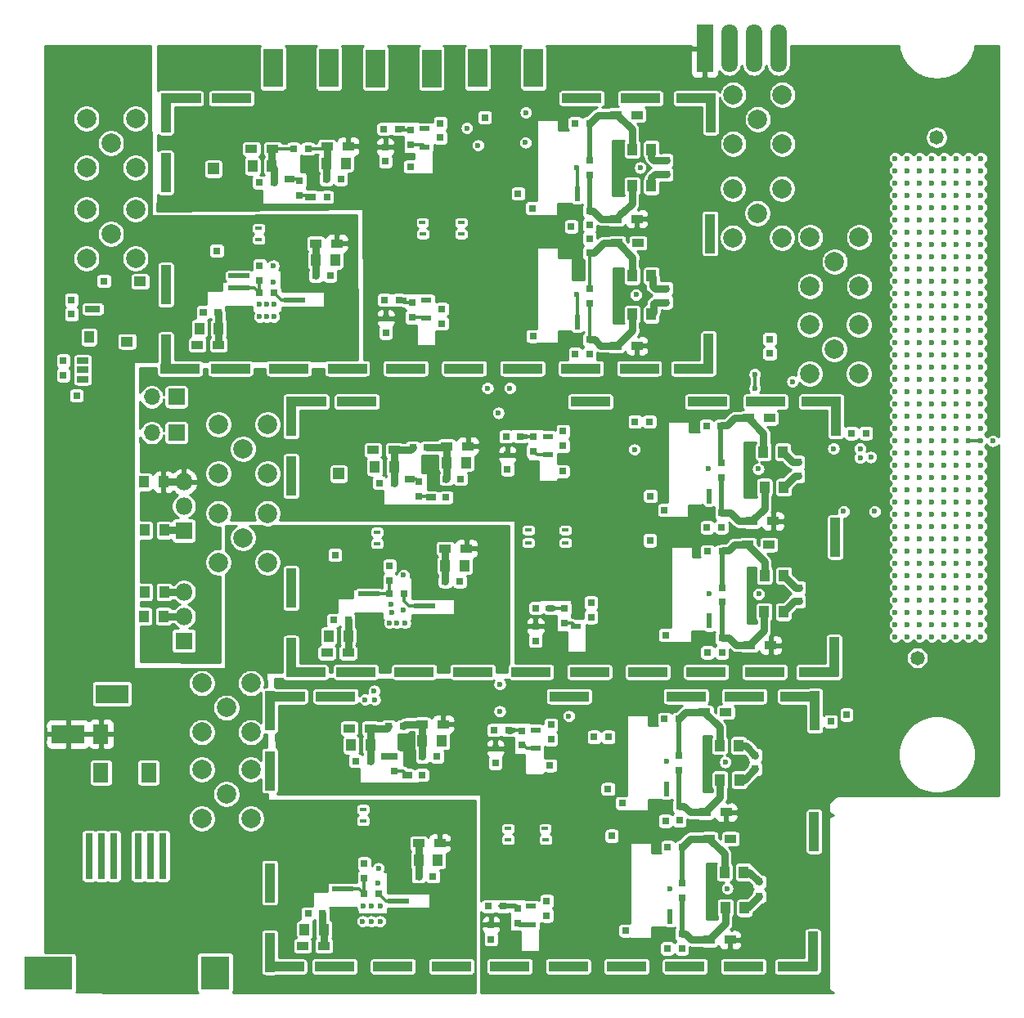
<source format=gbr>
G04 #@! TF.GenerationSoftware,KiCad,Pcbnew,(5.1.5-0-10_14)*
G04 #@! TF.CreationDate,2021-03-04T08:39:19-05:00*
G04 #@! TF.ProjectId,FEA,4645412e-6b69-4636-9164-5f7063625858,rev?*
G04 #@! TF.SameCoordinates,Original*
G04 #@! TF.FileFunction,Copper,L4,Bot*
G04 #@! TF.FilePolarity,Positive*
%FSLAX46Y46*%
G04 Gerber Fmt 4.6, Leading zero omitted, Abs format (unit mm)*
G04 Created by KiCad (PCBNEW (5.1.5-0-10_14)) date 2021-03-04 08:39:19*
%MOMM*%
%LPD*%
G04 APERTURE LIST*
%ADD10R,0.600000X1.550000*%
%ADD11R,1.000000X1.250000*%
%ADD12R,1.060000X0.650000*%
%ADD13R,1.800000X1.800000*%
%ADD14O,1.800000X1.800000*%
%ADD15R,4.040000X1.000000*%
%ADD16R,1.000000X4.040000*%
%ADD17C,1.480000*%
%ADD18C,0.600000*%
%ADD19O,1.700000X1.700000*%
%ADD20R,1.700000X1.700000*%
%ADD21R,1.600000X2.000000*%
%ADD22C,2.000000*%
%ADD23R,2.000000X4.000000*%
%ADD24R,0.800000X0.800000*%
%ADD25R,0.750000X0.800000*%
%ADD26R,1.220000X0.650000*%
%ADD27R,1.700000X5.000000*%
%ADD28O,1.700000X5.000000*%
%ADD29R,0.800000X0.750000*%
%ADD30R,0.760000X4.750000*%
%ADD31R,3.000000X3.500000*%
%ADD32R,5.000000X3.500000*%
%ADD33R,1.250000X1.000000*%
%ADD34R,1.560000X0.650000*%
%ADD35R,1.100000X0.600000*%
%ADD36R,3.390000X1.960000*%
%ADD37R,0.660000X0.400000*%
%ADD38R,1.200000X0.900000*%
%ADD39R,1.200000X1.200000*%
%ADD40R,2.200000X0.500000*%
%ADD41C,0.750000*%
%ADD42C,0.380000*%
%ADD43C,0.500000*%
%ADD44C,0.254000*%
G04 APERTURE END LIST*
D10*
X75715000Y-105950000D03*
D11*
X81400000Y-118450000D03*
X83400000Y-118450000D03*
D12*
X48100000Y-106300000D03*
X45900000Y-104400000D03*
D13*
X35000000Y-152250000D03*
D14*
X35000000Y-149710000D03*
X35000000Y-147170000D03*
X35000000Y-135770000D03*
X35000000Y-138310000D03*
D13*
X35000000Y-140850000D03*
D15*
X82140000Y-124045000D03*
X76095000Y-124045000D03*
X70050000Y-124045000D03*
X64005000Y-124045000D03*
X57960000Y-124045000D03*
X51915000Y-124045000D03*
X45870000Y-124045000D03*
X39825000Y-124045000D03*
X82240000Y-96075000D03*
X76195000Y-96075000D03*
D16*
X33125000Y-115375000D03*
X89475000Y-110075000D03*
D15*
X88025000Y-96075000D03*
D16*
X89525000Y-97575000D03*
D15*
X87725000Y-124075000D03*
D16*
X89325000Y-122475000D03*
X33125000Y-122575000D03*
D15*
X34625000Y-124075000D03*
X34725000Y-96075000D03*
D16*
X33125000Y-97575000D03*
X33125000Y-103775000D03*
D15*
X39925000Y-96075000D03*
D17*
X110925000Y-154025000D03*
X112925000Y-100125000D03*
D18*
X117515000Y-102295000D03*
X116245000Y-102295000D03*
X114975000Y-102295000D03*
X113705000Y-102295000D03*
X112435000Y-102295000D03*
X111165000Y-102295000D03*
X109895000Y-102295000D03*
X108625000Y-102295000D03*
X117515000Y-103565000D03*
X116245000Y-103565000D03*
X114975000Y-103565000D03*
X113705000Y-103565000D03*
X112435000Y-103565000D03*
X111165000Y-103565000D03*
X109895000Y-103565000D03*
X108625000Y-103565000D03*
X117515000Y-104835000D03*
X116245000Y-104835000D03*
X114975000Y-104835000D03*
X113705000Y-104835000D03*
X112435000Y-104835000D03*
X111165000Y-104835000D03*
X109895000Y-104835000D03*
X108625000Y-104835000D03*
X117515000Y-106105000D03*
X116245000Y-106105000D03*
X114975000Y-106105000D03*
X113705000Y-106105000D03*
X112435000Y-106105000D03*
X111165000Y-106105000D03*
X109895000Y-106105000D03*
X108625000Y-106105000D03*
X117515000Y-107375000D03*
X116245000Y-107375000D03*
X114975000Y-107375000D03*
X113705000Y-107375000D03*
X112435000Y-107375000D03*
X111165000Y-107375000D03*
X109895000Y-107375000D03*
X108625000Y-107375000D03*
X117515000Y-108645000D03*
X116245000Y-108645000D03*
X114975000Y-108645000D03*
X113705000Y-108645000D03*
X112435000Y-108645000D03*
X111165000Y-108645000D03*
X109895000Y-108645000D03*
X108625000Y-108645000D03*
X117515000Y-109915000D03*
X116245000Y-109915000D03*
X114975000Y-109915000D03*
X113705000Y-109915000D03*
X112435000Y-109915000D03*
X111165000Y-109915000D03*
X109895000Y-109915000D03*
X108625000Y-109915000D03*
X117515000Y-111185000D03*
X116245000Y-111185000D03*
X114975000Y-111185000D03*
X113705000Y-111185000D03*
X112435000Y-111185000D03*
X111165000Y-111185000D03*
X109895000Y-111185000D03*
X108625000Y-111185000D03*
X117515000Y-112455000D03*
X116245000Y-112455000D03*
X114975000Y-112455000D03*
X113705000Y-112455000D03*
X112435000Y-112455000D03*
X111165000Y-112455000D03*
X109895000Y-112455000D03*
X108625000Y-112455000D03*
X117515000Y-113725000D03*
X116245000Y-113725000D03*
X114975000Y-113725000D03*
X113705000Y-113725000D03*
X112435000Y-113725000D03*
X111165000Y-113725000D03*
X109895000Y-113725000D03*
X108625000Y-113725000D03*
X117515000Y-114995000D03*
X116245000Y-114995000D03*
X114975000Y-114995000D03*
X113705000Y-114995000D03*
X112435000Y-114995000D03*
X111165000Y-114995000D03*
X109895000Y-114995000D03*
X108625000Y-114995000D03*
X117515000Y-116265000D03*
X116245000Y-116265000D03*
X114975000Y-116265000D03*
X113705000Y-116265000D03*
X112435000Y-116265000D03*
X111165000Y-116265000D03*
X109895000Y-116265000D03*
X108625000Y-116265000D03*
X117515000Y-117535000D03*
X116245000Y-117535000D03*
X114975000Y-117535000D03*
X113705000Y-117535000D03*
X112435000Y-117535000D03*
X111165000Y-117535000D03*
X109895000Y-117535000D03*
X108625000Y-117535000D03*
X117515000Y-118805000D03*
X116245000Y-118805000D03*
X114975000Y-118805000D03*
X113705000Y-118805000D03*
X112435000Y-118805000D03*
X111165000Y-118805000D03*
X109895000Y-118805000D03*
X108625000Y-118805000D03*
X117515000Y-120075000D03*
X116245000Y-120075000D03*
X114975000Y-120075000D03*
X113705000Y-120075000D03*
X112435000Y-120075000D03*
X111165000Y-120075000D03*
X109895000Y-120075000D03*
X108625000Y-120075000D03*
X117515000Y-121345000D03*
X116245000Y-121345000D03*
X114975000Y-121345000D03*
X113705000Y-121345000D03*
X112435000Y-121345000D03*
X111165000Y-121345000D03*
X109895000Y-121345000D03*
X108625000Y-121345000D03*
X117515000Y-122615000D03*
X116245000Y-122615000D03*
X114975000Y-122615000D03*
X113705000Y-122615000D03*
X112435000Y-122615000D03*
X111165000Y-122615000D03*
X109895000Y-122615000D03*
X108625000Y-122615000D03*
X117515000Y-123885000D03*
X116245000Y-123885000D03*
X114975000Y-123885000D03*
X113705000Y-123885000D03*
X112435000Y-123885000D03*
X111165000Y-123885000D03*
X109895000Y-123885000D03*
X108625000Y-123885000D03*
X117515000Y-125155000D03*
X116245000Y-125155000D03*
X114975000Y-125155000D03*
X113705000Y-125155000D03*
X112435000Y-125155000D03*
X111165000Y-125155000D03*
X109895000Y-125155000D03*
X108625000Y-125155000D03*
X117515000Y-126425000D03*
X116245000Y-126425000D03*
X114975000Y-126425000D03*
X113705000Y-126425000D03*
X112435000Y-126425000D03*
X111165000Y-126425000D03*
X109895000Y-126425000D03*
X108625000Y-126425000D03*
X117515000Y-127695000D03*
X116245000Y-127695000D03*
X114975000Y-127695000D03*
X113705000Y-127695000D03*
X112435000Y-127695000D03*
X111165000Y-127695000D03*
X109895000Y-127695000D03*
X108625000Y-127695000D03*
X117515000Y-128965000D03*
X116245000Y-128965000D03*
X114975000Y-128965000D03*
X113705000Y-128965000D03*
X112435000Y-128965000D03*
X111165000Y-128965000D03*
X109895000Y-128965000D03*
X108625000Y-128965000D03*
X117515000Y-130235000D03*
X116245000Y-130235000D03*
X114975000Y-130235000D03*
X113705000Y-130235000D03*
X112435000Y-130235000D03*
X111165000Y-130235000D03*
X109895000Y-130235000D03*
X108625000Y-130235000D03*
X117515000Y-131505000D03*
X116245000Y-131505000D03*
X114975000Y-131505000D03*
X113705000Y-131505000D03*
X112435000Y-131505000D03*
X111165000Y-131505000D03*
X109895000Y-131505000D03*
X108625000Y-131505000D03*
X117515000Y-132775000D03*
X116245000Y-132775000D03*
X114975000Y-132775000D03*
X113705000Y-132775000D03*
X112435000Y-132775000D03*
X111165000Y-132775000D03*
X109895000Y-132775000D03*
X108625000Y-132775000D03*
X117515000Y-134045000D03*
X116245000Y-134045000D03*
X114975000Y-134045000D03*
X113705000Y-134045000D03*
X112435000Y-134045000D03*
X111165000Y-134045000D03*
X109895000Y-134045000D03*
X108625000Y-134045000D03*
X117515000Y-135315000D03*
X116245000Y-135315000D03*
X114975000Y-135315000D03*
X113705000Y-135315000D03*
X112435000Y-135315000D03*
X111165000Y-135315000D03*
X109895000Y-135315000D03*
X108625000Y-135315000D03*
X117515000Y-136585000D03*
X116245000Y-136585000D03*
X114975000Y-136585000D03*
X113705000Y-136585000D03*
X112435000Y-136585000D03*
X111165000Y-136585000D03*
X109895000Y-136585000D03*
X108625000Y-136585000D03*
X117515000Y-137855000D03*
X116245000Y-137855000D03*
X114975000Y-137855000D03*
X113705000Y-137855000D03*
X112435000Y-137855000D03*
X111165000Y-137855000D03*
X109895000Y-137855000D03*
X108625000Y-137855000D03*
X117515000Y-139125000D03*
X116245000Y-139125000D03*
X114975000Y-139125000D03*
X113705000Y-139125000D03*
X112435000Y-139125000D03*
X111165000Y-139125000D03*
X109895000Y-139125000D03*
X108625000Y-139125000D03*
X117515000Y-140395000D03*
X116245000Y-140395000D03*
X114975000Y-140395000D03*
X113705000Y-140395000D03*
X112435000Y-140395000D03*
X111165000Y-140395000D03*
X109895000Y-140395000D03*
X108625000Y-140395000D03*
X117515000Y-141665000D03*
X116245000Y-141665000D03*
X114975000Y-141665000D03*
X113705000Y-141665000D03*
X112435000Y-141665000D03*
X111165000Y-141665000D03*
X109895000Y-141665000D03*
X108625000Y-141665000D03*
X117515000Y-142935000D03*
X116245000Y-142935000D03*
X114975000Y-142935000D03*
X113705000Y-142935000D03*
X112435000Y-142935000D03*
X111165000Y-142935000D03*
X109895000Y-142935000D03*
X108625000Y-142935000D03*
X117515000Y-144205000D03*
X116245000Y-144205000D03*
X114975000Y-144205000D03*
X113705000Y-144205000D03*
X112435000Y-144205000D03*
X111165000Y-144205000D03*
X109895000Y-144205000D03*
X108625000Y-144205000D03*
X117515000Y-145475000D03*
X116245000Y-145475000D03*
X114975000Y-145475000D03*
X113705000Y-145475000D03*
X112435000Y-145475000D03*
X111165000Y-145475000D03*
X109895000Y-145475000D03*
X108625000Y-145475000D03*
X117515000Y-146745000D03*
X116245000Y-146745000D03*
X114975000Y-146745000D03*
X113705000Y-146745000D03*
X112435000Y-146745000D03*
X111165000Y-146745000D03*
X109895000Y-146745000D03*
X108625000Y-146745000D03*
X117515000Y-148015000D03*
X116245000Y-148015000D03*
X114975000Y-148015000D03*
X113705000Y-148015000D03*
X112435000Y-148015000D03*
X111165000Y-148015000D03*
X109895000Y-148015000D03*
X108625000Y-148015000D03*
X117515000Y-149285000D03*
X116245000Y-149285000D03*
X114975000Y-149285000D03*
X113705000Y-149285000D03*
X112435000Y-149285000D03*
X111165000Y-149285000D03*
X109895000Y-149285000D03*
X108625000Y-149285000D03*
X117515000Y-150555000D03*
X116245000Y-150555000D03*
X114975000Y-150555000D03*
X113705000Y-150555000D03*
X112435000Y-150555000D03*
X111165000Y-150555000D03*
X109895000Y-150555000D03*
X108625000Y-150555000D03*
X117515000Y-151825000D03*
X116245000Y-151825000D03*
X114975000Y-151825000D03*
X113705000Y-151825000D03*
X112435000Y-151825000D03*
X111165000Y-151825000D03*
X109895000Y-151825000D03*
X108625000Y-151825000D03*
D19*
X31680000Y-127000000D03*
D20*
X34220000Y-127000000D03*
X34220000Y-130700000D03*
D19*
X31680000Y-130700000D03*
D21*
X26425000Y-161900000D03*
X26425000Y-165900000D03*
D22*
X27450000Y-110100000D03*
X29990000Y-107560000D03*
X24910000Y-107560000D03*
X24910000Y-112640000D03*
X29990000Y-112640000D03*
X27450000Y-100700000D03*
X29990000Y-98160000D03*
X24910000Y-98160000D03*
X24910000Y-103240000D03*
X29990000Y-103240000D03*
D23*
X60640000Y-92980000D03*
X54840000Y-92980000D03*
X44225000Y-92950000D03*
X50025000Y-92950000D03*
D24*
X23370000Y-118450000D03*
D25*
X23370000Y-116950000D03*
D22*
X43670000Y-144120000D03*
X38590000Y-144120000D03*
X38590000Y-139040000D03*
X43670000Y-139040000D03*
X41130000Y-141580000D03*
X41130000Y-132380000D03*
X43670000Y-129840000D03*
X38590000Y-129840000D03*
X38590000Y-134920000D03*
X43670000Y-134920000D03*
X39395000Y-168125000D03*
X41935000Y-165585000D03*
X36855000Y-165585000D03*
X36855000Y-170665000D03*
X41935000Y-170665000D03*
X41935000Y-161715000D03*
X36855000Y-161715000D03*
X36855000Y-156635000D03*
X41935000Y-156635000D03*
X39395000Y-159175000D03*
X94410000Y-98230000D03*
X96950000Y-95690000D03*
X91870000Y-95690000D03*
X91870000Y-100770000D03*
X96950000Y-100770000D03*
X96930000Y-110510000D03*
X91850000Y-110510000D03*
X91850000Y-105430000D03*
X96930000Y-105430000D03*
X94390000Y-107970000D03*
X104910000Y-115540000D03*
X99830000Y-115540000D03*
X99830000Y-110460000D03*
X104910000Y-110460000D03*
X102370000Y-113000000D03*
X102320000Y-122050000D03*
X104860000Y-119510000D03*
X99780000Y-119510000D03*
X99780000Y-124590000D03*
X104860000Y-124590000D03*
D25*
X22525000Y-124745000D03*
X22525000Y-123245000D03*
D26*
X24515000Y-123250000D03*
X24515000Y-124200000D03*
X24515000Y-125150000D03*
D23*
X65400000Y-92950000D03*
X71200000Y-92950000D03*
D27*
X88920000Y-90900000D03*
D28*
X91460000Y-90900000D03*
X94000000Y-90900000D03*
X96540000Y-90900000D03*
D29*
X23900000Y-126850000D03*
D30*
X25195000Y-174525000D03*
X26465000Y-174525000D03*
X27735000Y-174525000D03*
X30275000Y-174525000D03*
X31545000Y-174525000D03*
X32815000Y-174525000D03*
D31*
X38245000Y-186625000D03*
D32*
X20995000Y-186675000D03*
D33*
X29120000Y-121250000D03*
X30470000Y-115050000D03*
D11*
X32900000Y-149700000D03*
X30900000Y-149700000D03*
X32950000Y-140800000D03*
X30950000Y-140800000D03*
X30950000Y-147200000D03*
X32950000Y-147200000D03*
X30900000Y-135800000D03*
X32900000Y-135800000D03*
D29*
X26720000Y-115000000D03*
D34*
X25570000Y-117900000D03*
D11*
X25170000Y-120800000D03*
D25*
X61700000Y-117900000D03*
X61700000Y-119400000D03*
X61700000Y-119400000D03*
X61700000Y-117900000D03*
X55900000Y-118850000D03*
X55900000Y-120350000D03*
X55900000Y-120350000D03*
X55900000Y-118850000D03*
X61550000Y-100150000D03*
X61550000Y-98650000D03*
X61550000Y-100150000D03*
X61550000Y-98650000D03*
X55850000Y-102600000D03*
X55850000Y-101100000D03*
X55850000Y-102600000D03*
X55850000Y-101100000D03*
D35*
X60100000Y-118850000D03*
X57500000Y-116950000D03*
X60100000Y-116950000D03*
X59950000Y-99200000D03*
X57350000Y-99200000D03*
X59950000Y-101100000D03*
D29*
X95650000Y-121000000D03*
X95650000Y-122500000D03*
D25*
X105600000Y-130750000D03*
X104100000Y-130750000D03*
X101950000Y-160600000D03*
X103600000Y-159900000D03*
X58600000Y-117250000D03*
X58600000Y-118750000D03*
X58500000Y-99400000D03*
X58500000Y-100900000D03*
D29*
X55750000Y-116950000D03*
X57250000Y-116950000D03*
X58450000Y-103150000D03*
X55700000Y-99250000D03*
X57200000Y-99250000D03*
D36*
X27550000Y-157750000D03*
X23000000Y-161900000D03*
D11*
X38600000Y-119900000D03*
X36600000Y-119900000D03*
X51750000Y-102800000D03*
X49750000Y-102800000D03*
D29*
X38550000Y-118200000D03*
X37050000Y-118200000D03*
X49750000Y-104450000D03*
X51250000Y-104450000D03*
X37000000Y-118250000D03*
X38500000Y-118250000D03*
X51250000Y-104450000D03*
X49750000Y-104450000D03*
X47850000Y-101300000D03*
X46350000Y-101300000D03*
X48650000Y-114450000D03*
X50150000Y-114450000D03*
X44300000Y-104800000D03*
X42800000Y-104800000D03*
X50150000Y-114450000D03*
X48650000Y-114450000D03*
X42800000Y-104800000D03*
X44300000Y-104800000D03*
D11*
X44100000Y-103100000D03*
X42100000Y-103100000D03*
X50650000Y-112850000D03*
X48650000Y-112850000D03*
D37*
X42750000Y-110700000D03*
X42750000Y-109550000D03*
D38*
X38600000Y-121600000D03*
X36400000Y-121600000D03*
X52000000Y-101050000D03*
X49800000Y-101050000D03*
X50850000Y-111100000D03*
X48650000Y-111100000D03*
X42000000Y-101300000D03*
X44200000Y-101300000D03*
D29*
X38400000Y-111850000D03*
D25*
X42850000Y-113400000D03*
X42850000Y-114900000D03*
D29*
X48300000Y-106300000D03*
X49800000Y-106300000D03*
X44350000Y-116250000D03*
X42850000Y-116250000D03*
D25*
X47000000Y-104600000D03*
X47000000Y-106100000D03*
D39*
X38050000Y-103380000D03*
D40*
X40725000Y-114450000D03*
X40725000Y-115720000D03*
X46475000Y-116990000D03*
D25*
X84950000Y-102500000D03*
D11*
X83400000Y-114450000D03*
X81400000Y-114450000D03*
D25*
X77000000Y-112100000D03*
X77000000Y-110600000D03*
X77000000Y-110600000D03*
X77000000Y-112100000D03*
X84900000Y-115750000D03*
X84950000Y-103950000D03*
X77000000Y-117300000D03*
X77000000Y-115800000D03*
X84900000Y-117200000D03*
X77000000Y-121050000D03*
X77000000Y-122550000D03*
X75500000Y-122550000D03*
X77000000Y-122550000D03*
X77000000Y-121050000D03*
D11*
X83400000Y-101350000D03*
X81400000Y-101350000D03*
D29*
X75500000Y-98650000D03*
X77000000Y-98650000D03*
X77000000Y-98650000D03*
X75500000Y-98650000D03*
D25*
X77000000Y-102500000D03*
X77000000Y-104000000D03*
X77000000Y-109200000D03*
X77000000Y-107700000D03*
X77000000Y-107700000D03*
X77000000Y-109200000D03*
X75100000Y-109350000D03*
D11*
X81400000Y-105150000D03*
X83400000Y-105150000D03*
D38*
X82000000Y-111050000D03*
X79800000Y-111050000D03*
X79700000Y-121700000D03*
X81900000Y-121700000D03*
X79750000Y-97800000D03*
X81950000Y-97800000D03*
X81900000Y-108550000D03*
X79700000Y-108550000D03*
D29*
X71150000Y-120700000D03*
D25*
X66150000Y-98050000D03*
D29*
X71100000Y-107450000D03*
X69600000Y-105950000D03*
D10*
X75715000Y-119250000D03*
D37*
X63700000Y-108950000D03*
X59700000Y-108950000D03*
X63700000Y-110150000D03*
X59750000Y-110150000D03*
D21*
X31350000Y-165900000D03*
D11*
X52000000Y-151750000D03*
X50000000Y-151750000D03*
X62200000Y-133800000D03*
X64200000Y-133800000D03*
D29*
X52000000Y-150100000D03*
X50500000Y-150100000D03*
X62150000Y-135500000D03*
X63650000Y-135500000D03*
X50500000Y-150100000D03*
X52000000Y-150100000D03*
X62150000Y-135500000D03*
X63650000Y-135500000D03*
X58700000Y-132250000D03*
X60200000Y-132250000D03*
X62050000Y-146100000D03*
X63550000Y-146100000D03*
X55250000Y-135900000D03*
X56750000Y-135900000D03*
X63550000Y-146100000D03*
X62050000Y-146100000D03*
X55250000Y-135900000D03*
X56750000Y-135900000D03*
D11*
X54750000Y-134250000D03*
X56750000Y-134250000D03*
X64050000Y-144450000D03*
X62050000Y-144450000D03*
X97000000Y-132700000D03*
X95000000Y-132700000D03*
D29*
X90600000Y-130000000D03*
X89100000Y-130000000D03*
X89100000Y-130000000D03*
D25*
X98600000Y-133750000D03*
D11*
X95100000Y-145500000D03*
X97100000Y-145500000D03*
D29*
X89200000Y-143000000D03*
X90700000Y-143000000D03*
D25*
X90650000Y-135350000D03*
X90650000Y-133850000D03*
D29*
X90700000Y-143000000D03*
X89200000Y-143000000D03*
D25*
X98650000Y-146750000D03*
X98600000Y-135200000D03*
X90650000Y-139000000D03*
X90650000Y-140500000D03*
X90700000Y-146750000D03*
X90700000Y-148250000D03*
X89150000Y-140500000D03*
X90650000Y-140500000D03*
X90650000Y-139000000D03*
D11*
X95100000Y-136350000D03*
X97100000Y-136350000D03*
D25*
X98650000Y-148150000D03*
X90700000Y-153450000D03*
X90700000Y-151950000D03*
X89200000Y-153450000D03*
X90700000Y-151950000D03*
X90700000Y-153450000D03*
D11*
X97050000Y-149250000D03*
X95050000Y-149250000D03*
D25*
X74250000Y-132050000D03*
X74250000Y-130550000D03*
X74250000Y-132050000D03*
X74250000Y-130550000D03*
X77150000Y-148300000D03*
X77150000Y-149800000D03*
X77150000Y-149800000D03*
X77150000Y-148300000D03*
X68500000Y-134500000D03*
X68500000Y-133000000D03*
X68500000Y-134500000D03*
X68500000Y-133000000D03*
X71400000Y-152250000D03*
X71400000Y-150750000D03*
X71400000Y-150750000D03*
X71400000Y-152250000D03*
D37*
X55000000Y-142200000D03*
X55000000Y-141000000D03*
X70650000Y-140800000D03*
X70650000Y-142100000D03*
X74500000Y-140800000D03*
X74500000Y-142100000D03*
D38*
X52000000Y-153500000D03*
X49800000Y-153500000D03*
X62200000Y-132100000D03*
X64400000Y-132100000D03*
X62050000Y-142700000D03*
X64250000Y-142700000D03*
X56750000Y-132500000D03*
X54550000Y-132500000D03*
X93400000Y-129200000D03*
X95600000Y-129200000D03*
X93350000Y-142300000D03*
X95550000Y-142300000D03*
X93800000Y-139850000D03*
X96000000Y-139850000D03*
X93550000Y-152700000D03*
X95750000Y-152700000D03*
D15*
X52900000Y-127500000D03*
D16*
X46100000Y-135200000D03*
X46100000Y-129000000D03*
D15*
X47700000Y-127500000D03*
X47600000Y-155500000D03*
D16*
X46100000Y-154000000D03*
X102300000Y-153900000D03*
D15*
X100700000Y-155500000D03*
D16*
X102500000Y-129000000D03*
D15*
X101000000Y-127500000D03*
D16*
X102450000Y-141500000D03*
X46100000Y-146800000D03*
D15*
X77080000Y-127500000D03*
X89170000Y-127500000D03*
X95215000Y-127500000D03*
X52800000Y-155470000D03*
X58845000Y-155470000D03*
X64890000Y-155470000D03*
X70935000Y-155470000D03*
X76980000Y-155470000D03*
X83025000Y-155470000D03*
X89070000Y-155470000D03*
X95115000Y-155470000D03*
D29*
X50650000Y-143350000D03*
D25*
X56300000Y-146000000D03*
X56300000Y-144500000D03*
D29*
X60650000Y-137400000D03*
X62150000Y-137400000D03*
X57800000Y-147350000D03*
X56300000Y-147350000D03*
D25*
X59350000Y-137300000D03*
X59350000Y-135800000D03*
X81700000Y-129550000D03*
X83200000Y-129550000D03*
X83250000Y-141850000D03*
D29*
X84750000Y-138700000D03*
X83300000Y-137250000D03*
X84850000Y-151650000D03*
X74200000Y-134700000D03*
D25*
X71150000Y-132600000D03*
X71150000Y-131100000D03*
X74400000Y-150400000D03*
X74400000Y-148900000D03*
D29*
X68350000Y-131100000D03*
X69850000Y-131100000D03*
X71450000Y-148850000D03*
X72950000Y-148850000D03*
D39*
X51050000Y-134960000D03*
D40*
X54175000Y-147370000D03*
X59925000Y-148640000D03*
D12*
X58400000Y-135500000D03*
X60600000Y-137400000D03*
D10*
X89365000Y-137250000D03*
X89415000Y-150200000D03*
D35*
X72700000Y-133000000D03*
X70100000Y-131100000D03*
X72700000Y-131100000D03*
X72950000Y-148850000D03*
X75550000Y-150750000D03*
D11*
X49500000Y-182150000D03*
X47500000Y-182150000D03*
X59700000Y-162600000D03*
X61700000Y-162600000D03*
D29*
X49350000Y-180500000D03*
X47850000Y-180500000D03*
X59700000Y-164250000D03*
X61200000Y-164250000D03*
X47850000Y-180500000D03*
X49350000Y-180500000D03*
X56200000Y-161100000D03*
X57700000Y-161100000D03*
X52800000Y-164700000D03*
X54300000Y-164700000D03*
X60800000Y-176650000D03*
X59300000Y-176650000D03*
X52800000Y-164700000D03*
X54300000Y-164700000D03*
D11*
X52300000Y-163050000D03*
X54300000Y-163050000D03*
X61300000Y-174950000D03*
X59300000Y-174950000D03*
X92450000Y-163100000D03*
X90450000Y-163100000D03*
D29*
X86250000Y-160350000D03*
X84750000Y-160350000D03*
X84750000Y-160350000D03*
X86250000Y-160350000D03*
D25*
X94150000Y-164100000D03*
D11*
X90950000Y-176200000D03*
X92950000Y-176200000D03*
D29*
X85100000Y-173600000D03*
X86600000Y-173600000D03*
D25*
X86250000Y-165650000D03*
X86250000Y-164150000D03*
D29*
X86600000Y-173600000D03*
X85100000Y-173600000D03*
D25*
X94550000Y-177200000D03*
X94150000Y-165500000D03*
X86300000Y-170850000D03*
X86600000Y-177350000D03*
X86600000Y-178850000D03*
X84850000Y-170900000D03*
X86300000Y-170850000D03*
X86300000Y-169350000D03*
D11*
X90500000Y-166650000D03*
X92500000Y-166650000D03*
D25*
X94550000Y-178700000D03*
X86550000Y-184100000D03*
X86550000Y-182600000D03*
X85050000Y-184100000D03*
X86550000Y-182600000D03*
X86550000Y-184100000D03*
D11*
X93050000Y-179900000D03*
X91050000Y-179900000D03*
D25*
X73000000Y-162450000D03*
X73000000Y-160950000D03*
X73000000Y-160950000D03*
X73000000Y-162450000D03*
X72550000Y-179200000D03*
X72550000Y-180700000D03*
X72550000Y-179200000D03*
X72550000Y-180700000D03*
X67250000Y-163400000D03*
X67250000Y-164900000D03*
X67250000Y-164900000D03*
X67250000Y-163400000D03*
X66800000Y-181650000D03*
X66800000Y-183150000D03*
X66800000Y-181650000D03*
X66800000Y-183150000D03*
D37*
X53550000Y-170900000D03*
X53550000Y-169700000D03*
X72400000Y-171700000D03*
X68550000Y-172850000D03*
X68550000Y-171700000D03*
X72450000Y-172850000D03*
D38*
X49500000Y-183850000D03*
X47300000Y-183850000D03*
X59650000Y-160900000D03*
X61850000Y-160900000D03*
X59300000Y-173200000D03*
X61500000Y-173200000D03*
X54300000Y-161300000D03*
X52100000Y-161300000D03*
X88900000Y-159650000D03*
X91100000Y-159650000D03*
X89400000Y-172750000D03*
X91600000Y-172750000D03*
X88950000Y-170000000D03*
X91150000Y-170000000D03*
X89350000Y-183200000D03*
X91550000Y-183200000D03*
D15*
X50700000Y-158000000D03*
D16*
X43900000Y-165700000D03*
X43900000Y-159500000D03*
D15*
X45500000Y-158000000D03*
X45400000Y-186000000D03*
D16*
X43900000Y-184500000D03*
X100100000Y-184400000D03*
D15*
X98500000Y-186000000D03*
D16*
X100300000Y-159500000D03*
D15*
X98800000Y-158000000D03*
D16*
X100250000Y-172000000D03*
X43900000Y-177300000D03*
D15*
X74880000Y-158000000D03*
X86970000Y-158000000D03*
X93015000Y-158000000D03*
X50600000Y-185970000D03*
X56645000Y-185970000D03*
X62690000Y-185970000D03*
X68735000Y-185970000D03*
X74780000Y-185970000D03*
X80825000Y-185970000D03*
X86870000Y-185970000D03*
X92915000Y-185970000D03*
D25*
X53650000Y-175300000D03*
X53650000Y-176800000D03*
D29*
X59650000Y-166150000D03*
X58150000Y-166150000D03*
X55150000Y-178450000D03*
X53650000Y-178450000D03*
D25*
X56750000Y-165750000D03*
X56750000Y-164250000D03*
X77450000Y-162200000D03*
X78950000Y-162200000D03*
X79300000Y-172450000D03*
D29*
X80400000Y-169050000D03*
X78900000Y-167600000D03*
X80750000Y-182250000D03*
X72900000Y-165150000D03*
D25*
X70000000Y-163050000D03*
X70000000Y-161550000D03*
X69550000Y-181450000D03*
X69550000Y-179950000D03*
D29*
X67100000Y-161500000D03*
X68600000Y-161500000D03*
X66550000Y-179750000D03*
X68050000Y-179750000D03*
D40*
X51475000Y-177970000D03*
X57225000Y-179240000D03*
D12*
X55900000Y-164250000D03*
X58100000Y-166150000D03*
D10*
X84965000Y-167600000D03*
X85315000Y-180800000D03*
D35*
X71400000Y-161500000D03*
X68800000Y-161500000D03*
X71400000Y-163400000D03*
X70950000Y-181650000D03*
X68350000Y-179750000D03*
X70950000Y-179750000D03*
D18*
X43600000Y-117400000D03*
X55100000Y-177350000D03*
X53550000Y-179750000D03*
X54400000Y-179700000D03*
X55300000Y-179700000D03*
X56550000Y-149350000D03*
X57700000Y-149100000D03*
X56400000Y-148500000D03*
X44250000Y-115150000D03*
X44300000Y-117400000D03*
X42850000Y-117400000D03*
X57050000Y-150400000D03*
X57900000Y-150400000D03*
X56300000Y-150400000D03*
X57750000Y-145450000D03*
X55150000Y-175800000D03*
X55300000Y-181300000D03*
X54400000Y-181300000D03*
X53500000Y-181300000D03*
X43600000Y-118700000D03*
X44300000Y-118700000D03*
X42850000Y-118700000D03*
X44250000Y-113400000D03*
X118750000Y-131550000D03*
X53750000Y-158350000D03*
X54750000Y-158350000D03*
X54700000Y-157440000D03*
X64300000Y-99150000D03*
X65450000Y-100950000D03*
X66430010Y-126090000D03*
X68750000Y-126090000D03*
X94100000Y-126090000D03*
X94100000Y-124650000D03*
X70350000Y-100650000D03*
X70400000Y-97550000D03*
X67550000Y-128650000D03*
X67700000Y-156750000D03*
X106500000Y-138850000D03*
X103300000Y-138850000D03*
X98000000Y-125400000D03*
X67700000Y-159550000D03*
X28650000Y-158200000D03*
X28700000Y-157250000D03*
X26300000Y-158200000D03*
X26350000Y-157250000D03*
X21900000Y-162350000D03*
X21900000Y-161350000D03*
X24100000Y-161900000D03*
X75700000Y-103250000D03*
X82250000Y-103250000D03*
X75700000Y-116400000D03*
X81800000Y-116400000D03*
X89400000Y-147400000D03*
X94500000Y-147400000D03*
X89300000Y-134450000D03*
X105000000Y-132350000D03*
X94450000Y-134450000D03*
X102250000Y-132350000D03*
X85300000Y-177950000D03*
X106123505Y-133223505D03*
X91250000Y-177900000D03*
X84950000Y-164750000D03*
X105000000Y-133300000D03*
X91050000Y-164800000D03*
X48650000Y-114450000D03*
X81650000Y-132450000D03*
X74850000Y-160050000D03*
D41*
X83775000Y-117200000D02*
X83625000Y-117350000D01*
X84900000Y-117200000D02*
X83775000Y-117200000D01*
X83625000Y-118225000D02*
X83400000Y-118450000D01*
X83625000Y-117350000D02*
X83625000Y-118225000D01*
X83775000Y-115750000D02*
X83550000Y-115525000D01*
X84900000Y-115750000D02*
X83775000Y-115750000D01*
X83550000Y-114600000D02*
X83400000Y-114450000D01*
X83550000Y-115525000D02*
X83550000Y-114600000D01*
X83400000Y-105150000D02*
X83400000Y-104300000D01*
X83750000Y-103950000D02*
X84950000Y-103950000D01*
X83400000Y-104300000D02*
X83750000Y-103950000D01*
X83400000Y-101350000D02*
X83400000Y-102250000D01*
X83650000Y-102500000D02*
X84950000Y-102500000D01*
X83400000Y-102250000D02*
X83650000Y-102500000D01*
X98350000Y-146750000D02*
X97100000Y-145500000D01*
X98650000Y-146750000D02*
X98350000Y-146750000D01*
X98150000Y-148150000D02*
X97050000Y-149250000D01*
X98650000Y-148150000D02*
X98150000Y-148150000D01*
X98050000Y-133750000D02*
X97000000Y-132700000D01*
X98600000Y-133750000D02*
X98050000Y-133750000D01*
X98250000Y-135200000D02*
X97100000Y-136350000D01*
X98600000Y-135200000D02*
X98250000Y-135200000D01*
X93150000Y-163100000D02*
X94150000Y-164100000D01*
X92450000Y-163100000D02*
X93150000Y-163100000D01*
X93000000Y-166650000D02*
X94150000Y-165500000D01*
X92500000Y-166650000D02*
X93000000Y-166650000D01*
X93550000Y-176200000D02*
X94550000Y-177200000D01*
X92950000Y-176200000D02*
X93550000Y-176200000D01*
X93350000Y-179900000D02*
X94550000Y-178700000D01*
X93050000Y-179900000D02*
X93350000Y-179900000D01*
D42*
X116245000Y-131505000D02*
X117515000Y-131505000D01*
D41*
X38600000Y-121600000D02*
X38600000Y-119900000D01*
X38600000Y-118250000D02*
X38550000Y-118200000D01*
X38600000Y-119900000D02*
X38600000Y-118250000D01*
X38500000Y-118250000D02*
X38550000Y-118200000D01*
X34970000Y-135800000D02*
X35000000Y-135770000D01*
X32900000Y-135800000D02*
X34970000Y-135800000D01*
X34970000Y-147200000D02*
X35000000Y-147170000D01*
X32950000Y-147200000D02*
X34970000Y-147200000D01*
D42*
X44300000Y-104900000D02*
X44150000Y-104750000D01*
X44200000Y-101300000D02*
X46350000Y-101300000D01*
D41*
X44300000Y-103300000D02*
X44100000Y-103100000D01*
X44300000Y-104800000D02*
X44300000Y-103300000D01*
X44100000Y-101400000D02*
X44200000Y-101300000D01*
X44100000Y-103100000D02*
X44100000Y-101400000D01*
D42*
X47900000Y-106100000D02*
X48100000Y-106300000D01*
X47000000Y-106100000D02*
X47900000Y-106100000D01*
X94100000Y-126090000D02*
X94100000Y-124650000D01*
X75715000Y-103265000D02*
X75700000Y-103250000D01*
X75715000Y-105950000D02*
X75715000Y-103265000D01*
X75715000Y-116415000D02*
X75700000Y-116400000D01*
X75715000Y-119250000D02*
X75715000Y-116415000D01*
X57550000Y-99400000D02*
X57350000Y-99200000D01*
X58500000Y-99400000D02*
X57550000Y-99400000D01*
X57250000Y-99200000D02*
X57200000Y-99250000D01*
X57350000Y-99200000D02*
X57250000Y-99200000D01*
X60000000Y-118750000D02*
X60100000Y-118850000D01*
X58600000Y-118750000D02*
X60000000Y-118750000D01*
X59750000Y-100900000D02*
X59950000Y-101100000D01*
X58500000Y-100900000D02*
X59750000Y-100900000D01*
X46800000Y-104400000D02*
X47000000Y-104600000D01*
X45900000Y-104400000D02*
X46800000Y-104400000D01*
X57500000Y-116950000D02*
X57250000Y-116950000D01*
X57800000Y-117250000D02*
X57500000Y-116950000D01*
X58600000Y-117250000D02*
X57800000Y-117250000D01*
D41*
X34990000Y-149700000D02*
X35000000Y-149710000D01*
X32900000Y-149700000D02*
X34990000Y-149700000D01*
X34950000Y-140800000D02*
X35000000Y-140850000D01*
X32950000Y-140800000D02*
X34950000Y-140800000D01*
D42*
X49550000Y-101300000D02*
X49800000Y-101050000D01*
X47850000Y-101300000D02*
X49550000Y-101300000D01*
D41*
X49800000Y-102750000D02*
X49750000Y-102800000D01*
X49800000Y-101050000D02*
X49800000Y-102750000D01*
X49750000Y-102800000D02*
X49750000Y-104450000D01*
X48650000Y-114450000D02*
X48650000Y-112850000D01*
X48650000Y-112850000D02*
X48650000Y-111100000D01*
X62050000Y-132250000D02*
X62200000Y-132100000D01*
X60200000Y-132250000D02*
X62050000Y-132250000D01*
X62200000Y-132100000D02*
X62200000Y-133800000D01*
X62200000Y-135450000D02*
X62150000Y-135500000D01*
X62200000Y-133800000D02*
X62200000Y-135450000D01*
D42*
X42320000Y-115720000D02*
X42850000Y-116250000D01*
X40725000Y-115720000D02*
X42320000Y-115720000D01*
X42850000Y-116250000D02*
X42850000Y-114900000D01*
X45090000Y-116990000D02*
X44350000Y-116250000D01*
X46475000Y-116990000D02*
X45090000Y-116990000D01*
X60550000Y-137300000D02*
X60650000Y-137400000D01*
X59350000Y-137300000D02*
X60550000Y-137300000D01*
X76950000Y-112150000D02*
X77000000Y-112100000D01*
X77000000Y-115800000D02*
X77000000Y-112050000D01*
D41*
X77000000Y-112100000D02*
X77450000Y-112100000D01*
X78450000Y-111050000D02*
X79800000Y-111050000D01*
X77450000Y-112050000D02*
X78450000Y-111050000D01*
X77450000Y-112100000D02*
X77450000Y-112050000D01*
X79950000Y-111050000D02*
X81450000Y-112550000D01*
X79800000Y-111050000D02*
X79950000Y-111050000D01*
X81400000Y-112600000D02*
X81400000Y-114450000D01*
X81450000Y-112550000D02*
X81400000Y-112600000D01*
D42*
X77000000Y-117300000D02*
X77000000Y-121050000D01*
D41*
X77000000Y-121050000D02*
X77500000Y-121050000D01*
X78150000Y-121700000D02*
X79700000Y-121700000D01*
X77500000Y-121050000D02*
X78150000Y-121700000D01*
X79850000Y-121700000D02*
X81450000Y-120100000D01*
X79700000Y-121700000D02*
X79850000Y-121700000D01*
X81400000Y-120050000D02*
X81400000Y-118450000D01*
X81450000Y-120100000D02*
X81400000Y-120050000D01*
D43*
X77000000Y-102500000D02*
X77000000Y-98650000D01*
D41*
X77850000Y-97800000D02*
X77000000Y-98650000D01*
X79750000Y-97800000D02*
X77850000Y-97800000D01*
X79900000Y-97800000D02*
X81400000Y-99300000D01*
X79750000Y-97800000D02*
X79900000Y-97800000D01*
X81400000Y-99300000D02*
X81400000Y-101350000D01*
D43*
X77000000Y-104000000D02*
X77000000Y-107700000D01*
D41*
X77000000Y-107700000D02*
X77350000Y-107700000D01*
X78200000Y-108550000D02*
X79700000Y-108550000D01*
X77350000Y-107700000D02*
X78200000Y-108550000D01*
X81400000Y-105150000D02*
X81400000Y-106950000D01*
X81400000Y-106950000D02*
X80400000Y-107950000D01*
X80300000Y-107950000D02*
X79700000Y-108550000D01*
X80400000Y-107950000D02*
X80300000Y-107950000D01*
X52000000Y-150100000D02*
X52000000Y-151750000D01*
X52000000Y-151750000D02*
X52000000Y-153500000D01*
X56750000Y-135900000D02*
X56750000Y-134250000D01*
X56750000Y-134250000D02*
X56750000Y-132500000D01*
X58450000Y-132500000D02*
X58700000Y-132250000D01*
X56750000Y-132500000D02*
X58450000Y-132500000D01*
X62050000Y-146100000D02*
X62050000Y-144450000D01*
X62050000Y-144450000D02*
X62050000Y-142700000D01*
D43*
X90600000Y-133800000D02*
X90650000Y-133850000D01*
X90600000Y-130000000D02*
X90600000Y-133800000D01*
D41*
X93400000Y-129200000D02*
X92000000Y-129200000D01*
X92000000Y-129200000D02*
X91250000Y-129950000D01*
X90650000Y-129950000D02*
X90600000Y-130000000D01*
X91250000Y-129950000D02*
X90650000Y-129950000D01*
X95000000Y-130800000D02*
X93400000Y-129200000D01*
X95000000Y-132700000D02*
X95000000Y-130800000D01*
D43*
X90700000Y-146750000D02*
X90700000Y-143000000D01*
D41*
X92000000Y-142300000D02*
X91400000Y-142900000D01*
X93350000Y-142300000D02*
X92000000Y-142300000D01*
X90800000Y-142900000D02*
X90700000Y-143000000D01*
X91400000Y-142900000D02*
X90800000Y-142900000D01*
X95100000Y-144050000D02*
X93350000Y-142300000D01*
X95100000Y-145500000D02*
X95100000Y-144050000D01*
D43*
X90650000Y-135350000D02*
X90650000Y-139000000D01*
D41*
X92450000Y-139850000D02*
X91600000Y-139000000D01*
X93800000Y-139850000D02*
X92450000Y-139850000D01*
X91600000Y-139000000D02*
X90650000Y-139000000D01*
X95100000Y-138550000D02*
X93800000Y-139850000D01*
X95100000Y-136350000D02*
X95100000Y-138550000D01*
D43*
X90700000Y-148250000D02*
X90700000Y-151950000D01*
D41*
X92200000Y-152700000D02*
X91450000Y-151950000D01*
X93550000Y-152700000D02*
X92200000Y-152700000D01*
X91450000Y-151950000D02*
X90700000Y-151950000D01*
X95050000Y-151200000D02*
X93550000Y-152700000D01*
X95050000Y-149250000D02*
X95050000Y-151200000D01*
D42*
X56280000Y-147370000D02*
X56300000Y-147350000D01*
X54175000Y-147370000D02*
X56280000Y-147370000D01*
X56300000Y-147350000D02*
X56300000Y-146000000D01*
X58335000Y-148640000D02*
X59925000Y-148640000D01*
X57800000Y-148105000D02*
X58335000Y-148640000D01*
X57800000Y-147350000D02*
X57800000Y-148105000D01*
X59050000Y-135500000D02*
X59350000Y-135800000D01*
X58400000Y-135500000D02*
X59050000Y-135500000D01*
X71150000Y-132600000D02*
X71200000Y-132600000D01*
X71600000Y-133000000D02*
X72700000Y-133000000D01*
X71200000Y-132600000D02*
X71600000Y-133000000D01*
X69850000Y-131100000D02*
X70100000Y-131100000D01*
X70100000Y-131100000D02*
X71150000Y-131100000D01*
X75200000Y-150400000D02*
X75550000Y-150750000D01*
X74400000Y-150400000D02*
X75200000Y-150400000D01*
X74350000Y-148850000D02*
X74400000Y-148900000D01*
X72950000Y-148850000D02*
X74350000Y-148850000D01*
D41*
X49350000Y-182000000D02*
X49500000Y-182150000D01*
X49350000Y-180500000D02*
X49350000Y-182000000D01*
X49500000Y-182150000D02*
X49500000Y-183850000D01*
X59700000Y-164250000D02*
X59700000Y-162600000D01*
X59700000Y-160950000D02*
X59650000Y-160900000D01*
X59700000Y-162600000D02*
X59700000Y-160950000D01*
X57900000Y-160900000D02*
X57700000Y-161100000D01*
X59650000Y-160900000D02*
X57900000Y-160900000D01*
X54300000Y-164700000D02*
X54300000Y-163050000D01*
X54300000Y-163050000D02*
X54300000Y-161300000D01*
X56000000Y-161300000D02*
X56200000Y-161100000D01*
X54300000Y-161300000D02*
X56000000Y-161300000D01*
X59300000Y-174950000D02*
X59300000Y-176650000D01*
X59300000Y-174950000D02*
X59300000Y-173200000D01*
D43*
X86250000Y-164150000D02*
X86250000Y-160350000D01*
D41*
X86950000Y-159650000D02*
X86250000Y-160350000D01*
X88900000Y-159650000D02*
X86950000Y-159650000D01*
X90450000Y-161200000D02*
X88900000Y-159650000D01*
X90450000Y-163100000D02*
X90450000Y-161200000D01*
D43*
X86600000Y-177350000D02*
X86600000Y-173600000D01*
D41*
X87450000Y-172750000D02*
X86600000Y-173600000D01*
X89400000Y-172750000D02*
X87450000Y-172750000D01*
X90950000Y-174300000D02*
X89400000Y-172750000D01*
X90950000Y-176200000D02*
X90950000Y-174300000D01*
D43*
X86250000Y-169300000D02*
X86300000Y-169350000D01*
X86250000Y-165650000D02*
X86250000Y-169300000D01*
D41*
X86750000Y-169350000D02*
X86300000Y-169350000D01*
X87400000Y-170000000D02*
X86750000Y-169350000D01*
X88950000Y-170000000D02*
X87400000Y-170000000D01*
X90500000Y-168450000D02*
X88950000Y-170000000D01*
X90500000Y-166650000D02*
X90500000Y-168450000D01*
D43*
X86600000Y-182550000D02*
X86550000Y-182600000D01*
X86600000Y-178850000D02*
X86600000Y-182550000D01*
D41*
X89350000Y-183200000D02*
X87550000Y-183200000D01*
X86950000Y-182600000D02*
X86550000Y-182600000D01*
X87550000Y-183200000D02*
X86950000Y-182600000D01*
X91050000Y-181500000D02*
X89350000Y-183200000D01*
X91050000Y-179900000D02*
X91050000Y-181500000D01*
D42*
X53170000Y-177970000D02*
X53650000Y-178450000D01*
X51475000Y-177970000D02*
X53170000Y-177970000D01*
X53650000Y-178450000D02*
X53650000Y-176800000D01*
X57750000Y-165750000D02*
X58150000Y-166150000D01*
X56750000Y-165750000D02*
X57750000Y-165750000D01*
X55940000Y-179240000D02*
X55150000Y-178450000D01*
X57225000Y-179240000D02*
X55940000Y-179240000D01*
D43*
X55900000Y-164250000D02*
X56750000Y-164250000D01*
D42*
X70000000Y-163050000D02*
X70200000Y-163050000D01*
X70470000Y-163400000D02*
X71400000Y-163400000D01*
X70200000Y-163130000D02*
X70470000Y-163400000D01*
X70200000Y-163050000D02*
X70200000Y-163130000D01*
D41*
X68800000Y-161500000D02*
X68600000Y-161500000D01*
D42*
X69950000Y-161500000D02*
X70000000Y-161550000D01*
X68600000Y-161500000D02*
X69950000Y-161500000D01*
D43*
X69750000Y-181650000D02*
X69550000Y-181450000D01*
X70950000Y-181650000D02*
X69750000Y-181650000D01*
X68050000Y-179750000D02*
X67800000Y-179750000D01*
X67800000Y-179750000D02*
X68350000Y-179750000D01*
X69350000Y-179750000D02*
X69550000Y-179950000D01*
X68050000Y-179750000D02*
X69350000Y-179750000D01*
D44*
G36*
X109022115Y-90880613D02*
G01*
X109031255Y-90925178D01*
X109039775Y-90969878D01*
X109041799Y-90976588D01*
X109243686Y-91629152D01*
X109261301Y-91671074D01*
X109278348Y-91713287D01*
X109281638Y-91719476D01*
X109606431Y-92320399D01*
X109631861Y-92358113D01*
X109656774Y-92396198D01*
X109661203Y-92401631D01*
X110096529Y-92928024D01*
X110128811Y-92960091D01*
X110160638Y-92992602D01*
X110166038Y-92997071D01*
X110695317Y-93428883D01*
X110733218Y-93454073D01*
X110770748Y-93479779D01*
X110776913Y-93483114D01*
X111379986Y-93803898D01*
X111422047Y-93821242D01*
X111463865Y-93839173D01*
X111470560Y-93841247D01*
X112124454Y-94038785D01*
X112169111Y-94047635D01*
X112213589Y-94057096D01*
X112220559Y-94057830D01*
X112900368Y-94124596D01*
X112945877Y-94124603D01*
X112991360Y-94125246D01*
X112998341Y-94124612D01*
X112998343Y-94124612D01*
X113678172Y-94058065D01*
X113722768Y-94049242D01*
X113767558Y-94041029D01*
X113774283Y-94039051D01*
X114428241Y-93841724D01*
X114470319Y-93824388D01*
X114512615Y-93807650D01*
X114518827Y-93804404D01*
X115122003Y-93483815D01*
X115159910Y-93458638D01*
X115198153Y-93434001D01*
X115203616Y-93429610D01*
X115733035Y-92997970D01*
X115765329Y-92965910D01*
X115798059Y-92934314D01*
X115802565Y-92928945D01*
X116238062Y-92402692D01*
X116263504Y-92364986D01*
X116289483Y-92327619D01*
X116292861Y-92321477D01*
X116617847Y-91720659D01*
X116635482Y-91678727D01*
X116653707Y-91637029D01*
X116655828Y-91630348D01*
X116857926Y-90977849D01*
X116867083Y-90933274D01*
X116876859Y-90888845D01*
X116877642Y-90881880D01*
X116901841Y-90652000D01*
X119348000Y-90652000D01*
X119348001Y-91375347D01*
X119348000Y-131136405D01*
X119314698Y-131086564D01*
X119213436Y-130985302D01*
X119094364Y-130905741D01*
X118962058Y-130850938D01*
X118821603Y-130823000D01*
X118678397Y-130823000D01*
X118537942Y-130850938D01*
X118405636Y-130905741D01*
X118286564Y-130985302D01*
X118185302Y-131086564D01*
X118147534Y-131143088D01*
X118079698Y-131041564D01*
X117978436Y-130940302D01*
X117873221Y-130870000D01*
X117978436Y-130799698D01*
X118079698Y-130698436D01*
X118159259Y-130579364D01*
X118214062Y-130447058D01*
X118242000Y-130306603D01*
X118242000Y-130163397D01*
X118214062Y-130022942D01*
X118159259Y-129890636D01*
X118079698Y-129771564D01*
X117978436Y-129670302D01*
X117873221Y-129600000D01*
X117978436Y-129529698D01*
X118079698Y-129428436D01*
X118159259Y-129309364D01*
X118214062Y-129177058D01*
X118242000Y-129036603D01*
X118242000Y-128893397D01*
X118214062Y-128752942D01*
X118159259Y-128620636D01*
X118079698Y-128501564D01*
X117978436Y-128400302D01*
X117873221Y-128330000D01*
X117978436Y-128259698D01*
X118079698Y-128158436D01*
X118159259Y-128039364D01*
X118214062Y-127907058D01*
X118242000Y-127766603D01*
X118242000Y-127623397D01*
X118214062Y-127482942D01*
X118159259Y-127350636D01*
X118079698Y-127231564D01*
X117978436Y-127130302D01*
X117873221Y-127060000D01*
X117978436Y-126989698D01*
X118079698Y-126888436D01*
X118159259Y-126769364D01*
X118214062Y-126637058D01*
X118242000Y-126496603D01*
X118242000Y-126353397D01*
X118214062Y-126212942D01*
X118159259Y-126080636D01*
X118079698Y-125961564D01*
X117978436Y-125860302D01*
X117873221Y-125790000D01*
X117978436Y-125719698D01*
X118079698Y-125618436D01*
X118159259Y-125499364D01*
X118214062Y-125367058D01*
X118242000Y-125226603D01*
X118242000Y-125083397D01*
X118214062Y-124942942D01*
X118159259Y-124810636D01*
X118079698Y-124691564D01*
X117978436Y-124590302D01*
X117873221Y-124520000D01*
X117978436Y-124449698D01*
X118079698Y-124348436D01*
X118159259Y-124229364D01*
X118214062Y-124097058D01*
X118242000Y-123956603D01*
X118242000Y-123813397D01*
X118214062Y-123672942D01*
X118159259Y-123540636D01*
X118079698Y-123421564D01*
X117978436Y-123320302D01*
X117873221Y-123250000D01*
X117978436Y-123179698D01*
X118079698Y-123078436D01*
X118159259Y-122959364D01*
X118214062Y-122827058D01*
X118242000Y-122686603D01*
X118242000Y-122543397D01*
X118214062Y-122402942D01*
X118159259Y-122270636D01*
X118079698Y-122151564D01*
X117978436Y-122050302D01*
X117873221Y-121980000D01*
X117978436Y-121909698D01*
X118079698Y-121808436D01*
X118159259Y-121689364D01*
X118214062Y-121557058D01*
X118242000Y-121416603D01*
X118242000Y-121273397D01*
X118214062Y-121132942D01*
X118159259Y-121000636D01*
X118079698Y-120881564D01*
X117978436Y-120780302D01*
X117873221Y-120710000D01*
X117978436Y-120639698D01*
X118079698Y-120538436D01*
X118159259Y-120419364D01*
X118214062Y-120287058D01*
X118242000Y-120146603D01*
X118242000Y-120003397D01*
X118214062Y-119862942D01*
X118159259Y-119730636D01*
X118079698Y-119611564D01*
X117978436Y-119510302D01*
X117873221Y-119440000D01*
X117978436Y-119369698D01*
X118079698Y-119268436D01*
X118159259Y-119149364D01*
X118214062Y-119017058D01*
X118242000Y-118876603D01*
X118242000Y-118733397D01*
X118214062Y-118592942D01*
X118159259Y-118460636D01*
X118079698Y-118341564D01*
X117978436Y-118240302D01*
X117873221Y-118170000D01*
X117978436Y-118099698D01*
X118079698Y-117998436D01*
X118159259Y-117879364D01*
X118214062Y-117747058D01*
X118242000Y-117606603D01*
X118242000Y-117463397D01*
X118214062Y-117322942D01*
X118159259Y-117190636D01*
X118079698Y-117071564D01*
X117978436Y-116970302D01*
X117873221Y-116900000D01*
X117978436Y-116829698D01*
X118079698Y-116728436D01*
X118159259Y-116609364D01*
X118214062Y-116477058D01*
X118242000Y-116336603D01*
X118242000Y-116193397D01*
X118214062Y-116052942D01*
X118159259Y-115920636D01*
X118079698Y-115801564D01*
X117978436Y-115700302D01*
X117873221Y-115630000D01*
X117978436Y-115559698D01*
X118079698Y-115458436D01*
X118159259Y-115339364D01*
X118214062Y-115207058D01*
X118242000Y-115066603D01*
X118242000Y-114923397D01*
X118214062Y-114782942D01*
X118159259Y-114650636D01*
X118079698Y-114531564D01*
X117978436Y-114430302D01*
X117873221Y-114360000D01*
X117978436Y-114289698D01*
X118079698Y-114188436D01*
X118159259Y-114069364D01*
X118214062Y-113937058D01*
X118242000Y-113796603D01*
X118242000Y-113653397D01*
X118214062Y-113512942D01*
X118159259Y-113380636D01*
X118079698Y-113261564D01*
X117978436Y-113160302D01*
X117873221Y-113090000D01*
X117978436Y-113019698D01*
X118079698Y-112918436D01*
X118159259Y-112799364D01*
X118214062Y-112667058D01*
X118242000Y-112526603D01*
X118242000Y-112383397D01*
X118214062Y-112242942D01*
X118159259Y-112110636D01*
X118079698Y-111991564D01*
X117978436Y-111890302D01*
X117873221Y-111820000D01*
X117978436Y-111749698D01*
X118079698Y-111648436D01*
X118159259Y-111529364D01*
X118214062Y-111397058D01*
X118242000Y-111256603D01*
X118242000Y-111113397D01*
X118214062Y-110972942D01*
X118159259Y-110840636D01*
X118079698Y-110721564D01*
X117978436Y-110620302D01*
X117873221Y-110550000D01*
X117978436Y-110479698D01*
X118079698Y-110378436D01*
X118159259Y-110259364D01*
X118214062Y-110127058D01*
X118242000Y-109986603D01*
X118242000Y-109843397D01*
X118214062Y-109702942D01*
X118159259Y-109570636D01*
X118079698Y-109451564D01*
X117978436Y-109350302D01*
X117873221Y-109280000D01*
X117978436Y-109209698D01*
X118079698Y-109108436D01*
X118159259Y-108989364D01*
X118214062Y-108857058D01*
X118242000Y-108716603D01*
X118242000Y-108573397D01*
X118214062Y-108432942D01*
X118159259Y-108300636D01*
X118079698Y-108181564D01*
X117978436Y-108080302D01*
X117873221Y-108010000D01*
X117978436Y-107939698D01*
X118079698Y-107838436D01*
X118159259Y-107719364D01*
X118214062Y-107587058D01*
X118242000Y-107446603D01*
X118242000Y-107303397D01*
X118214062Y-107162942D01*
X118159259Y-107030636D01*
X118079698Y-106911564D01*
X117978436Y-106810302D01*
X117873221Y-106740000D01*
X117978436Y-106669698D01*
X118079698Y-106568436D01*
X118159259Y-106449364D01*
X118214062Y-106317058D01*
X118242000Y-106176603D01*
X118242000Y-106033397D01*
X118214062Y-105892942D01*
X118159259Y-105760636D01*
X118079698Y-105641564D01*
X117978436Y-105540302D01*
X117873221Y-105470000D01*
X117978436Y-105399698D01*
X118079698Y-105298436D01*
X118159259Y-105179364D01*
X118214062Y-105047058D01*
X118242000Y-104906603D01*
X118242000Y-104763397D01*
X118214062Y-104622942D01*
X118159259Y-104490636D01*
X118079698Y-104371564D01*
X117978436Y-104270302D01*
X117873221Y-104200000D01*
X117978436Y-104129698D01*
X118079698Y-104028436D01*
X118159259Y-103909364D01*
X118214062Y-103777058D01*
X118242000Y-103636603D01*
X118242000Y-103493397D01*
X118214062Y-103352942D01*
X118159259Y-103220636D01*
X118079698Y-103101564D01*
X117978436Y-103000302D01*
X117873221Y-102930000D01*
X117978436Y-102859698D01*
X118079698Y-102758436D01*
X118159259Y-102639364D01*
X118214062Y-102507058D01*
X118242000Y-102366603D01*
X118242000Y-102223397D01*
X118214062Y-102082942D01*
X118159259Y-101950636D01*
X118079698Y-101831564D01*
X117978436Y-101730302D01*
X117859364Y-101650741D01*
X117727058Y-101595938D01*
X117586603Y-101568000D01*
X117443397Y-101568000D01*
X117302942Y-101595938D01*
X117170636Y-101650741D01*
X117051564Y-101730302D01*
X116950302Y-101831564D01*
X116880000Y-101936779D01*
X116809698Y-101831564D01*
X116708436Y-101730302D01*
X116589364Y-101650741D01*
X116457058Y-101595938D01*
X116316603Y-101568000D01*
X116173397Y-101568000D01*
X116032942Y-101595938D01*
X115900636Y-101650741D01*
X115781564Y-101730302D01*
X115680302Y-101831564D01*
X115610000Y-101936779D01*
X115539698Y-101831564D01*
X115438436Y-101730302D01*
X115319364Y-101650741D01*
X115187058Y-101595938D01*
X115046603Y-101568000D01*
X114903397Y-101568000D01*
X114762942Y-101595938D01*
X114630636Y-101650741D01*
X114511564Y-101730302D01*
X114410302Y-101831564D01*
X114340000Y-101936779D01*
X114269698Y-101831564D01*
X114168436Y-101730302D01*
X114049364Y-101650741D01*
X113917058Y-101595938D01*
X113776603Y-101568000D01*
X113633397Y-101568000D01*
X113492942Y-101595938D01*
X113360636Y-101650741D01*
X113241564Y-101730302D01*
X113140302Y-101831564D01*
X113070000Y-101936779D01*
X112999698Y-101831564D01*
X112898436Y-101730302D01*
X112779364Y-101650741D01*
X112647058Y-101595938D01*
X112506603Y-101568000D01*
X112363397Y-101568000D01*
X112222942Y-101595938D01*
X112090636Y-101650741D01*
X111971564Y-101730302D01*
X111870302Y-101831564D01*
X111800000Y-101936779D01*
X111729698Y-101831564D01*
X111628436Y-101730302D01*
X111509364Y-101650741D01*
X111377058Y-101595938D01*
X111236603Y-101568000D01*
X111093397Y-101568000D01*
X110952942Y-101595938D01*
X110820636Y-101650741D01*
X110701564Y-101730302D01*
X110600302Y-101831564D01*
X110530000Y-101936779D01*
X110459698Y-101831564D01*
X110358436Y-101730302D01*
X110239364Y-101650741D01*
X110107058Y-101595938D01*
X109966603Y-101568000D01*
X109823397Y-101568000D01*
X109682942Y-101595938D01*
X109550636Y-101650741D01*
X109431564Y-101730302D01*
X109330302Y-101831564D01*
X109260000Y-101936779D01*
X109189698Y-101831564D01*
X109088436Y-101730302D01*
X108969364Y-101650741D01*
X108837058Y-101595938D01*
X108696603Y-101568000D01*
X108553397Y-101568000D01*
X108412942Y-101595938D01*
X108280636Y-101650741D01*
X108161564Y-101730302D01*
X108060302Y-101831564D01*
X107980741Y-101950636D01*
X107925938Y-102082942D01*
X107898000Y-102223397D01*
X107898000Y-102366603D01*
X107925938Y-102507058D01*
X107980741Y-102639364D01*
X108060302Y-102758436D01*
X108161564Y-102859698D01*
X108266779Y-102930000D01*
X108161564Y-103000302D01*
X108060302Y-103101564D01*
X107980741Y-103220636D01*
X107925938Y-103352942D01*
X107898000Y-103493397D01*
X107898000Y-103636603D01*
X107925938Y-103777058D01*
X107980741Y-103909364D01*
X108060302Y-104028436D01*
X108161564Y-104129698D01*
X108266779Y-104200000D01*
X108161564Y-104270302D01*
X108060302Y-104371564D01*
X107980741Y-104490636D01*
X107925938Y-104622942D01*
X107898000Y-104763397D01*
X107898000Y-104906603D01*
X107925938Y-105047058D01*
X107980741Y-105179364D01*
X108060302Y-105298436D01*
X108161564Y-105399698D01*
X108266779Y-105470000D01*
X108161564Y-105540302D01*
X108060302Y-105641564D01*
X107980741Y-105760636D01*
X107925938Y-105892942D01*
X107898000Y-106033397D01*
X107898000Y-106176603D01*
X107925938Y-106317058D01*
X107980741Y-106449364D01*
X108060302Y-106568436D01*
X108161564Y-106669698D01*
X108266779Y-106740000D01*
X108161564Y-106810302D01*
X108060302Y-106911564D01*
X107980741Y-107030636D01*
X107925938Y-107162942D01*
X107898000Y-107303397D01*
X107898000Y-107446603D01*
X107925938Y-107587058D01*
X107980741Y-107719364D01*
X108060302Y-107838436D01*
X108161564Y-107939698D01*
X108266779Y-108010000D01*
X108161564Y-108080302D01*
X108060302Y-108181564D01*
X107980741Y-108300636D01*
X107925938Y-108432942D01*
X107898000Y-108573397D01*
X107898000Y-108716603D01*
X107925938Y-108857058D01*
X107980741Y-108989364D01*
X108060302Y-109108436D01*
X108161564Y-109209698D01*
X108266779Y-109280000D01*
X108161564Y-109350302D01*
X108060302Y-109451564D01*
X107980741Y-109570636D01*
X107925938Y-109702942D01*
X107898000Y-109843397D01*
X107898000Y-109986603D01*
X107925938Y-110127058D01*
X107980741Y-110259364D01*
X108060302Y-110378436D01*
X108161564Y-110479698D01*
X108266779Y-110550000D01*
X108161564Y-110620302D01*
X108060302Y-110721564D01*
X107980741Y-110840636D01*
X107925938Y-110972942D01*
X107898000Y-111113397D01*
X107898000Y-111256603D01*
X107925938Y-111397058D01*
X107980741Y-111529364D01*
X108060302Y-111648436D01*
X108161564Y-111749698D01*
X108266779Y-111820000D01*
X108161564Y-111890302D01*
X108060302Y-111991564D01*
X107980741Y-112110636D01*
X107925938Y-112242942D01*
X107898000Y-112383397D01*
X107898000Y-112526603D01*
X107925938Y-112667058D01*
X107980741Y-112799364D01*
X108060302Y-112918436D01*
X108161564Y-113019698D01*
X108266779Y-113090000D01*
X108161564Y-113160302D01*
X108060302Y-113261564D01*
X107980741Y-113380636D01*
X107925938Y-113512942D01*
X107898000Y-113653397D01*
X107898000Y-113796603D01*
X107925938Y-113937058D01*
X107980741Y-114069364D01*
X108060302Y-114188436D01*
X108161564Y-114289698D01*
X108266779Y-114360000D01*
X108161564Y-114430302D01*
X108060302Y-114531564D01*
X107980741Y-114650636D01*
X107925938Y-114782942D01*
X107898000Y-114923397D01*
X107898000Y-115066603D01*
X107925938Y-115207058D01*
X107980741Y-115339364D01*
X108060302Y-115458436D01*
X108161564Y-115559698D01*
X108266779Y-115630000D01*
X108161564Y-115700302D01*
X108060302Y-115801564D01*
X107980741Y-115920636D01*
X107925938Y-116052942D01*
X107898000Y-116193397D01*
X107898000Y-116336603D01*
X107925938Y-116477058D01*
X107980741Y-116609364D01*
X108060302Y-116728436D01*
X108161564Y-116829698D01*
X108266779Y-116900000D01*
X108161564Y-116970302D01*
X108060302Y-117071564D01*
X107980741Y-117190636D01*
X107925938Y-117322942D01*
X107898000Y-117463397D01*
X107898000Y-117606603D01*
X107925938Y-117747058D01*
X107980741Y-117879364D01*
X108060302Y-117998436D01*
X108161564Y-118099698D01*
X108266779Y-118170000D01*
X108161564Y-118240302D01*
X108060302Y-118341564D01*
X107980741Y-118460636D01*
X107925938Y-118592942D01*
X107898000Y-118733397D01*
X107898000Y-118876603D01*
X107925938Y-119017058D01*
X107980741Y-119149364D01*
X108060302Y-119268436D01*
X108161564Y-119369698D01*
X108266779Y-119440000D01*
X108161564Y-119510302D01*
X108060302Y-119611564D01*
X107980741Y-119730636D01*
X107925938Y-119862942D01*
X107898000Y-120003397D01*
X107898000Y-120146603D01*
X107925938Y-120287058D01*
X107980741Y-120419364D01*
X108060302Y-120538436D01*
X108161564Y-120639698D01*
X108266779Y-120710000D01*
X108161564Y-120780302D01*
X108060302Y-120881564D01*
X107980741Y-121000636D01*
X107925938Y-121132942D01*
X107898000Y-121273397D01*
X107898000Y-121416603D01*
X107925938Y-121557058D01*
X107980741Y-121689364D01*
X108060302Y-121808436D01*
X108161564Y-121909698D01*
X108266779Y-121980000D01*
X108161564Y-122050302D01*
X108060302Y-122151564D01*
X107980741Y-122270636D01*
X107925938Y-122402942D01*
X107898000Y-122543397D01*
X107898000Y-122686603D01*
X107925938Y-122827058D01*
X107980741Y-122959364D01*
X108060302Y-123078436D01*
X108161564Y-123179698D01*
X108266779Y-123250000D01*
X108161564Y-123320302D01*
X108060302Y-123421564D01*
X107980741Y-123540636D01*
X107925938Y-123672942D01*
X107898000Y-123813397D01*
X107898000Y-123956603D01*
X107925938Y-124097058D01*
X107980741Y-124229364D01*
X108060302Y-124348436D01*
X108161564Y-124449698D01*
X108266779Y-124520000D01*
X108161564Y-124590302D01*
X108060302Y-124691564D01*
X107980741Y-124810636D01*
X107925938Y-124942942D01*
X107898000Y-125083397D01*
X107898000Y-125226603D01*
X107925938Y-125367058D01*
X107980741Y-125499364D01*
X108060302Y-125618436D01*
X108161564Y-125719698D01*
X108266779Y-125790000D01*
X108161564Y-125860302D01*
X108060302Y-125961564D01*
X107980741Y-126080636D01*
X107925938Y-126212942D01*
X107898000Y-126353397D01*
X107898000Y-126496603D01*
X107925938Y-126637058D01*
X107980741Y-126769364D01*
X108060302Y-126888436D01*
X108161564Y-126989698D01*
X108266779Y-127060000D01*
X108161564Y-127130302D01*
X108060302Y-127231564D01*
X107980741Y-127350636D01*
X107925938Y-127482942D01*
X107898000Y-127623397D01*
X107898000Y-127766603D01*
X107925938Y-127907058D01*
X107980741Y-128039364D01*
X108060302Y-128158436D01*
X108161564Y-128259698D01*
X108266779Y-128330000D01*
X108161564Y-128400302D01*
X108060302Y-128501564D01*
X107980741Y-128620636D01*
X107925938Y-128752942D01*
X107898000Y-128893397D01*
X107898000Y-129036603D01*
X107925938Y-129177058D01*
X107980741Y-129309364D01*
X108060302Y-129428436D01*
X108161564Y-129529698D01*
X108266779Y-129600000D01*
X108161564Y-129670302D01*
X108060302Y-129771564D01*
X107980741Y-129890636D01*
X107925938Y-130022942D01*
X107898000Y-130163397D01*
X107898000Y-130306603D01*
X107925938Y-130447058D01*
X107980741Y-130579364D01*
X108060302Y-130698436D01*
X108161564Y-130799698D01*
X108266779Y-130870000D01*
X108161564Y-130940302D01*
X108060302Y-131041564D01*
X107980741Y-131160636D01*
X107925938Y-131292942D01*
X107898000Y-131433397D01*
X107898000Y-131576603D01*
X107925938Y-131717058D01*
X107980741Y-131849364D01*
X108060302Y-131968436D01*
X108161564Y-132069698D01*
X108266779Y-132140000D01*
X108161564Y-132210302D01*
X108060302Y-132311564D01*
X107980741Y-132430636D01*
X107925938Y-132562942D01*
X107898000Y-132703397D01*
X107898000Y-132846603D01*
X107925938Y-132987058D01*
X107980741Y-133119364D01*
X108060302Y-133238436D01*
X108161564Y-133339698D01*
X108266779Y-133410000D01*
X108161564Y-133480302D01*
X108060302Y-133581564D01*
X107980741Y-133700636D01*
X107925938Y-133832942D01*
X107898000Y-133973397D01*
X107898000Y-134116603D01*
X107925938Y-134257058D01*
X107980741Y-134389364D01*
X108060302Y-134508436D01*
X108161564Y-134609698D01*
X108266779Y-134680000D01*
X108161564Y-134750302D01*
X108060302Y-134851564D01*
X107980741Y-134970636D01*
X107925938Y-135102942D01*
X107898000Y-135243397D01*
X107898000Y-135386603D01*
X107925938Y-135527058D01*
X107980741Y-135659364D01*
X108060302Y-135778436D01*
X108161564Y-135879698D01*
X108266779Y-135950000D01*
X108161564Y-136020302D01*
X108060302Y-136121564D01*
X107980741Y-136240636D01*
X107925938Y-136372942D01*
X107898000Y-136513397D01*
X107898000Y-136656603D01*
X107925938Y-136797058D01*
X107980741Y-136929364D01*
X108060302Y-137048436D01*
X108161564Y-137149698D01*
X108266779Y-137220000D01*
X108161564Y-137290302D01*
X108060302Y-137391564D01*
X107980741Y-137510636D01*
X107925938Y-137642942D01*
X107898000Y-137783397D01*
X107898000Y-137926603D01*
X107925938Y-138067058D01*
X107980741Y-138199364D01*
X108060302Y-138318436D01*
X108161564Y-138419698D01*
X108266779Y-138490000D01*
X108161564Y-138560302D01*
X108060302Y-138661564D01*
X107980741Y-138780636D01*
X107925938Y-138912942D01*
X107898000Y-139053397D01*
X107898000Y-139196603D01*
X107925938Y-139337058D01*
X107980741Y-139469364D01*
X108060302Y-139588436D01*
X108161564Y-139689698D01*
X108266779Y-139760000D01*
X108161564Y-139830302D01*
X108060302Y-139931564D01*
X107980741Y-140050636D01*
X107925938Y-140182942D01*
X107898000Y-140323397D01*
X107898000Y-140466603D01*
X107925938Y-140607058D01*
X107980741Y-140739364D01*
X108060302Y-140858436D01*
X108161564Y-140959698D01*
X108266779Y-141030000D01*
X108161564Y-141100302D01*
X108060302Y-141201564D01*
X107980741Y-141320636D01*
X107925938Y-141452942D01*
X107898000Y-141593397D01*
X107898000Y-141736603D01*
X107925938Y-141877058D01*
X107980741Y-142009364D01*
X108060302Y-142128436D01*
X108161564Y-142229698D01*
X108266779Y-142300000D01*
X108161564Y-142370302D01*
X108060302Y-142471564D01*
X107980741Y-142590636D01*
X107925938Y-142722942D01*
X107898000Y-142863397D01*
X107898000Y-143006603D01*
X107925938Y-143147058D01*
X107980741Y-143279364D01*
X108060302Y-143398436D01*
X108161564Y-143499698D01*
X108266779Y-143570000D01*
X108161564Y-143640302D01*
X108060302Y-143741564D01*
X107980741Y-143860636D01*
X107925938Y-143992942D01*
X107898000Y-144133397D01*
X107898000Y-144276603D01*
X107925938Y-144417058D01*
X107980741Y-144549364D01*
X108060302Y-144668436D01*
X108161564Y-144769698D01*
X108266779Y-144840000D01*
X108161564Y-144910302D01*
X108060302Y-145011564D01*
X107980741Y-145130636D01*
X107925938Y-145262942D01*
X107898000Y-145403397D01*
X107898000Y-145546603D01*
X107925938Y-145687058D01*
X107980741Y-145819364D01*
X108060302Y-145938436D01*
X108161564Y-146039698D01*
X108266779Y-146110000D01*
X108161564Y-146180302D01*
X108060302Y-146281564D01*
X107980741Y-146400636D01*
X107925938Y-146532942D01*
X107898000Y-146673397D01*
X107898000Y-146816603D01*
X107925938Y-146957058D01*
X107980741Y-147089364D01*
X108060302Y-147208436D01*
X108161564Y-147309698D01*
X108266779Y-147380000D01*
X108161564Y-147450302D01*
X108060302Y-147551564D01*
X107980741Y-147670636D01*
X107925938Y-147802942D01*
X107898000Y-147943397D01*
X107898000Y-148086603D01*
X107925938Y-148227058D01*
X107980741Y-148359364D01*
X108060302Y-148478436D01*
X108161564Y-148579698D01*
X108266779Y-148650000D01*
X108161564Y-148720302D01*
X108060302Y-148821564D01*
X107980741Y-148940636D01*
X107925938Y-149072942D01*
X107898000Y-149213397D01*
X107898000Y-149356603D01*
X107925938Y-149497058D01*
X107980741Y-149629364D01*
X108060302Y-149748436D01*
X108161564Y-149849698D01*
X108266779Y-149920000D01*
X108161564Y-149990302D01*
X108060302Y-150091564D01*
X107980741Y-150210636D01*
X107925938Y-150342942D01*
X107898000Y-150483397D01*
X107898000Y-150626603D01*
X107925938Y-150767058D01*
X107980741Y-150899364D01*
X108060302Y-151018436D01*
X108161564Y-151119698D01*
X108266779Y-151190000D01*
X108161564Y-151260302D01*
X108060302Y-151361564D01*
X107980741Y-151480636D01*
X107925938Y-151612942D01*
X107898000Y-151753397D01*
X107898000Y-151896603D01*
X107925938Y-152037058D01*
X107980741Y-152169364D01*
X108060302Y-152288436D01*
X108161564Y-152389698D01*
X108280636Y-152469259D01*
X108412942Y-152524062D01*
X108553397Y-152552000D01*
X108696603Y-152552000D01*
X108837058Y-152524062D01*
X108969364Y-152469259D01*
X109088436Y-152389698D01*
X109189698Y-152288436D01*
X109260000Y-152183221D01*
X109330302Y-152288436D01*
X109431564Y-152389698D01*
X109550636Y-152469259D01*
X109682942Y-152524062D01*
X109823397Y-152552000D01*
X109966603Y-152552000D01*
X110107058Y-152524062D01*
X110239364Y-152469259D01*
X110358436Y-152389698D01*
X110459698Y-152288436D01*
X110530000Y-152183221D01*
X110600302Y-152288436D01*
X110701564Y-152389698D01*
X110820636Y-152469259D01*
X110952942Y-152524062D01*
X111093397Y-152552000D01*
X111236603Y-152552000D01*
X111377058Y-152524062D01*
X111509364Y-152469259D01*
X111628436Y-152389698D01*
X111729698Y-152288436D01*
X111800000Y-152183221D01*
X111870302Y-152288436D01*
X111971564Y-152389698D01*
X112090636Y-152469259D01*
X112222942Y-152524062D01*
X112363397Y-152552000D01*
X112506603Y-152552000D01*
X112647058Y-152524062D01*
X112779364Y-152469259D01*
X112898436Y-152389698D01*
X112999698Y-152288436D01*
X113070000Y-152183221D01*
X113140302Y-152288436D01*
X113241564Y-152389698D01*
X113360636Y-152469259D01*
X113492942Y-152524062D01*
X113633397Y-152552000D01*
X113776603Y-152552000D01*
X113917058Y-152524062D01*
X114049364Y-152469259D01*
X114168436Y-152389698D01*
X114269698Y-152288436D01*
X114340000Y-152183221D01*
X114410302Y-152288436D01*
X114511564Y-152389698D01*
X114630636Y-152469259D01*
X114762942Y-152524062D01*
X114903397Y-152552000D01*
X115046603Y-152552000D01*
X115187058Y-152524062D01*
X115319364Y-152469259D01*
X115438436Y-152389698D01*
X115539698Y-152288436D01*
X115610000Y-152183221D01*
X115680302Y-152288436D01*
X115781564Y-152389698D01*
X115900636Y-152469259D01*
X116032942Y-152524062D01*
X116173397Y-152552000D01*
X116316603Y-152552000D01*
X116457058Y-152524062D01*
X116589364Y-152469259D01*
X116708436Y-152389698D01*
X116809698Y-152288436D01*
X116880000Y-152183221D01*
X116950302Y-152288436D01*
X117051564Y-152389698D01*
X117170636Y-152469259D01*
X117302942Y-152524062D01*
X117443397Y-152552000D01*
X117586603Y-152552000D01*
X117727058Y-152524062D01*
X117859364Y-152469259D01*
X117978436Y-152389698D01*
X118079698Y-152288436D01*
X118159259Y-152169364D01*
X118214062Y-152037058D01*
X118242000Y-151896603D01*
X118242000Y-151753397D01*
X118214062Y-151612942D01*
X118159259Y-151480636D01*
X118079698Y-151361564D01*
X117978436Y-151260302D01*
X117873221Y-151190000D01*
X117978436Y-151119698D01*
X118079698Y-151018436D01*
X118159259Y-150899364D01*
X118214062Y-150767058D01*
X118242000Y-150626603D01*
X118242000Y-150483397D01*
X118214062Y-150342942D01*
X118159259Y-150210636D01*
X118079698Y-150091564D01*
X117978436Y-149990302D01*
X117873221Y-149920000D01*
X117978436Y-149849698D01*
X118079698Y-149748436D01*
X118159259Y-149629364D01*
X118214062Y-149497058D01*
X118242000Y-149356603D01*
X118242000Y-149213397D01*
X118214062Y-149072942D01*
X118159259Y-148940636D01*
X118079698Y-148821564D01*
X117978436Y-148720302D01*
X117873221Y-148650000D01*
X117978436Y-148579698D01*
X118079698Y-148478436D01*
X118159259Y-148359364D01*
X118214062Y-148227058D01*
X118242000Y-148086603D01*
X118242000Y-147943397D01*
X118214062Y-147802942D01*
X118159259Y-147670636D01*
X118079698Y-147551564D01*
X117978436Y-147450302D01*
X117873221Y-147380000D01*
X117978436Y-147309698D01*
X118079698Y-147208436D01*
X118159259Y-147089364D01*
X118214062Y-146957058D01*
X118242000Y-146816603D01*
X118242000Y-146673397D01*
X118214062Y-146532942D01*
X118159259Y-146400636D01*
X118079698Y-146281564D01*
X117978436Y-146180302D01*
X117873221Y-146110000D01*
X117978436Y-146039698D01*
X118079698Y-145938436D01*
X118159259Y-145819364D01*
X118214062Y-145687058D01*
X118242000Y-145546603D01*
X118242000Y-145403397D01*
X118214062Y-145262942D01*
X118159259Y-145130636D01*
X118079698Y-145011564D01*
X117978436Y-144910302D01*
X117873221Y-144840000D01*
X117978436Y-144769698D01*
X118079698Y-144668436D01*
X118159259Y-144549364D01*
X118214062Y-144417058D01*
X118242000Y-144276603D01*
X118242000Y-144133397D01*
X118214062Y-143992942D01*
X118159259Y-143860636D01*
X118079698Y-143741564D01*
X117978436Y-143640302D01*
X117873221Y-143570000D01*
X117978436Y-143499698D01*
X118079698Y-143398436D01*
X118159259Y-143279364D01*
X118214062Y-143147058D01*
X118242000Y-143006603D01*
X118242000Y-142863397D01*
X118214062Y-142722942D01*
X118159259Y-142590636D01*
X118079698Y-142471564D01*
X117978436Y-142370302D01*
X117873221Y-142300000D01*
X117978436Y-142229698D01*
X118079698Y-142128436D01*
X118159259Y-142009364D01*
X118214062Y-141877058D01*
X118242000Y-141736603D01*
X118242000Y-141593397D01*
X118214062Y-141452942D01*
X118159259Y-141320636D01*
X118079698Y-141201564D01*
X117978436Y-141100302D01*
X117873221Y-141030000D01*
X117978436Y-140959698D01*
X118079698Y-140858436D01*
X118159259Y-140739364D01*
X118214062Y-140607058D01*
X118242000Y-140466603D01*
X118242000Y-140323397D01*
X118214062Y-140182942D01*
X118159259Y-140050636D01*
X118079698Y-139931564D01*
X117978436Y-139830302D01*
X117873221Y-139760000D01*
X117978436Y-139689698D01*
X118079698Y-139588436D01*
X118159259Y-139469364D01*
X118214062Y-139337058D01*
X118242000Y-139196603D01*
X118242000Y-139053397D01*
X118214062Y-138912942D01*
X118159259Y-138780636D01*
X118079698Y-138661564D01*
X117978436Y-138560302D01*
X117873221Y-138490000D01*
X117978436Y-138419698D01*
X118079698Y-138318436D01*
X118159259Y-138199364D01*
X118214062Y-138067058D01*
X118242000Y-137926603D01*
X118242000Y-137783397D01*
X118214062Y-137642942D01*
X118159259Y-137510636D01*
X118079698Y-137391564D01*
X117978436Y-137290302D01*
X117873221Y-137220000D01*
X117978436Y-137149698D01*
X118079698Y-137048436D01*
X118159259Y-136929364D01*
X118214062Y-136797058D01*
X118242000Y-136656603D01*
X118242000Y-136513397D01*
X118214062Y-136372942D01*
X118159259Y-136240636D01*
X118079698Y-136121564D01*
X117978436Y-136020302D01*
X117873221Y-135950000D01*
X117978436Y-135879698D01*
X118079698Y-135778436D01*
X118159259Y-135659364D01*
X118214062Y-135527058D01*
X118242000Y-135386603D01*
X118242000Y-135243397D01*
X118214062Y-135102942D01*
X118159259Y-134970636D01*
X118079698Y-134851564D01*
X117978436Y-134750302D01*
X117873221Y-134680000D01*
X117978436Y-134609698D01*
X118079698Y-134508436D01*
X118159259Y-134389364D01*
X118214062Y-134257058D01*
X118242000Y-134116603D01*
X118242000Y-133973397D01*
X118214062Y-133832942D01*
X118159259Y-133700636D01*
X118079698Y-133581564D01*
X117978436Y-133480302D01*
X117873221Y-133410000D01*
X117978436Y-133339698D01*
X118079698Y-133238436D01*
X118159259Y-133119364D01*
X118214062Y-132987058D01*
X118242000Y-132846603D01*
X118242000Y-132703397D01*
X118214062Y-132562942D01*
X118159259Y-132430636D01*
X118079698Y-132311564D01*
X117978436Y-132210302D01*
X117873221Y-132140000D01*
X117978436Y-132069698D01*
X118079698Y-131968436D01*
X118117466Y-131911912D01*
X118185302Y-132013436D01*
X118286564Y-132114698D01*
X118405636Y-132194259D01*
X118537942Y-132249062D01*
X118678397Y-132277000D01*
X118821603Y-132277000D01*
X118962058Y-132249062D01*
X119094364Y-132194259D01*
X119213436Y-132114698D01*
X119314698Y-132013436D01*
X119348000Y-131963595D01*
X119348000Y-148053117D01*
X119343007Y-165475285D01*
X119343001Y-165475347D01*
X119343001Y-165495822D01*
X119342993Y-165524509D01*
X119343001Y-165524590D01*
X119343000Y-168248000D01*
X102794643Y-168248000D01*
X102770000Y-168245573D01*
X102745357Y-168248000D01*
X102745347Y-168248000D01*
X102671591Y-168255264D01*
X102576964Y-168283969D01*
X102560478Y-168292781D01*
X102489754Y-168330583D01*
X102432464Y-168377600D01*
X102432456Y-168377608D01*
X102413316Y-168393316D01*
X102397607Y-168412457D01*
X101932467Y-168877599D01*
X101913316Y-168893316D01*
X101850583Y-168969755D01*
X101803969Y-169056965D01*
X101775264Y-169151592D01*
X101768000Y-169225348D01*
X101768000Y-169225357D01*
X101765573Y-169250000D01*
X101768000Y-169274644D01*
X101768001Y-169750338D01*
X101765572Y-169775000D01*
X101775264Y-169873409D01*
X101803969Y-169968036D01*
X101850583Y-170055245D01*
X101913316Y-170131684D01*
X101989755Y-170194417D01*
X102076964Y-170241031D01*
X102171591Y-170269736D01*
X102225040Y-170275000D01*
X102171591Y-170280264D01*
X102076964Y-170308969D01*
X101989755Y-170355583D01*
X101913316Y-170418316D01*
X101850583Y-170494755D01*
X101803969Y-170581964D01*
X101775264Y-170676591D01*
X101765572Y-170775000D01*
X101768001Y-170799663D01*
X101768000Y-188125347D01*
X101765572Y-188150000D01*
X101775264Y-188248409D01*
X101803969Y-188343036D01*
X101821054Y-188375000D01*
X101850583Y-188430245D01*
X101913316Y-188506684D01*
X101989755Y-188569417D01*
X102076964Y-188616031D01*
X102171591Y-188644736D01*
X102204938Y-188648020D01*
X65777000Y-188659110D01*
X65777000Y-185470000D01*
X66285934Y-185470000D01*
X66285934Y-186470000D01*
X66294178Y-186553707D01*
X66318595Y-186634196D01*
X66358245Y-186708376D01*
X66411605Y-186773395D01*
X66476624Y-186826755D01*
X66550804Y-186866405D01*
X66631293Y-186890822D01*
X66715000Y-186899066D01*
X70755000Y-186899066D01*
X70838707Y-186890822D01*
X70919196Y-186866405D01*
X70993376Y-186826755D01*
X71058395Y-186773395D01*
X71111755Y-186708376D01*
X71151405Y-186634196D01*
X71175822Y-186553707D01*
X71184066Y-186470000D01*
X71184066Y-185470000D01*
X72330934Y-185470000D01*
X72330934Y-186470000D01*
X72339178Y-186553707D01*
X72363595Y-186634196D01*
X72403245Y-186708376D01*
X72456605Y-186773395D01*
X72521624Y-186826755D01*
X72595804Y-186866405D01*
X72676293Y-186890822D01*
X72760000Y-186899066D01*
X76800000Y-186899066D01*
X76883707Y-186890822D01*
X76964196Y-186866405D01*
X77038376Y-186826755D01*
X77103395Y-186773395D01*
X77156755Y-186708376D01*
X77196405Y-186634196D01*
X77220822Y-186553707D01*
X77229066Y-186470000D01*
X77229066Y-185470000D01*
X78375934Y-185470000D01*
X78375934Y-186470000D01*
X78384178Y-186553707D01*
X78408595Y-186634196D01*
X78448245Y-186708376D01*
X78501605Y-186773395D01*
X78566624Y-186826755D01*
X78640804Y-186866405D01*
X78721293Y-186890822D01*
X78805000Y-186899066D01*
X82845000Y-186899066D01*
X82928707Y-186890822D01*
X83009196Y-186866405D01*
X83083376Y-186826755D01*
X83148395Y-186773395D01*
X83201755Y-186708376D01*
X83241405Y-186634196D01*
X83265822Y-186553707D01*
X83274066Y-186470000D01*
X83274066Y-185470000D01*
X84420934Y-185470000D01*
X84420934Y-186470000D01*
X84429178Y-186553707D01*
X84453595Y-186634196D01*
X84493245Y-186708376D01*
X84546605Y-186773395D01*
X84611624Y-186826755D01*
X84685804Y-186866405D01*
X84766293Y-186890822D01*
X84850000Y-186899066D01*
X88890000Y-186899066D01*
X88973707Y-186890822D01*
X89054196Y-186866405D01*
X89128376Y-186826755D01*
X89193395Y-186773395D01*
X89246755Y-186708376D01*
X89286405Y-186634196D01*
X89310822Y-186553707D01*
X89319066Y-186470000D01*
X89319066Y-185470000D01*
X90465934Y-185470000D01*
X90465934Y-186470000D01*
X90474178Y-186553707D01*
X90498595Y-186634196D01*
X90538245Y-186708376D01*
X90591605Y-186773395D01*
X90656624Y-186826755D01*
X90730804Y-186866405D01*
X90811293Y-186890822D01*
X90895000Y-186899066D01*
X94935000Y-186899066D01*
X95018707Y-186890822D01*
X95099196Y-186866405D01*
X95173376Y-186826755D01*
X95238395Y-186773395D01*
X95291755Y-186708376D01*
X95331405Y-186634196D01*
X95355822Y-186553707D01*
X95364066Y-186470000D01*
X95364066Y-185500000D01*
X96050934Y-185500000D01*
X96050934Y-186500000D01*
X96059178Y-186583707D01*
X96083595Y-186664196D01*
X96123245Y-186738376D01*
X96176605Y-186803395D01*
X96241624Y-186856755D01*
X96315804Y-186896405D01*
X96396293Y-186920822D01*
X96480000Y-186929066D01*
X100520000Y-186929066D01*
X100603707Y-186920822D01*
X100684196Y-186896405D01*
X100758376Y-186856755D01*
X100823395Y-186803395D01*
X100859455Y-186759455D01*
X100903395Y-186723395D01*
X100956755Y-186658376D01*
X100996405Y-186584196D01*
X101020822Y-186503707D01*
X101029066Y-186420000D01*
X101029066Y-182380000D01*
X101020822Y-182296293D01*
X100996405Y-182215804D01*
X100956755Y-182141624D01*
X100903395Y-182076605D01*
X100838376Y-182023245D01*
X100764196Y-181983595D01*
X100683707Y-181959178D01*
X100600000Y-181950934D01*
X99600000Y-181950934D01*
X99516293Y-181959178D01*
X99435804Y-181983595D01*
X99361624Y-182023245D01*
X99296605Y-182076605D01*
X99243245Y-182141624D01*
X99203595Y-182215804D01*
X99179178Y-182296293D01*
X99170934Y-182380000D01*
X99170934Y-185070934D01*
X96480000Y-185070934D01*
X96396293Y-185079178D01*
X96315804Y-185103595D01*
X96241624Y-185143245D01*
X96176605Y-185196605D01*
X96123245Y-185261624D01*
X96083595Y-185335804D01*
X96059178Y-185416293D01*
X96050934Y-185500000D01*
X95364066Y-185500000D01*
X95364066Y-185470000D01*
X95355822Y-185386293D01*
X95331405Y-185305804D01*
X95291755Y-185231624D01*
X95238395Y-185166605D01*
X95173376Y-185113245D01*
X95099196Y-185073595D01*
X95018707Y-185049178D01*
X94935000Y-185040934D01*
X90895000Y-185040934D01*
X90811293Y-185049178D01*
X90730804Y-185073595D01*
X90656624Y-185113245D01*
X90591605Y-185166605D01*
X90538245Y-185231624D01*
X90498595Y-185305804D01*
X90474178Y-185386293D01*
X90465934Y-185470000D01*
X89319066Y-185470000D01*
X89310822Y-185386293D01*
X89286405Y-185305804D01*
X89246755Y-185231624D01*
X89193395Y-185166605D01*
X89128376Y-185113245D01*
X89054196Y-185073595D01*
X88973707Y-185049178D01*
X88890000Y-185040934D01*
X84850000Y-185040934D01*
X84766293Y-185049178D01*
X84685804Y-185073595D01*
X84611624Y-185113245D01*
X84546605Y-185166605D01*
X84493245Y-185231624D01*
X84453595Y-185305804D01*
X84429178Y-185386293D01*
X84420934Y-185470000D01*
X83274066Y-185470000D01*
X83265822Y-185386293D01*
X83241405Y-185305804D01*
X83201755Y-185231624D01*
X83148395Y-185166605D01*
X83083376Y-185113245D01*
X83009196Y-185073595D01*
X82928707Y-185049178D01*
X82845000Y-185040934D01*
X78805000Y-185040934D01*
X78721293Y-185049178D01*
X78640804Y-185073595D01*
X78566624Y-185113245D01*
X78501605Y-185166605D01*
X78448245Y-185231624D01*
X78408595Y-185305804D01*
X78384178Y-185386293D01*
X78375934Y-185470000D01*
X77229066Y-185470000D01*
X77220822Y-185386293D01*
X77196405Y-185305804D01*
X77156755Y-185231624D01*
X77103395Y-185166605D01*
X77038376Y-185113245D01*
X76964196Y-185073595D01*
X76883707Y-185049178D01*
X76800000Y-185040934D01*
X72760000Y-185040934D01*
X72676293Y-185049178D01*
X72595804Y-185073595D01*
X72521624Y-185113245D01*
X72456605Y-185166605D01*
X72403245Y-185231624D01*
X72363595Y-185305804D01*
X72339178Y-185386293D01*
X72330934Y-185470000D01*
X71184066Y-185470000D01*
X71175822Y-185386293D01*
X71151405Y-185305804D01*
X71111755Y-185231624D01*
X71058395Y-185166605D01*
X70993376Y-185113245D01*
X70919196Y-185073595D01*
X70838707Y-185049178D01*
X70755000Y-185040934D01*
X66715000Y-185040934D01*
X66631293Y-185049178D01*
X66550804Y-185073595D01*
X66476624Y-185113245D01*
X66411605Y-185166605D01*
X66358245Y-185231624D01*
X66318595Y-185305804D01*
X66294178Y-185386293D01*
X66285934Y-185470000D01*
X65777000Y-185470000D01*
X65777000Y-182050000D01*
X65786928Y-182050000D01*
X65799188Y-182174482D01*
X65835498Y-182294180D01*
X65894463Y-182404494D01*
X65973815Y-182501185D01*
X66043331Y-182558235D01*
X66028595Y-182585804D01*
X66004178Y-182666293D01*
X65995934Y-182750000D01*
X65995934Y-183550000D01*
X66004178Y-183633707D01*
X66028595Y-183714196D01*
X66068245Y-183788376D01*
X66121605Y-183853395D01*
X66186624Y-183906755D01*
X66260804Y-183946405D01*
X66341293Y-183970822D01*
X66425000Y-183979066D01*
X67175000Y-183979066D01*
X67258707Y-183970822D01*
X67339196Y-183946405D01*
X67413376Y-183906755D01*
X67478395Y-183853395D01*
X67531755Y-183788376D01*
X67571405Y-183714196D01*
X67595822Y-183633707D01*
X67604066Y-183550000D01*
X67604066Y-182750000D01*
X67595822Y-182666293D01*
X67571405Y-182585804D01*
X67556669Y-182558235D01*
X67626185Y-182501185D01*
X67705537Y-182404494D01*
X67764502Y-182294180D01*
X67800812Y-182174482D01*
X67813072Y-182050000D01*
X67810000Y-181935750D01*
X67651250Y-181777000D01*
X66927000Y-181777000D01*
X66927000Y-181797000D01*
X66673000Y-181797000D01*
X66673000Y-181777000D01*
X65948750Y-181777000D01*
X65790000Y-181935750D01*
X65786928Y-182050000D01*
X65777000Y-182050000D01*
X65777000Y-181250000D01*
X65786928Y-181250000D01*
X65790000Y-181364250D01*
X65948750Y-181523000D01*
X66673000Y-181523000D01*
X66673000Y-180773750D01*
X66927000Y-180773750D01*
X66927000Y-181523000D01*
X67651250Y-181523000D01*
X67810000Y-181364250D01*
X67813072Y-181250000D01*
X67800812Y-181125518D01*
X67764502Y-181005820D01*
X67705537Y-180895506D01*
X67626185Y-180798815D01*
X67529494Y-180719463D01*
X67419180Y-180660498D01*
X67299482Y-180624188D01*
X67175000Y-180611928D01*
X67085750Y-180615000D01*
X66927000Y-180773750D01*
X66673000Y-180773750D01*
X66514250Y-180615000D01*
X66425000Y-180611928D01*
X66300518Y-180624188D01*
X66180820Y-180660498D01*
X66070506Y-180719463D01*
X65973815Y-180798815D01*
X65894463Y-180895506D01*
X65835498Y-181005820D01*
X65799188Y-181125518D01*
X65786928Y-181250000D01*
X65777000Y-181250000D01*
X65777000Y-180332984D01*
X65793245Y-180363376D01*
X65846605Y-180428395D01*
X65911624Y-180481755D01*
X65985804Y-180521405D01*
X66066293Y-180545822D01*
X66150000Y-180554066D01*
X66950000Y-180554066D01*
X67033707Y-180545822D01*
X67114196Y-180521405D01*
X67188376Y-180481755D01*
X67194170Y-180477000D01*
X67405830Y-180477000D01*
X67411624Y-180481755D01*
X67485804Y-180521405D01*
X67566293Y-180545822D01*
X67650000Y-180554066D01*
X68450000Y-180554066D01*
X68533707Y-180545822D01*
X68614196Y-180521405D01*
X68688376Y-180481755D01*
X68691653Y-180479066D01*
X68723000Y-180479066D01*
X68723000Y-182200000D01*
X68725440Y-182224776D01*
X68732667Y-182248601D01*
X68744403Y-182270557D01*
X68760197Y-182289803D01*
X68779443Y-182305597D01*
X68801399Y-182317333D01*
X68825224Y-182324560D01*
X68850000Y-182327000D01*
X69716748Y-182327000D01*
X69750000Y-182330275D01*
X69783252Y-182327000D01*
X69823000Y-182327000D01*
X69823000Y-184300000D01*
X69825440Y-184324776D01*
X69832667Y-184348601D01*
X69844403Y-184370557D01*
X69860197Y-184389803D01*
X69879443Y-184405597D01*
X69901399Y-184417333D01*
X69925224Y-184424560D01*
X69950000Y-184427000D01*
X71750000Y-184427000D01*
X71774776Y-184424560D01*
X71798601Y-184417333D01*
X71820557Y-184405597D01*
X71839803Y-184389803D01*
X71855597Y-184370557D01*
X71867333Y-184348601D01*
X71874560Y-184324776D01*
X71877000Y-184300000D01*
X71877000Y-182150500D01*
X71896405Y-182114196D01*
X71920822Y-182033707D01*
X71929066Y-181950000D01*
X71929066Y-181875000D01*
X79920934Y-181875000D01*
X79920934Y-182625000D01*
X79929178Y-182708707D01*
X79953595Y-182789196D01*
X79993245Y-182863376D01*
X80046605Y-182928395D01*
X80111624Y-182981755D01*
X80185804Y-183021405D01*
X80266293Y-183045822D01*
X80350000Y-183054066D01*
X81150000Y-183054066D01*
X81183808Y-183050736D01*
X81194403Y-183070557D01*
X81210197Y-183089803D01*
X81229443Y-183105597D01*
X81251399Y-183117333D01*
X81275224Y-183124560D01*
X81300000Y-183127000D01*
X83300000Y-183127000D01*
X83324776Y-183124560D01*
X83348601Y-183117333D01*
X83370557Y-183105597D01*
X83389803Y-183089803D01*
X83405597Y-183070557D01*
X83417333Y-183048601D01*
X83424560Y-183024776D01*
X83427000Y-183000000D01*
X83427000Y-181877000D01*
X84700000Y-181877000D01*
X84709678Y-181876047D01*
X84711605Y-181878395D01*
X84776624Y-181931755D01*
X84850804Y-181971405D01*
X84931293Y-181995822D01*
X85015000Y-182004066D01*
X85615000Y-182004066D01*
X85698707Y-181995822D01*
X85779196Y-181971405D01*
X85834460Y-181941866D01*
X85818245Y-181961624D01*
X85778595Y-182035804D01*
X85754178Y-182116293D01*
X85745934Y-182200000D01*
X85745934Y-182581582D01*
X85744120Y-182600000D01*
X85745934Y-182618418D01*
X85745934Y-183000000D01*
X85754178Y-183083707D01*
X85778595Y-183164196D01*
X85818245Y-183238376D01*
X85871605Y-183303395D01*
X85928393Y-183350000D01*
X85871605Y-183396605D01*
X85818245Y-183461624D01*
X85800000Y-183495758D01*
X85781755Y-183461624D01*
X85728395Y-183396605D01*
X85663376Y-183343245D01*
X85589196Y-183303595D01*
X85508707Y-183279178D01*
X85425000Y-183270934D01*
X84675000Y-183270934D01*
X84591293Y-183279178D01*
X84510804Y-183303595D01*
X84436624Y-183343245D01*
X84371605Y-183396605D01*
X84318245Y-183461624D01*
X84278595Y-183535804D01*
X84254178Y-183616293D01*
X84245934Y-183700000D01*
X84245934Y-184500000D01*
X84254178Y-184583707D01*
X84278595Y-184664196D01*
X84318245Y-184738376D01*
X84371605Y-184803395D01*
X84436624Y-184856755D01*
X84510804Y-184896405D01*
X84591293Y-184920822D01*
X84675000Y-184929066D01*
X85425000Y-184929066D01*
X85508707Y-184920822D01*
X85589196Y-184896405D01*
X85663376Y-184856755D01*
X85728395Y-184803395D01*
X85781755Y-184738376D01*
X85800000Y-184704242D01*
X85818245Y-184738376D01*
X85871605Y-184803395D01*
X85936624Y-184856755D01*
X86010804Y-184896405D01*
X86091293Y-184920822D01*
X86175000Y-184929066D01*
X86925000Y-184929066D01*
X87008707Y-184920822D01*
X87089196Y-184896405D01*
X87163376Y-184856755D01*
X87228395Y-184803395D01*
X87281755Y-184738376D01*
X87321405Y-184664196D01*
X87345822Y-184583707D01*
X87354066Y-184500000D01*
X87354066Y-183978651D01*
X87355434Y-183979066D01*
X87392780Y-183990395D01*
X87407471Y-183991842D01*
X87510606Y-184002000D01*
X87510613Y-184002000D01*
X87549999Y-184005879D01*
X87589385Y-184002000D01*
X88505830Y-184002000D01*
X88511624Y-184006755D01*
X88585804Y-184046405D01*
X88666293Y-184070822D01*
X88750000Y-184079066D01*
X89950000Y-184079066D01*
X90033707Y-184070822D01*
X90114196Y-184046405D01*
X90188376Y-184006755D01*
X90253395Y-183953395D01*
X90306755Y-183888376D01*
X90339917Y-183826334D01*
X90360498Y-183894180D01*
X90419463Y-184004494D01*
X90498815Y-184101185D01*
X90595506Y-184180537D01*
X90705820Y-184239502D01*
X90825518Y-184275812D01*
X90950000Y-184288072D01*
X91264250Y-184285000D01*
X91423000Y-184126250D01*
X91423000Y-183327000D01*
X91677000Y-183327000D01*
X91677000Y-184126250D01*
X91835750Y-184285000D01*
X92150000Y-184288072D01*
X92274482Y-184275812D01*
X92394180Y-184239502D01*
X92504494Y-184180537D01*
X92601185Y-184101185D01*
X92680537Y-184004494D01*
X92739502Y-183894180D01*
X92775812Y-183774482D01*
X92788072Y-183650000D01*
X92785000Y-183485750D01*
X92626250Y-183327000D01*
X91677000Y-183327000D01*
X91423000Y-183327000D01*
X91403000Y-183327000D01*
X91403000Y-183073000D01*
X91423000Y-183073000D01*
X91423000Y-183053000D01*
X91677000Y-183053000D01*
X91677000Y-183073000D01*
X92626250Y-183073000D01*
X92785000Y-182914250D01*
X92788072Y-182750000D01*
X92775812Y-182625518D01*
X92739502Y-182505820D01*
X92680537Y-182395506D01*
X92601185Y-182298815D01*
X92504494Y-182219463D01*
X92394180Y-182160498D01*
X92274482Y-182124188D01*
X92150000Y-182111928D01*
X91835750Y-182115000D01*
X91677002Y-182273748D01*
X91677002Y-182115000D01*
X91569199Y-182115000D01*
X91589243Y-182094956D01*
X91619843Y-182069843D01*
X91720065Y-181947723D01*
X91794536Y-181808397D01*
X91799724Y-181791293D01*
X91840395Y-181657220D01*
X91850731Y-181552277D01*
X91852000Y-181539394D01*
X91852000Y-181539387D01*
X91855879Y-181500001D01*
X91852000Y-181460615D01*
X91852000Y-180829540D01*
X91853395Y-180828395D01*
X91906755Y-180763376D01*
X91946405Y-180689196D01*
X91970822Y-180608707D01*
X91979066Y-180525000D01*
X91979066Y-179275000D01*
X91970822Y-179191293D01*
X91946405Y-179110804D01*
X91906755Y-179036624D01*
X91853395Y-178971605D01*
X91788376Y-178918245D01*
X91714196Y-178878595D01*
X91633707Y-178854178D01*
X91550000Y-178845934D01*
X90550000Y-178845934D01*
X90466293Y-178854178D01*
X90385804Y-178878595D01*
X90311624Y-178918245D01*
X90246605Y-178971605D01*
X90193245Y-179036624D01*
X90153595Y-179110804D01*
X90129178Y-179191293D01*
X90120934Y-179275000D01*
X90120934Y-180525000D01*
X90129178Y-180608707D01*
X90153595Y-180689196D01*
X90193245Y-180763376D01*
X90246605Y-180828395D01*
X90248001Y-180829540D01*
X90248001Y-181023000D01*
X89127000Y-181023000D01*
X89127000Y-175327000D01*
X90101143Y-175327000D01*
X90093245Y-175336624D01*
X90053595Y-175410804D01*
X90029178Y-175491293D01*
X90020934Y-175575000D01*
X90020934Y-176825000D01*
X90029178Y-176908707D01*
X90053595Y-176989196D01*
X90093245Y-177063376D01*
X90146605Y-177128395D01*
X90211624Y-177181755D01*
X90285804Y-177221405D01*
X90366293Y-177245822D01*
X90450000Y-177254066D01*
X90909680Y-177254066D01*
X90905636Y-177255741D01*
X90786564Y-177335302D01*
X90685302Y-177436564D01*
X90605741Y-177555636D01*
X90550938Y-177687942D01*
X90523000Y-177828397D01*
X90523000Y-177971603D01*
X90550938Y-178112058D01*
X90605741Y-178244364D01*
X90685302Y-178363436D01*
X90786564Y-178464698D01*
X90905636Y-178544259D01*
X91037942Y-178599062D01*
X91178397Y-178627000D01*
X91321603Y-178627000D01*
X91462058Y-178599062D01*
X91594364Y-178544259D01*
X91713436Y-178464698D01*
X91814698Y-178363436D01*
X91894259Y-178244364D01*
X91949062Y-178112058D01*
X91977000Y-177971603D01*
X91977000Y-177828397D01*
X91949062Y-177687942D01*
X91894259Y-177555636D01*
X91814698Y-177436564D01*
X91713436Y-177335302D01*
X91594364Y-177255741D01*
X91554898Y-177239394D01*
X91614196Y-177221405D01*
X91688376Y-177181755D01*
X91753395Y-177128395D01*
X91806755Y-177063376D01*
X91846405Y-176989196D01*
X91870822Y-176908707D01*
X91879066Y-176825000D01*
X91879066Y-175575000D01*
X92020934Y-175575000D01*
X92020934Y-176825000D01*
X92029178Y-176908707D01*
X92053595Y-176989196D01*
X92093245Y-177063376D01*
X92146605Y-177128395D01*
X92211624Y-177181755D01*
X92285804Y-177221405D01*
X92366293Y-177245822D01*
X92450000Y-177254066D01*
X93450000Y-177254066D01*
X93468086Y-177252285D01*
X93745934Y-177530133D01*
X93745934Y-177600000D01*
X93754178Y-177683707D01*
X93778595Y-177764196D01*
X93818245Y-177838376D01*
X93871605Y-177903395D01*
X93928393Y-177950000D01*
X93871605Y-177996605D01*
X93818245Y-178061624D01*
X93778595Y-178135804D01*
X93754178Y-178216293D01*
X93745934Y-178300000D01*
X93745934Y-178369866D01*
X93269867Y-178845934D01*
X92550000Y-178845934D01*
X92466293Y-178854178D01*
X92385804Y-178878595D01*
X92311624Y-178918245D01*
X92246605Y-178971605D01*
X92193245Y-179036624D01*
X92153595Y-179110804D01*
X92129178Y-179191293D01*
X92120934Y-179275000D01*
X92120934Y-180525000D01*
X92129178Y-180608707D01*
X92153595Y-180689196D01*
X92193245Y-180763376D01*
X92246605Y-180828395D01*
X92311624Y-180881755D01*
X92385804Y-180921405D01*
X92466293Y-180945822D01*
X92550000Y-180954066D01*
X93550000Y-180954066D01*
X93633707Y-180945822D01*
X93714196Y-180921405D01*
X93788376Y-180881755D01*
X93853395Y-180828395D01*
X93906755Y-180763376D01*
X93946405Y-180689196D01*
X93970822Y-180608707D01*
X93979066Y-180525000D01*
X93979066Y-180405132D01*
X94855134Y-179529066D01*
X94925000Y-179529066D01*
X95008707Y-179520822D01*
X95089196Y-179496405D01*
X95163376Y-179456755D01*
X95228395Y-179403395D01*
X95281755Y-179338376D01*
X95321405Y-179264196D01*
X95345822Y-179183707D01*
X95354066Y-179100000D01*
X95354066Y-178718410D01*
X95355879Y-178700001D01*
X95354066Y-178681592D01*
X95354066Y-178300000D01*
X95345822Y-178216293D01*
X95321405Y-178135804D01*
X95281755Y-178061624D01*
X95228395Y-177996605D01*
X95171607Y-177950000D01*
X95228395Y-177903395D01*
X95281755Y-177838376D01*
X95321405Y-177764196D01*
X95345822Y-177683707D01*
X95354066Y-177600000D01*
X95354066Y-177218418D01*
X95355880Y-177200000D01*
X95354066Y-177181582D01*
X95354066Y-176800000D01*
X95345822Y-176716293D01*
X95321405Y-176635804D01*
X95281755Y-176561624D01*
X95228395Y-176496605D01*
X95163376Y-176443245D01*
X95089196Y-176403595D01*
X95008707Y-176379178D01*
X94925000Y-176370934D01*
X94855133Y-176370934D01*
X94144960Y-175660762D01*
X94119843Y-175630157D01*
X93997723Y-175529935D01*
X93860254Y-175456457D01*
X93846405Y-175410804D01*
X93806755Y-175336624D01*
X93753395Y-175271605D01*
X93688376Y-175218245D01*
X93614196Y-175178595D01*
X93533707Y-175154178D01*
X93450000Y-175145934D01*
X92450000Y-175145934D01*
X92366293Y-175154178D01*
X92285804Y-175178595D01*
X92211624Y-175218245D01*
X92146605Y-175271605D01*
X92093245Y-175336624D01*
X92053595Y-175410804D01*
X92029178Y-175491293D01*
X92020934Y-175575000D01*
X91879066Y-175575000D01*
X91870822Y-175491293D01*
X91846405Y-175410804D01*
X91806755Y-175336624D01*
X91753395Y-175271605D01*
X91752000Y-175270460D01*
X91752000Y-174339385D01*
X91755879Y-174299999D01*
X91752000Y-174260613D01*
X91752000Y-174260606D01*
X91740395Y-174142781D01*
X91721068Y-174079066D01*
X91694536Y-173991603D01*
X91620065Y-173852277D01*
X91519843Y-173730157D01*
X91489243Y-173705044D01*
X91413265Y-173629066D01*
X92200000Y-173629066D01*
X92283707Y-173620822D01*
X92364196Y-173596405D01*
X92438376Y-173556755D01*
X92503395Y-173503395D01*
X92556755Y-173438376D01*
X92596405Y-173364196D01*
X92620822Y-173283707D01*
X92629066Y-173200000D01*
X92629066Y-172300000D01*
X92620822Y-172216293D01*
X92596405Y-172135804D01*
X92556755Y-172061624D01*
X92503395Y-171996605D01*
X92438376Y-171943245D01*
X92364196Y-171903595D01*
X92283707Y-171879178D01*
X92200000Y-171870934D01*
X91000000Y-171870934D01*
X90916293Y-171879178D01*
X90835804Y-171903595D01*
X90761624Y-171943245D01*
X90696605Y-171996605D01*
X90643245Y-172061624D01*
X90603595Y-172135804D01*
X90579178Y-172216293D01*
X90570934Y-172300000D01*
X90570934Y-172786736D01*
X90429066Y-172644868D01*
X90429066Y-172300000D01*
X90420822Y-172216293D01*
X90396405Y-172135804D01*
X90356755Y-172061624D01*
X90303395Y-171996605D01*
X90238376Y-171943245D01*
X90164196Y-171903595D01*
X90083707Y-171879178D01*
X90000000Y-171870934D01*
X88800000Y-171870934D01*
X88716293Y-171879178D01*
X88635804Y-171903595D01*
X88561624Y-171943245D01*
X88555830Y-171948000D01*
X87489394Y-171948000D01*
X87450000Y-171944120D01*
X87292780Y-171959605D01*
X87170807Y-171996605D01*
X87141603Y-172005464D01*
X87002277Y-172079935D01*
X86880157Y-172180157D01*
X86855044Y-172210757D01*
X86269868Y-172795934D01*
X86200000Y-172795934D01*
X86116293Y-172804178D01*
X86035804Y-172828595D01*
X85961624Y-172868245D01*
X85896605Y-172921605D01*
X85850000Y-172978393D01*
X85803395Y-172921605D01*
X85738376Y-172868245D01*
X85664196Y-172828595D01*
X85583707Y-172804178D01*
X85500000Y-172795934D01*
X84700000Y-172795934D01*
X84616293Y-172804178D01*
X84535804Y-172828595D01*
X84461624Y-172868245D01*
X84396605Y-172921605D01*
X84343245Y-172986624D01*
X84303595Y-173060804D01*
X84279178Y-173141293D01*
X84270934Y-173225000D01*
X84270934Y-173975000D01*
X84279178Y-174058707D01*
X84303595Y-174139196D01*
X84343245Y-174213376D01*
X84351143Y-174223000D01*
X83477000Y-174223000D01*
X83477000Y-173250000D01*
X83474560Y-173225224D01*
X83467333Y-173201399D01*
X83455597Y-173179443D01*
X83439803Y-173160197D01*
X83420557Y-173144403D01*
X83398601Y-173132667D01*
X83374776Y-173125440D01*
X83350000Y-173123000D01*
X81300000Y-173123000D01*
X81275224Y-173125440D01*
X81251399Y-173132667D01*
X81229443Y-173144403D01*
X81210197Y-173160197D01*
X81194403Y-173179443D01*
X81182667Y-173201399D01*
X81175440Y-173225224D01*
X81173000Y-173250000D01*
X81173000Y-181448199D01*
X81150000Y-181445934D01*
X80350000Y-181445934D01*
X80266293Y-181454178D01*
X80185804Y-181478595D01*
X80111624Y-181518245D01*
X80046605Y-181571605D01*
X79993245Y-181636624D01*
X79953595Y-181710804D01*
X79929178Y-181791293D01*
X79920934Y-181875000D01*
X71929066Y-181875000D01*
X71929066Y-181450552D01*
X71936624Y-181456755D01*
X72010804Y-181496405D01*
X72091293Y-181520822D01*
X72175000Y-181529066D01*
X72925000Y-181529066D01*
X73008707Y-181520822D01*
X73089196Y-181496405D01*
X73163376Y-181456755D01*
X73228395Y-181403395D01*
X73281755Y-181338376D01*
X73321405Y-181264196D01*
X73345822Y-181183707D01*
X73354066Y-181100000D01*
X73354066Y-180300000D01*
X73345822Y-180216293D01*
X73321405Y-180135804D01*
X73281755Y-180061624D01*
X73228395Y-179996605D01*
X73171607Y-179950000D01*
X73228395Y-179903395D01*
X73281755Y-179838376D01*
X73321405Y-179764196D01*
X73345822Y-179683707D01*
X73354066Y-179600000D01*
X73354066Y-178800000D01*
X73345822Y-178716293D01*
X73321405Y-178635804D01*
X73281755Y-178561624D01*
X73228395Y-178496605D01*
X73163376Y-178443245D01*
X73089196Y-178403595D01*
X73008707Y-178379178D01*
X72925000Y-178370934D01*
X72175000Y-178370934D01*
X72091293Y-178379178D01*
X72010804Y-178403595D01*
X71936624Y-178443245D01*
X71871605Y-178496605D01*
X71818245Y-178561624D01*
X71778595Y-178635804D01*
X71754178Y-178716293D01*
X71745934Y-178800000D01*
X71745934Y-179099448D01*
X71738376Y-179093245D01*
X71664196Y-179053595D01*
X71583707Y-179029178D01*
X71500000Y-179020934D01*
X70400000Y-179020934D01*
X70374034Y-179023491D01*
X70367333Y-179001399D01*
X70355597Y-178979443D01*
X70339803Y-178960197D01*
X70320557Y-178944403D01*
X70298601Y-178932667D01*
X70274776Y-178925440D01*
X70250000Y-178923000D01*
X67150000Y-178923000D01*
X67125224Y-178925440D01*
X67101399Y-178932667D01*
X67079443Y-178944403D01*
X67060197Y-178960197D01*
X67058872Y-178961812D01*
X67033707Y-178954178D01*
X66950000Y-178945934D01*
X66150000Y-178945934D01*
X66066293Y-178954178D01*
X65985804Y-178978595D01*
X65911624Y-179018245D01*
X65846605Y-179071605D01*
X65793245Y-179136624D01*
X65777000Y-179167016D01*
X65777000Y-171500000D01*
X67790934Y-171500000D01*
X67790934Y-171900000D01*
X67799178Y-171983707D01*
X67823595Y-172064196D01*
X67863245Y-172138376D01*
X67916605Y-172203395D01*
X67981624Y-172256755D01*
X68015758Y-172275000D01*
X67981624Y-172293245D01*
X67916605Y-172346605D01*
X67863245Y-172411624D01*
X67823595Y-172485804D01*
X67799178Y-172566293D01*
X67790934Y-172650000D01*
X67790934Y-173050000D01*
X67799178Y-173133707D01*
X67823595Y-173214196D01*
X67863245Y-173288376D01*
X67916605Y-173353395D01*
X67981624Y-173406755D01*
X68055804Y-173446405D01*
X68136293Y-173470822D01*
X68220000Y-173479066D01*
X68880000Y-173479066D01*
X68963707Y-173470822D01*
X69044196Y-173446405D01*
X69118376Y-173406755D01*
X69183395Y-173353395D01*
X69236755Y-173288376D01*
X69276405Y-173214196D01*
X69300822Y-173133707D01*
X69309066Y-173050000D01*
X69309066Y-172650000D01*
X69300822Y-172566293D01*
X69276405Y-172485804D01*
X69236755Y-172411624D01*
X69183395Y-172346605D01*
X69118376Y-172293245D01*
X69084242Y-172275000D01*
X69118376Y-172256755D01*
X69183395Y-172203395D01*
X69236755Y-172138376D01*
X69276405Y-172064196D01*
X69300822Y-171983707D01*
X69309066Y-171900000D01*
X69309066Y-171500000D01*
X71640934Y-171500000D01*
X71640934Y-171900000D01*
X71649178Y-171983707D01*
X71673595Y-172064196D01*
X71713245Y-172138376D01*
X71766605Y-172203395D01*
X71831624Y-172256755D01*
X71890758Y-172288363D01*
X71881624Y-172293245D01*
X71816605Y-172346605D01*
X71763245Y-172411624D01*
X71723595Y-172485804D01*
X71699178Y-172566293D01*
X71690934Y-172650000D01*
X71690934Y-173050000D01*
X71699178Y-173133707D01*
X71723595Y-173214196D01*
X71763245Y-173288376D01*
X71816605Y-173353395D01*
X71881624Y-173406755D01*
X71955804Y-173446405D01*
X72036293Y-173470822D01*
X72120000Y-173479066D01*
X72780000Y-173479066D01*
X72863707Y-173470822D01*
X72944196Y-173446405D01*
X73018376Y-173406755D01*
X73083395Y-173353395D01*
X73136755Y-173288376D01*
X73176405Y-173214196D01*
X73200822Y-173133707D01*
X73209066Y-173050000D01*
X73209066Y-172650000D01*
X73200822Y-172566293D01*
X73176405Y-172485804D01*
X73136755Y-172411624D01*
X73083395Y-172346605D01*
X73018376Y-172293245D01*
X72959242Y-172261637D01*
X72968376Y-172256755D01*
X73033395Y-172203395D01*
X73086755Y-172138376D01*
X73126405Y-172064196D01*
X73130711Y-172050000D01*
X78495934Y-172050000D01*
X78495934Y-172850000D01*
X78504178Y-172933707D01*
X78528595Y-173014196D01*
X78568245Y-173088376D01*
X78621605Y-173153395D01*
X78686624Y-173206755D01*
X78760804Y-173246405D01*
X78841293Y-173270822D01*
X78925000Y-173279066D01*
X79675000Y-173279066D01*
X79758707Y-173270822D01*
X79839196Y-173246405D01*
X79913376Y-173206755D01*
X79978395Y-173153395D01*
X80031755Y-173088376D01*
X80071405Y-173014196D01*
X80095822Y-172933707D01*
X80104066Y-172850000D01*
X80104066Y-172050000D01*
X80095822Y-171966293D01*
X80071405Y-171885804D01*
X80031755Y-171811624D01*
X79978395Y-171746605D01*
X79913376Y-171693245D01*
X79839196Y-171653595D01*
X79758707Y-171629178D01*
X79675000Y-171620934D01*
X78925000Y-171620934D01*
X78841293Y-171629178D01*
X78760804Y-171653595D01*
X78686624Y-171693245D01*
X78621605Y-171746605D01*
X78568245Y-171811624D01*
X78528595Y-171885804D01*
X78504178Y-171966293D01*
X78495934Y-172050000D01*
X73130711Y-172050000D01*
X73150822Y-171983707D01*
X73159066Y-171900000D01*
X73159066Y-171500000D01*
X73150822Y-171416293D01*
X73126405Y-171335804D01*
X73086755Y-171261624D01*
X73033395Y-171196605D01*
X72968376Y-171143245D01*
X72894196Y-171103595D01*
X72813707Y-171079178D01*
X72730000Y-171070934D01*
X72070000Y-171070934D01*
X71986293Y-171079178D01*
X71905804Y-171103595D01*
X71831624Y-171143245D01*
X71766605Y-171196605D01*
X71713245Y-171261624D01*
X71673595Y-171335804D01*
X71649178Y-171416293D01*
X71640934Y-171500000D01*
X69309066Y-171500000D01*
X69300822Y-171416293D01*
X69276405Y-171335804D01*
X69236755Y-171261624D01*
X69183395Y-171196605D01*
X69118376Y-171143245D01*
X69044196Y-171103595D01*
X68963707Y-171079178D01*
X68880000Y-171070934D01*
X68220000Y-171070934D01*
X68136293Y-171079178D01*
X68055804Y-171103595D01*
X67981624Y-171143245D01*
X67916605Y-171196605D01*
X67863245Y-171261624D01*
X67823595Y-171335804D01*
X67799178Y-171416293D01*
X67790934Y-171500000D01*
X65777000Y-171500000D01*
X65777000Y-168675000D01*
X79570934Y-168675000D01*
X79570934Y-169425000D01*
X79579178Y-169508707D01*
X79603595Y-169589196D01*
X79643245Y-169663376D01*
X79696605Y-169728395D01*
X79761624Y-169781755D01*
X79835804Y-169821405D01*
X79916293Y-169845822D01*
X80000000Y-169854066D01*
X80800000Y-169854066D01*
X80833808Y-169850736D01*
X80844403Y-169870557D01*
X80860197Y-169889803D01*
X80879443Y-169905597D01*
X80901399Y-169917333D01*
X80925224Y-169924560D01*
X80950000Y-169927000D01*
X82950000Y-169927000D01*
X82974776Y-169924560D01*
X82998601Y-169917333D01*
X83020557Y-169905597D01*
X83039803Y-169889803D01*
X83055597Y-169870557D01*
X83067333Y-169848601D01*
X83074560Y-169824776D01*
X83077000Y-169800000D01*
X83077000Y-168677000D01*
X84350000Y-168677000D01*
X84359678Y-168676047D01*
X84361605Y-168678395D01*
X84426624Y-168731755D01*
X84500804Y-168771405D01*
X84581293Y-168795822D01*
X84665000Y-168804066D01*
X85265000Y-168804066D01*
X85348707Y-168795822D01*
X85429196Y-168771405D01*
X85503376Y-168731755D01*
X85568395Y-168678395D01*
X85573001Y-168672783D01*
X85573001Y-168705829D01*
X85568245Y-168711624D01*
X85528595Y-168785804D01*
X85504178Y-168866293D01*
X85495934Y-168950000D01*
X85495934Y-169331582D01*
X85494120Y-169350000D01*
X85495934Y-169368418D01*
X85495934Y-169750000D01*
X85504178Y-169833707D01*
X85528595Y-169914196D01*
X85568245Y-169988376D01*
X85621605Y-170053395D01*
X85678393Y-170100000D01*
X85621605Y-170146605D01*
X85568245Y-170211624D01*
X85557389Y-170231934D01*
X85528395Y-170196605D01*
X85463376Y-170143245D01*
X85389196Y-170103595D01*
X85308707Y-170079178D01*
X85225000Y-170070934D01*
X84475000Y-170070934D01*
X84391293Y-170079178D01*
X84310804Y-170103595D01*
X84236624Y-170143245D01*
X84171605Y-170196605D01*
X84118245Y-170261624D01*
X84078595Y-170335804D01*
X84054178Y-170416293D01*
X84045934Y-170500000D01*
X84045934Y-171300000D01*
X84054178Y-171383707D01*
X84078595Y-171464196D01*
X84118245Y-171538376D01*
X84171605Y-171603395D01*
X84236624Y-171656755D01*
X84310804Y-171696405D01*
X84391293Y-171720822D01*
X84475000Y-171729066D01*
X85225000Y-171729066D01*
X85308707Y-171720822D01*
X85389196Y-171696405D01*
X85463376Y-171656755D01*
X85528395Y-171603395D01*
X85581755Y-171538376D01*
X85592611Y-171518066D01*
X85621605Y-171553395D01*
X85686624Y-171606755D01*
X85760804Y-171646405D01*
X85841293Y-171670822D01*
X85925000Y-171679066D01*
X86675000Y-171679066D01*
X86758707Y-171670822D01*
X86839196Y-171646405D01*
X86913376Y-171606755D01*
X86978395Y-171553395D01*
X87031755Y-171488376D01*
X87071405Y-171414196D01*
X87095822Y-171333707D01*
X87104066Y-171250000D01*
X87104066Y-170748317D01*
X87242780Y-170790395D01*
X87256215Y-170791718D01*
X87360606Y-170802000D01*
X87360614Y-170802000D01*
X87400000Y-170805879D01*
X87439386Y-170802000D01*
X88105830Y-170802000D01*
X88111624Y-170806755D01*
X88185804Y-170846405D01*
X88266293Y-170870822D01*
X88350000Y-170879066D01*
X89550000Y-170879066D01*
X89633707Y-170870822D01*
X89714196Y-170846405D01*
X89788376Y-170806755D01*
X89853395Y-170753395D01*
X89906755Y-170688376D01*
X89939917Y-170626334D01*
X89960498Y-170694180D01*
X90019463Y-170804494D01*
X90098815Y-170901185D01*
X90195506Y-170980537D01*
X90305820Y-171039502D01*
X90425518Y-171075812D01*
X90550000Y-171088072D01*
X90864250Y-171085000D01*
X91023000Y-170926250D01*
X91023000Y-170127000D01*
X91277000Y-170127000D01*
X91277000Y-170926250D01*
X91435750Y-171085000D01*
X91750000Y-171088072D01*
X91874482Y-171075812D01*
X91994180Y-171039502D01*
X92104494Y-170980537D01*
X92201185Y-170901185D01*
X92280537Y-170804494D01*
X92339502Y-170694180D01*
X92375812Y-170574482D01*
X92388072Y-170450000D01*
X92385000Y-170285750D01*
X92226250Y-170127000D01*
X91277000Y-170127000D01*
X91023000Y-170127000D01*
X91003000Y-170127000D01*
X91003000Y-169980000D01*
X99320934Y-169980000D01*
X99320934Y-174020000D01*
X99329178Y-174103707D01*
X99353595Y-174184196D01*
X99393245Y-174258376D01*
X99446605Y-174323395D01*
X99511624Y-174376755D01*
X99585804Y-174416405D01*
X99666293Y-174440822D01*
X99750000Y-174449066D01*
X100750000Y-174449066D01*
X100833707Y-174440822D01*
X100914196Y-174416405D01*
X100988376Y-174376755D01*
X101053395Y-174323395D01*
X101106755Y-174258376D01*
X101146405Y-174184196D01*
X101170822Y-174103707D01*
X101179066Y-174020000D01*
X101179066Y-169980000D01*
X101170822Y-169896293D01*
X101146405Y-169815804D01*
X101106755Y-169741624D01*
X101053395Y-169676605D01*
X100988376Y-169623245D01*
X100914196Y-169583595D01*
X100833707Y-169559178D01*
X100750000Y-169550934D01*
X99750000Y-169550934D01*
X99666293Y-169559178D01*
X99585804Y-169583595D01*
X99511624Y-169623245D01*
X99446605Y-169676605D01*
X99393245Y-169741624D01*
X99353595Y-169815804D01*
X99329178Y-169896293D01*
X99320934Y-169980000D01*
X91003000Y-169980000D01*
X91003000Y-169873000D01*
X91023000Y-169873000D01*
X91023000Y-169853000D01*
X91277000Y-169853000D01*
X91277000Y-169873000D01*
X92226250Y-169873000D01*
X92385000Y-169714250D01*
X92388072Y-169550000D01*
X92375812Y-169425518D01*
X92339502Y-169305820D01*
X92280537Y-169195506D01*
X92201185Y-169098815D01*
X92104494Y-169019463D01*
X91994180Y-168960498D01*
X91874482Y-168924188D01*
X91750000Y-168911928D01*
X91435750Y-168915000D01*
X91277002Y-169073748D01*
X91277002Y-168915000D01*
X91155886Y-168915000D01*
X91170065Y-168897723D01*
X91244536Y-168758397D01*
X91269834Y-168675000D01*
X91290395Y-168607220D01*
X91293590Y-168574776D01*
X91302000Y-168489394D01*
X91302000Y-168489387D01*
X91305879Y-168450001D01*
X91302000Y-168410615D01*
X91302000Y-167579540D01*
X91303395Y-167578395D01*
X91356755Y-167513376D01*
X91396405Y-167439196D01*
X91420822Y-167358707D01*
X91429066Y-167275000D01*
X91429066Y-166025000D01*
X91420822Y-165941293D01*
X91396405Y-165860804D01*
X91356755Y-165786624D01*
X91303395Y-165721605D01*
X91238376Y-165668245D01*
X91164196Y-165628595D01*
X91083707Y-165604178D01*
X91000000Y-165595934D01*
X90000000Y-165595934D01*
X89916293Y-165604178D01*
X89835804Y-165628595D01*
X89761624Y-165668245D01*
X89696605Y-165721605D01*
X89643245Y-165786624D01*
X89603595Y-165860804D01*
X89579178Y-165941293D01*
X89570934Y-166025000D01*
X89570934Y-167275000D01*
X89579178Y-167358707D01*
X89603595Y-167439196D01*
X89643245Y-167513376D01*
X89696605Y-167578395D01*
X89698001Y-167579540D01*
X89698001Y-167823000D01*
X88777000Y-167823000D01*
X88777000Y-162127000D01*
X89648001Y-162127000D01*
X89648000Y-162170460D01*
X89646605Y-162171605D01*
X89593245Y-162236624D01*
X89553595Y-162310804D01*
X89529178Y-162391293D01*
X89520934Y-162475000D01*
X89520934Y-163725000D01*
X89529178Y-163808707D01*
X89553595Y-163889196D01*
X89593245Y-163963376D01*
X89646605Y-164028395D01*
X89711624Y-164081755D01*
X89785804Y-164121405D01*
X89866293Y-164145822D01*
X89950000Y-164154066D01*
X90709680Y-164154066D01*
X90705636Y-164155741D01*
X90586564Y-164235302D01*
X90485302Y-164336564D01*
X90405741Y-164455636D01*
X90350938Y-164587942D01*
X90323000Y-164728397D01*
X90323000Y-164871603D01*
X90350938Y-165012058D01*
X90405741Y-165144364D01*
X90485302Y-165263436D01*
X90586564Y-165364698D01*
X90705636Y-165444259D01*
X90837942Y-165499062D01*
X90978397Y-165527000D01*
X91121603Y-165527000D01*
X91262058Y-165499062D01*
X91394364Y-165444259D01*
X91513436Y-165364698D01*
X91614698Y-165263436D01*
X91694259Y-165144364D01*
X91749062Y-165012058D01*
X91777000Y-164871603D01*
X91777000Y-164728397D01*
X91749062Y-164587942D01*
X91694259Y-164455636D01*
X91614698Y-164336564D01*
X91513436Y-164235302D01*
X91394364Y-164155741D01*
X91262058Y-164100938D01*
X91182204Y-164085054D01*
X91188376Y-164081755D01*
X91253395Y-164028395D01*
X91306755Y-163963376D01*
X91346405Y-163889196D01*
X91370822Y-163808707D01*
X91379066Y-163725000D01*
X91379066Y-162475000D01*
X91520934Y-162475000D01*
X91520934Y-163725000D01*
X91529178Y-163808707D01*
X91553595Y-163889196D01*
X91593245Y-163963376D01*
X91646605Y-164028395D01*
X91711624Y-164081755D01*
X91785804Y-164121405D01*
X91866293Y-164145822D01*
X91950000Y-164154066D01*
X92950000Y-164154066D01*
X93033707Y-164145822D01*
X93055126Y-164139324D01*
X93345934Y-164430133D01*
X93345934Y-164500000D01*
X93354178Y-164583707D01*
X93378595Y-164664196D01*
X93418245Y-164738376D01*
X93468819Y-164800000D01*
X93418245Y-164861624D01*
X93378595Y-164935804D01*
X93354178Y-165016293D01*
X93345934Y-165100000D01*
X93345934Y-165169867D01*
X92919868Y-165595934D01*
X92000000Y-165595934D01*
X91916293Y-165604178D01*
X91835804Y-165628595D01*
X91761624Y-165668245D01*
X91696605Y-165721605D01*
X91643245Y-165786624D01*
X91603595Y-165860804D01*
X91579178Y-165941293D01*
X91570934Y-166025000D01*
X91570934Y-167275000D01*
X91579178Y-167358707D01*
X91603595Y-167439196D01*
X91643245Y-167513376D01*
X91696605Y-167578395D01*
X91761624Y-167631755D01*
X91835804Y-167671405D01*
X91916293Y-167695822D01*
X92000000Y-167704066D01*
X93000000Y-167704066D01*
X93083707Y-167695822D01*
X93164196Y-167671405D01*
X93238376Y-167631755D01*
X93303395Y-167578395D01*
X93356755Y-167513376D01*
X93396405Y-167439196D01*
X93420822Y-167358707D01*
X93423344Y-167333096D01*
X93447723Y-167320065D01*
X93569843Y-167219843D01*
X93594960Y-167189238D01*
X94455133Y-166329066D01*
X94525000Y-166329066D01*
X94608707Y-166320822D01*
X94689196Y-166296405D01*
X94763376Y-166256755D01*
X94828395Y-166203395D01*
X94881755Y-166138376D01*
X94921405Y-166064196D01*
X94945822Y-165983707D01*
X94954066Y-165900000D01*
X94954066Y-165518409D01*
X94955879Y-165500000D01*
X94954066Y-165481591D01*
X94954066Y-165100000D01*
X94945822Y-165016293D01*
X94921405Y-164935804D01*
X94881755Y-164861624D01*
X94831181Y-164800000D01*
X94881755Y-164738376D01*
X94921405Y-164664196D01*
X94945822Y-164583707D01*
X94954066Y-164500000D01*
X94954066Y-164118418D01*
X94955880Y-164100000D01*
X94954066Y-164081582D01*
X94954066Y-163700000D01*
X94947249Y-163630775D01*
X108947367Y-163630775D01*
X108947367Y-164419225D01*
X109101186Y-165192525D01*
X109402913Y-165920958D01*
X109840952Y-166576530D01*
X110398470Y-167134048D01*
X111054042Y-167572087D01*
X111782475Y-167873814D01*
X112555775Y-168027633D01*
X113344225Y-168027633D01*
X114117525Y-167873814D01*
X114845958Y-167572087D01*
X115501530Y-167134048D01*
X116059048Y-166576530D01*
X116497087Y-165920958D01*
X116798814Y-165192525D01*
X116952633Y-164419225D01*
X116952633Y-163630775D01*
X116798814Y-162857475D01*
X116497087Y-162129042D01*
X116059048Y-161473470D01*
X115501530Y-160915952D01*
X114845958Y-160477913D01*
X114117525Y-160176186D01*
X113344225Y-160022367D01*
X112555775Y-160022367D01*
X111782475Y-160176186D01*
X111054042Y-160477913D01*
X110398470Y-160915952D01*
X109840952Y-161473470D01*
X109402913Y-162129042D01*
X109101186Y-162857475D01*
X108947367Y-163630775D01*
X94947249Y-163630775D01*
X94945822Y-163616293D01*
X94921405Y-163535804D01*
X94881755Y-163461624D01*
X94828395Y-163396605D01*
X94763376Y-163343245D01*
X94689196Y-163303595D01*
X94608707Y-163279178D01*
X94525000Y-163270934D01*
X94455133Y-163270934D01*
X93744960Y-162560762D01*
X93719843Y-162530157D01*
X93597723Y-162429935D01*
X93458397Y-162355464D01*
X93349976Y-162322575D01*
X93346405Y-162310804D01*
X93306755Y-162236624D01*
X93253395Y-162171605D01*
X93188376Y-162118245D01*
X93114196Y-162078595D01*
X93033707Y-162054178D01*
X92950000Y-162045934D01*
X91950000Y-162045934D01*
X91866293Y-162054178D01*
X91785804Y-162078595D01*
X91711624Y-162118245D01*
X91646605Y-162171605D01*
X91593245Y-162236624D01*
X91553595Y-162310804D01*
X91529178Y-162391293D01*
X91520934Y-162475000D01*
X91379066Y-162475000D01*
X91370822Y-162391293D01*
X91346405Y-162310804D01*
X91306755Y-162236624D01*
X91253395Y-162171605D01*
X91252000Y-162170460D01*
X91252000Y-161239385D01*
X91255879Y-161199999D01*
X91252000Y-161160613D01*
X91252000Y-161160606D01*
X91240395Y-161042781D01*
X91224871Y-160991603D01*
X91194536Y-160891603D01*
X91150227Y-160808707D01*
X91120065Y-160752277D01*
X91019843Y-160630157D01*
X90989243Y-160605044D01*
X90913265Y-160529066D01*
X91700000Y-160529066D01*
X91783707Y-160520822D01*
X91864196Y-160496405D01*
X91938376Y-160456755D01*
X92003395Y-160403395D01*
X92056755Y-160338376D01*
X92096405Y-160264196D01*
X92120822Y-160183707D01*
X92129066Y-160100000D01*
X92129066Y-159200000D01*
X92120822Y-159116293D01*
X92096405Y-159035804D01*
X92056755Y-158961624D01*
X92030035Y-158929066D01*
X95035000Y-158929066D01*
X95118707Y-158920822D01*
X95199196Y-158896405D01*
X95273376Y-158856755D01*
X95338395Y-158803395D01*
X95391755Y-158738376D01*
X95431405Y-158664196D01*
X95455822Y-158583707D01*
X95464066Y-158500000D01*
X95464066Y-157500000D01*
X96350934Y-157500000D01*
X96350934Y-158500000D01*
X96359178Y-158583707D01*
X96383595Y-158664196D01*
X96423245Y-158738376D01*
X96476605Y-158803395D01*
X96541624Y-158856755D01*
X96615804Y-158896405D01*
X96696293Y-158920822D01*
X96780000Y-158929066D01*
X99370934Y-158929066D01*
X99370934Y-161520000D01*
X99379178Y-161603707D01*
X99403595Y-161684196D01*
X99443245Y-161758376D01*
X99496605Y-161823395D01*
X99561624Y-161876755D01*
X99635804Y-161916405D01*
X99716293Y-161940822D01*
X99800000Y-161949066D01*
X100800000Y-161949066D01*
X100883707Y-161940822D01*
X100964196Y-161916405D01*
X101038376Y-161876755D01*
X101103395Y-161823395D01*
X101156755Y-161758376D01*
X101196405Y-161684196D01*
X101220822Y-161603707D01*
X101229066Y-161520000D01*
X101229066Y-161251561D01*
X101271605Y-161303395D01*
X101336624Y-161356755D01*
X101410804Y-161396405D01*
X101491293Y-161420822D01*
X101575000Y-161429066D01*
X102325000Y-161429066D01*
X102408707Y-161420822D01*
X102489196Y-161396405D01*
X102563376Y-161356755D01*
X102628395Y-161303395D01*
X102681755Y-161238376D01*
X102721405Y-161164196D01*
X102745822Y-161083707D01*
X102754066Y-161000000D01*
X102754066Y-160200000D01*
X102745822Y-160116293D01*
X102721405Y-160035804D01*
X102681755Y-159961624D01*
X102628395Y-159896605D01*
X102563376Y-159843245D01*
X102489196Y-159803595D01*
X102408707Y-159779178D01*
X102325000Y-159770934D01*
X101575000Y-159770934D01*
X101491293Y-159779178D01*
X101410804Y-159803595D01*
X101336624Y-159843245D01*
X101271605Y-159896605D01*
X101229066Y-159948439D01*
X101229066Y-159500000D01*
X102795934Y-159500000D01*
X102795934Y-160300000D01*
X102804178Y-160383707D01*
X102828595Y-160464196D01*
X102868245Y-160538376D01*
X102921605Y-160603395D01*
X102986624Y-160656755D01*
X103060804Y-160696405D01*
X103141293Y-160720822D01*
X103225000Y-160729066D01*
X103975000Y-160729066D01*
X104058707Y-160720822D01*
X104139196Y-160696405D01*
X104213376Y-160656755D01*
X104278395Y-160603395D01*
X104331755Y-160538376D01*
X104371405Y-160464196D01*
X104395822Y-160383707D01*
X104404066Y-160300000D01*
X104404066Y-159500000D01*
X104395822Y-159416293D01*
X104371405Y-159335804D01*
X104331755Y-159261624D01*
X104278395Y-159196605D01*
X104213376Y-159143245D01*
X104139196Y-159103595D01*
X104058707Y-159079178D01*
X103975000Y-159070934D01*
X103225000Y-159070934D01*
X103141293Y-159079178D01*
X103060804Y-159103595D01*
X102986624Y-159143245D01*
X102921605Y-159196605D01*
X102868245Y-159261624D01*
X102828595Y-159335804D01*
X102804178Y-159416293D01*
X102795934Y-159500000D01*
X101229066Y-159500000D01*
X101229066Y-158622460D01*
X101240822Y-158583707D01*
X101249066Y-158500000D01*
X101249066Y-157500000D01*
X101240822Y-157416293D01*
X101216405Y-157335804D01*
X101176755Y-157261624D01*
X101123395Y-157196605D01*
X101112410Y-157187590D01*
X101103395Y-157176605D01*
X101038376Y-157123245D01*
X100964196Y-157083595D01*
X100883707Y-157059178D01*
X100800000Y-157050934D01*
X99800000Y-157050934D01*
X99716293Y-157059178D01*
X99677540Y-157070934D01*
X96780000Y-157070934D01*
X96696293Y-157079178D01*
X96615804Y-157103595D01*
X96541624Y-157143245D01*
X96476605Y-157196605D01*
X96423245Y-157261624D01*
X96383595Y-157335804D01*
X96359178Y-157416293D01*
X96350934Y-157500000D01*
X95464066Y-157500000D01*
X95455822Y-157416293D01*
X95431405Y-157335804D01*
X95391755Y-157261624D01*
X95338395Y-157196605D01*
X95273376Y-157143245D01*
X95199196Y-157103595D01*
X95118707Y-157079178D01*
X95035000Y-157070934D01*
X90995000Y-157070934D01*
X90911293Y-157079178D01*
X90830804Y-157103595D01*
X90756624Y-157143245D01*
X90691605Y-157196605D01*
X90638245Y-157261624D01*
X90598595Y-157335804D01*
X90574178Y-157416293D01*
X90565934Y-157500000D01*
X90565934Y-158500000D01*
X90574178Y-158583707D01*
X90598595Y-158664196D01*
X90638245Y-158738376D01*
X90664965Y-158770934D01*
X90500000Y-158770934D01*
X90416293Y-158779178D01*
X90335804Y-158803595D01*
X90261624Y-158843245D01*
X90196605Y-158896605D01*
X90143245Y-158961624D01*
X90103595Y-159035804D01*
X90079178Y-159116293D01*
X90070934Y-159200000D01*
X90070934Y-159686736D01*
X89929066Y-159544868D01*
X89929066Y-159200000D01*
X89920822Y-159116293D01*
X89896405Y-159035804D01*
X89856755Y-158961624D01*
X89803395Y-158896605D01*
X89738376Y-158843245D01*
X89664196Y-158803595D01*
X89583707Y-158779178D01*
X89500000Y-158770934D01*
X89320035Y-158770934D01*
X89346755Y-158738376D01*
X89386405Y-158664196D01*
X89410822Y-158583707D01*
X89419066Y-158500000D01*
X89419066Y-157500000D01*
X89410822Y-157416293D01*
X89386405Y-157335804D01*
X89346755Y-157261624D01*
X89293395Y-157196605D01*
X89228376Y-157143245D01*
X89154196Y-157103595D01*
X89073707Y-157079178D01*
X88990000Y-157070934D01*
X84950000Y-157070934D01*
X84866293Y-157079178D01*
X84785804Y-157103595D01*
X84711624Y-157143245D01*
X84646605Y-157196605D01*
X84593245Y-157261624D01*
X84553595Y-157335804D01*
X84529178Y-157416293D01*
X84520934Y-157500000D01*
X84520934Y-158500000D01*
X84529178Y-158583707D01*
X84553595Y-158664196D01*
X84593245Y-158738376D01*
X84646605Y-158803395D01*
X84711624Y-158856755D01*
X84785804Y-158896405D01*
X84866293Y-158920822D01*
X84950000Y-158929066D01*
X86597447Y-158929066D01*
X86502277Y-158979935D01*
X86444643Y-159027234D01*
X86410755Y-159055045D01*
X86410751Y-159055049D01*
X86380157Y-159080157D01*
X86355048Y-159110752D01*
X85919867Y-159545934D01*
X85850000Y-159545934D01*
X85766293Y-159554178D01*
X85685804Y-159578595D01*
X85611624Y-159618245D01*
X85546605Y-159671605D01*
X85500000Y-159728393D01*
X85453395Y-159671605D01*
X85388376Y-159618245D01*
X85314196Y-159578595D01*
X85233707Y-159554178D01*
X85150000Y-159545934D01*
X84350000Y-159545934D01*
X84266293Y-159554178D01*
X84185804Y-159578595D01*
X84111624Y-159618245D01*
X84046605Y-159671605D01*
X83993245Y-159736624D01*
X83953595Y-159810804D01*
X83929178Y-159891293D01*
X83920934Y-159975000D01*
X83920934Y-160725000D01*
X83929178Y-160808707D01*
X83953595Y-160889196D01*
X83993245Y-160963376D01*
X84042177Y-161023000D01*
X83127000Y-161023000D01*
X83127000Y-160050000D01*
X83124560Y-160025224D01*
X83117333Y-160001399D01*
X83105597Y-159979443D01*
X83089803Y-159960197D01*
X83070557Y-159944403D01*
X83048601Y-159932667D01*
X83024776Y-159925440D01*
X83000000Y-159923000D01*
X80950000Y-159923000D01*
X80925224Y-159925440D01*
X80901399Y-159932667D01*
X80879443Y-159944403D01*
X80860197Y-159960197D01*
X80844403Y-159979443D01*
X80832667Y-160001399D01*
X80825440Y-160025224D01*
X80823000Y-160050000D01*
X80823000Y-168248199D01*
X80800000Y-168245934D01*
X80000000Y-168245934D01*
X79916293Y-168254178D01*
X79835804Y-168278595D01*
X79761624Y-168318245D01*
X79696605Y-168371605D01*
X79643245Y-168436624D01*
X79603595Y-168510804D01*
X79579178Y-168591293D01*
X79570934Y-168675000D01*
X65777000Y-168675000D01*
X65777000Y-168250000D01*
X65774560Y-168225224D01*
X65767333Y-168201399D01*
X65755597Y-168179443D01*
X65739803Y-168160197D01*
X65720557Y-168144403D01*
X65698601Y-168132667D01*
X65674776Y-168125440D01*
X65650000Y-168123000D01*
X44673916Y-168123000D01*
X44672098Y-168049080D01*
X44703395Y-168023395D01*
X44756755Y-167958376D01*
X44796405Y-167884196D01*
X44820822Y-167803707D01*
X44829066Y-167720000D01*
X44829066Y-167225000D01*
X78070934Y-167225000D01*
X78070934Y-167975000D01*
X78079178Y-168058707D01*
X78103595Y-168139196D01*
X78143245Y-168213376D01*
X78196605Y-168278395D01*
X78261624Y-168331755D01*
X78335804Y-168371405D01*
X78416293Y-168395822D01*
X78500000Y-168404066D01*
X79300000Y-168404066D01*
X79383707Y-168395822D01*
X79464196Y-168371405D01*
X79538376Y-168331755D01*
X79603395Y-168278395D01*
X79656755Y-168213376D01*
X79696405Y-168139196D01*
X79720822Y-168058707D01*
X79729066Y-167975000D01*
X79729066Y-167225000D01*
X79720822Y-167141293D01*
X79696405Y-167060804D01*
X79656755Y-166986624D01*
X79603395Y-166921605D01*
X79538376Y-166868245D01*
X79464196Y-166828595D01*
X79383707Y-166804178D01*
X79300000Y-166795934D01*
X78500000Y-166795934D01*
X78416293Y-166804178D01*
X78335804Y-166828595D01*
X78261624Y-166868245D01*
X78196605Y-166921605D01*
X78143245Y-166986624D01*
X78103595Y-167060804D01*
X78079178Y-167141293D01*
X78070934Y-167225000D01*
X44829066Y-167225000D01*
X44829066Y-163680000D01*
X44820822Y-163596293D01*
X44796405Y-163515804D01*
X44756755Y-163441624D01*
X44703395Y-163376605D01*
X44638376Y-163323245D01*
X44564196Y-163283595D01*
X44554845Y-163280758D01*
X44521613Y-161929323D01*
X44564196Y-161916405D01*
X44638376Y-161876755D01*
X44703395Y-161823395D01*
X44756755Y-161758376D01*
X44796405Y-161684196D01*
X44820822Y-161603707D01*
X44829066Y-161520000D01*
X44829066Y-160850000D01*
X51070934Y-160850000D01*
X51070934Y-161750000D01*
X51079178Y-161833707D01*
X51103595Y-161914196D01*
X51143245Y-161988376D01*
X51196605Y-162053395D01*
X51261624Y-162106755D01*
X51335804Y-162146405D01*
X51416293Y-162170822D01*
X51453228Y-162174460D01*
X51443245Y-162186624D01*
X51403595Y-162260804D01*
X51379178Y-162341293D01*
X51370934Y-162425000D01*
X51370934Y-163675000D01*
X51379178Y-163758707D01*
X51403595Y-163839196D01*
X51443245Y-163913376D01*
X51496605Y-163978395D01*
X51561624Y-164031755D01*
X51635804Y-164071405D01*
X51716293Y-164095822D01*
X51800000Y-164104066D01*
X52033922Y-164104066D01*
X52003595Y-164160804D01*
X51979178Y-164241293D01*
X51970934Y-164325000D01*
X51970934Y-165075000D01*
X51979178Y-165158707D01*
X52003595Y-165239196D01*
X52043245Y-165313376D01*
X52096605Y-165378395D01*
X52161624Y-165431755D01*
X52235804Y-165471405D01*
X52316293Y-165495822D01*
X52400000Y-165504066D01*
X53123000Y-165504066D01*
X53123000Y-166850000D01*
X53125440Y-166874776D01*
X53132667Y-166898601D01*
X53144403Y-166920557D01*
X53160197Y-166939803D01*
X53179443Y-166955597D01*
X53201399Y-166967333D01*
X53225224Y-166974560D01*
X53250000Y-166977000D01*
X59250000Y-166977000D01*
X59274776Y-166974560D01*
X59298601Y-166967333D01*
X59320557Y-166955597D01*
X59322423Y-166954066D01*
X60050000Y-166954066D01*
X60133707Y-166945822D01*
X60214196Y-166921405D01*
X60288376Y-166881755D01*
X60353395Y-166828395D01*
X60406755Y-166763376D01*
X60446405Y-166689196D01*
X60470822Y-166608707D01*
X60479066Y-166525000D01*
X60479066Y-165775000D01*
X60470822Y-165691293D01*
X60446405Y-165610804D01*
X60406755Y-165536624D01*
X60353395Y-165471605D01*
X60288376Y-165418245D01*
X60214196Y-165378595D01*
X60133707Y-165354178D01*
X60050000Y-165345934D01*
X59250000Y-165345934D01*
X59166293Y-165354178D01*
X59085804Y-165378595D01*
X59011624Y-165418245D01*
X58946605Y-165471605D01*
X58945460Y-165473000D01*
X58874170Y-165473000D01*
X58868376Y-165468245D01*
X58813672Y-165439005D01*
X58788376Y-165418245D01*
X58714196Y-165378595D01*
X58633707Y-165354178D01*
X58550000Y-165345934D01*
X58218503Y-165345934D01*
X58207723Y-165335154D01*
X58188396Y-165311604D01*
X58094445Y-165234501D01*
X57987258Y-165177209D01*
X57870953Y-165141928D01*
X57827000Y-165137599D01*
X57827000Y-163700000D01*
X57824560Y-163675224D01*
X57817333Y-163651399D01*
X57805597Y-163629443D01*
X57789803Y-163610197D01*
X57770557Y-163594403D01*
X57748601Y-163582667D01*
X57724776Y-163575440D01*
X57700000Y-163573000D01*
X57450057Y-163573000D01*
X57428395Y-163546605D01*
X57363376Y-163493245D01*
X57289196Y-163453595D01*
X57227000Y-163434727D01*
X57227000Y-161896876D01*
X57300000Y-161904066D01*
X57681591Y-161904066D01*
X57700000Y-161905879D01*
X57718409Y-161904066D01*
X58100000Y-161904066D01*
X58183707Y-161895822D01*
X58264196Y-161871405D01*
X58338376Y-161831755D01*
X58403395Y-161778395D01*
X58456755Y-161713376D01*
X58462836Y-161702000D01*
X58805830Y-161702000D01*
X58811624Y-161706755D01*
X58850642Y-161727611D01*
X58843245Y-161736624D01*
X58803595Y-161810804D01*
X58779178Y-161891293D01*
X58770934Y-161975000D01*
X58770934Y-163225000D01*
X58779178Y-163308707D01*
X58803595Y-163389196D01*
X58843245Y-163463376D01*
X58896605Y-163528395D01*
X58898000Y-163529540D01*
X58898000Y-163729246D01*
X58879178Y-163791293D01*
X58870934Y-163875000D01*
X58870934Y-164625000D01*
X58879178Y-164708707D01*
X58903595Y-164789196D01*
X58943245Y-164863376D01*
X58996605Y-164928395D01*
X59061624Y-164981755D01*
X59135804Y-165021405D01*
X59216293Y-165045822D01*
X59300000Y-165054066D01*
X59681582Y-165054066D01*
X59700000Y-165055880D01*
X59718417Y-165054066D01*
X60100000Y-165054066D01*
X60183707Y-165045822D01*
X60264196Y-165021405D01*
X60338376Y-164981755D01*
X60403395Y-164928395D01*
X60450000Y-164871607D01*
X60496605Y-164928395D01*
X60561624Y-164981755D01*
X60635804Y-165021405D01*
X60716293Y-165045822D01*
X60800000Y-165054066D01*
X61600000Y-165054066D01*
X61683707Y-165045822D01*
X61764196Y-165021405D01*
X61838376Y-164981755D01*
X61903395Y-164928395D01*
X61956755Y-164863376D01*
X61996405Y-164789196D01*
X62020822Y-164708707D01*
X62029066Y-164625000D01*
X62029066Y-163875000D01*
X62021680Y-163800000D01*
X66236928Y-163800000D01*
X66249188Y-163924482D01*
X66285498Y-164044180D01*
X66344463Y-164154494D01*
X66423815Y-164251185D01*
X66493331Y-164308235D01*
X66478595Y-164335804D01*
X66454178Y-164416293D01*
X66445934Y-164500000D01*
X66445934Y-165300000D01*
X66454178Y-165383707D01*
X66478595Y-165464196D01*
X66518245Y-165538376D01*
X66571605Y-165603395D01*
X66636624Y-165656755D01*
X66710804Y-165696405D01*
X66791293Y-165720822D01*
X66875000Y-165729066D01*
X67625000Y-165729066D01*
X67708707Y-165720822D01*
X67789196Y-165696405D01*
X67863376Y-165656755D01*
X67928395Y-165603395D01*
X67981755Y-165538376D01*
X68021405Y-165464196D01*
X68045822Y-165383707D01*
X68054066Y-165300000D01*
X68054066Y-164500000D01*
X68045822Y-164416293D01*
X68021405Y-164335804D01*
X68006669Y-164308235D01*
X68076185Y-164251185D01*
X68155537Y-164154494D01*
X68214502Y-164044180D01*
X68250812Y-163924482D01*
X68263072Y-163800000D01*
X68260000Y-163685750D01*
X68101250Y-163527000D01*
X67377000Y-163527000D01*
X67377000Y-163547000D01*
X67123000Y-163547000D01*
X67123000Y-163527000D01*
X66398750Y-163527000D01*
X66240000Y-163685750D01*
X66236928Y-163800000D01*
X62021680Y-163800000D01*
X62020822Y-163791293D01*
X61996405Y-163710804D01*
X61966078Y-163654066D01*
X62200000Y-163654066D01*
X62283707Y-163645822D01*
X62364196Y-163621405D01*
X62438376Y-163581755D01*
X62503395Y-163528395D01*
X62556755Y-163463376D01*
X62596405Y-163389196D01*
X62620822Y-163308707D01*
X62629066Y-163225000D01*
X62629066Y-163000000D01*
X66236928Y-163000000D01*
X66240000Y-163114250D01*
X66398750Y-163273000D01*
X67123000Y-163273000D01*
X67123000Y-162523750D01*
X67377000Y-162523750D01*
X67377000Y-163273000D01*
X68101250Y-163273000D01*
X68260000Y-163114250D01*
X68263072Y-163000000D01*
X68250812Y-162875518D01*
X68214502Y-162755820D01*
X68155537Y-162645506D01*
X68076185Y-162548815D01*
X67979494Y-162469463D01*
X67869180Y-162410498D01*
X67749482Y-162374188D01*
X67625000Y-162361928D01*
X67535750Y-162365000D01*
X67377000Y-162523750D01*
X67123000Y-162523750D01*
X66964250Y-162365000D01*
X66875000Y-162361928D01*
X66750518Y-162374188D01*
X66630820Y-162410498D01*
X66520506Y-162469463D01*
X66423815Y-162548815D01*
X66344463Y-162645506D01*
X66285498Y-162755820D01*
X66249188Y-162875518D01*
X66236928Y-163000000D01*
X62629066Y-163000000D01*
X62629066Y-161975000D01*
X62627560Y-161959711D01*
X62694180Y-161939502D01*
X62804494Y-161880537D01*
X62901185Y-161801185D01*
X62980537Y-161704494D01*
X63039502Y-161594180D01*
X63075812Y-161474482D01*
X63088072Y-161350000D01*
X63085000Y-161185750D01*
X63024250Y-161125000D01*
X66270934Y-161125000D01*
X66270934Y-161875000D01*
X66279178Y-161958707D01*
X66303595Y-162039196D01*
X66343245Y-162113376D01*
X66396605Y-162178395D01*
X66461624Y-162231755D01*
X66535804Y-162271405D01*
X66616293Y-162295822D01*
X66700000Y-162304066D01*
X67500000Y-162304066D01*
X67583707Y-162295822D01*
X67664196Y-162271405D01*
X67738376Y-162231755D01*
X67803395Y-162178395D01*
X67804540Y-162177000D01*
X67895460Y-162177000D01*
X67896605Y-162178395D01*
X67961624Y-162231755D01*
X68035804Y-162271405D01*
X68116293Y-162295822D01*
X68200000Y-162304066D01*
X69000000Y-162304066D01*
X69083707Y-162295822D01*
X69164196Y-162271405D01*
X69173000Y-162266699D01*
X69173000Y-163900000D01*
X69175440Y-163924776D01*
X69182667Y-163948601D01*
X69194403Y-163970557D01*
X69210197Y-163989803D01*
X69229443Y-164005597D01*
X69251399Y-164017333D01*
X69275224Y-164024560D01*
X69300000Y-164027000D01*
X70273000Y-164027000D01*
X70273000Y-166000000D01*
X70275440Y-166024776D01*
X70282667Y-166048601D01*
X70294403Y-166070557D01*
X70310197Y-166089803D01*
X70329443Y-166105597D01*
X70351399Y-166117333D01*
X70375224Y-166124560D01*
X70400000Y-166127000D01*
X72200000Y-166127000D01*
X72224776Y-166124560D01*
X72248601Y-166117333D01*
X72270557Y-166105597D01*
X72289803Y-166089803D01*
X72305597Y-166070557D01*
X72317333Y-166048601D01*
X72324560Y-166024776D01*
X72327000Y-166000000D01*
X72327000Y-165916699D01*
X72335804Y-165921405D01*
X72416293Y-165945822D01*
X72500000Y-165954066D01*
X73300000Y-165954066D01*
X73383707Y-165945822D01*
X73464196Y-165921405D01*
X73538376Y-165881755D01*
X73603395Y-165828395D01*
X73656755Y-165763376D01*
X73696405Y-165689196D01*
X73720822Y-165608707D01*
X73729066Y-165525000D01*
X73729066Y-164775000D01*
X73720822Y-164691293D01*
X73696405Y-164610804D01*
X73656755Y-164536624D01*
X73603395Y-164471605D01*
X73538376Y-164418245D01*
X73464196Y-164378595D01*
X73383707Y-164354178D01*
X73300000Y-164345934D01*
X72500000Y-164345934D01*
X72416293Y-164354178D01*
X72335804Y-164378595D01*
X72327000Y-164383301D01*
X72327000Y-163900500D01*
X72346405Y-163864196D01*
X72370822Y-163783707D01*
X72379066Y-163700000D01*
X72379066Y-163200552D01*
X72386624Y-163206755D01*
X72460804Y-163246405D01*
X72541293Y-163270822D01*
X72625000Y-163279066D01*
X73375000Y-163279066D01*
X73458707Y-163270822D01*
X73539196Y-163246405D01*
X73613376Y-163206755D01*
X73678395Y-163153395D01*
X73731755Y-163088376D01*
X73771405Y-163014196D01*
X73795822Y-162933707D01*
X73804066Y-162850000D01*
X73804066Y-162050000D01*
X73795822Y-161966293D01*
X73771405Y-161885804D01*
X73731755Y-161811624D01*
X73722216Y-161800000D01*
X76645934Y-161800000D01*
X76645934Y-162600000D01*
X76654178Y-162683707D01*
X76678595Y-162764196D01*
X76718245Y-162838376D01*
X76771605Y-162903395D01*
X76836624Y-162956755D01*
X76910804Y-162996405D01*
X76991293Y-163020822D01*
X77075000Y-163029066D01*
X77825000Y-163029066D01*
X77908707Y-163020822D01*
X77989196Y-162996405D01*
X78063376Y-162956755D01*
X78128395Y-162903395D01*
X78181755Y-162838376D01*
X78200000Y-162804242D01*
X78218245Y-162838376D01*
X78271605Y-162903395D01*
X78336624Y-162956755D01*
X78410804Y-162996405D01*
X78491293Y-163020822D01*
X78575000Y-163029066D01*
X79325000Y-163029066D01*
X79408707Y-163020822D01*
X79489196Y-162996405D01*
X79563376Y-162956755D01*
X79628395Y-162903395D01*
X79681755Y-162838376D01*
X79721405Y-162764196D01*
X79745822Y-162683707D01*
X79754066Y-162600000D01*
X79754066Y-161800000D01*
X79745822Y-161716293D01*
X79721405Y-161635804D01*
X79681755Y-161561624D01*
X79628395Y-161496605D01*
X79563376Y-161443245D01*
X79489196Y-161403595D01*
X79408707Y-161379178D01*
X79325000Y-161370934D01*
X78575000Y-161370934D01*
X78491293Y-161379178D01*
X78410804Y-161403595D01*
X78336624Y-161443245D01*
X78271605Y-161496605D01*
X78218245Y-161561624D01*
X78200000Y-161595758D01*
X78181755Y-161561624D01*
X78128395Y-161496605D01*
X78063376Y-161443245D01*
X77989196Y-161403595D01*
X77908707Y-161379178D01*
X77825000Y-161370934D01*
X77075000Y-161370934D01*
X76991293Y-161379178D01*
X76910804Y-161403595D01*
X76836624Y-161443245D01*
X76771605Y-161496605D01*
X76718245Y-161561624D01*
X76678595Y-161635804D01*
X76654178Y-161716293D01*
X76645934Y-161800000D01*
X73722216Y-161800000D01*
X73678395Y-161746605D01*
X73621607Y-161700000D01*
X73678395Y-161653395D01*
X73731755Y-161588376D01*
X73771405Y-161514196D01*
X73795822Y-161433707D01*
X73804066Y-161350000D01*
X73804066Y-160550000D01*
X73795822Y-160466293D01*
X73771405Y-160385804D01*
X73731755Y-160311624D01*
X73678395Y-160246605D01*
X73613376Y-160193245D01*
X73539196Y-160153595D01*
X73458707Y-160129178D01*
X73375000Y-160120934D01*
X72625000Y-160120934D01*
X72541293Y-160129178D01*
X72460804Y-160153595D01*
X72386624Y-160193245D01*
X72321605Y-160246605D01*
X72268245Y-160311624D01*
X72228595Y-160385804D01*
X72204178Y-160466293D01*
X72195934Y-160550000D01*
X72195934Y-160849448D01*
X72188376Y-160843245D01*
X72114196Y-160803595D01*
X72033707Y-160779178D01*
X71950000Y-160770934D01*
X70850000Y-160770934D01*
X70827000Y-160773199D01*
X70827000Y-160750000D01*
X70824560Y-160725224D01*
X70817333Y-160701399D01*
X70805597Y-160679443D01*
X70789803Y-160660197D01*
X70770557Y-160644403D01*
X70748601Y-160632667D01*
X70724776Y-160625440D01*
X70700000Y-160623000D01*
X67600000Y-160623000D01*
X67575224Y-160625440D01*
X67551399Y-160632667D01*
X67529443Y-160644403D01*
X67510197Y-160660197D01*
X67494403Y-160679443D01*
X67485588Y-160695934D01*
X66700000Y-160695934D01*
X66616293Y-160704178D01*
X66535804Y-160728595D01*
X66461624Y-160768245D01*
X66396605Y-160821605D01*
X66343245Y-160886624D01*
X66303595Y-160960804D01*
X66279178Y-161041293D01*
X66270934Y-161125000D01*
X63024250Y-161125000D01*
X62926250Y-161027000D01*
X61977000Y-161027000D01*
X61977000Y-161047000D01*
X61723000Y-161047000D01*
X61723000Y-161027000D01*
X61703000Y-161027000D01*
X61703000Y-160773000D01*
X61723000Y-160773000D01*
X61723000Y-159973750D01*
X61977000Y-159973750D01*
X61977000Y-160773000D01*
X62926250Y-160773000D01*
X63085000Y-160614250D01*
X63088072Y-160450000D01*
X63075812Y-160325518D01*
X63039502Y-160205820D01*
X62980537Y-160095506D01*
X62901185Y-159998815D01*
X62804494Y-159919463D01*
X62694180Y-159860498D01*
X62574482Y-159824188D01*
X62450000Y-159811928D01*
X62135750Y-159815000D01*
X61977000Y-159973750D01*
X61723000Y-159973750D01*
X61564250Y-159815000D01*
X61250000Y-159811928D01*
X61125518Y-159824188D01*
X61005820Y-159860498D01*
X60895506Y-159919463D01*
X60798815Y-159998815D01*
X60719463Y-160095506D01*
X60660498Y-160205820D01*
X60639917Y-160273666D01*
X60606755Y-160211624D01*
X60553395Y-160146605D01*
X60488376Y-160093245D01*
X60414196Y-160053595D01*
X60333707Y-160029178D01*
X60250000Y-160020934D01*
X59050000Y-160020934D01*
X58966293Y-160029178D01*
X58885804Y-160053595D01*
X58811624Y-160093245D01*
X58805830Y-160098000D01*
X57939386Y-160098000D01*
X57900000Y-160094121D01*
X57860614Y-160098000D01*
X57860606Y-160098000D01*
X57756215Y-160108282D01*
X57742780Y-160109605D01*
X57678257Y-160129178D01*
X57591603Y-160155464D01*
X57452277Y-160229935D01*
X57371858Y-160295934D01*
X57300000Y-160295934D01*
X57216293Y-160304178D01*
X57135804Y-160328595D01*
X57061624Y-160368245D01*
X56996605Y-160421605D01*
X56950000Y-160478393D01*
X56903395Y-160421605D01*
X56838376Y-160368245D01*
X56764196Y-160328595D01*
X56683707Y-160304178D01*
X56600000Y-160295934D01*
X56218409Y-160295934D01*
X56200000Y-160294121D01*
X56181591Y-160295934D01*
X55800000Y-160295934D01*
X55716293Y-160304178D01*
X55635804Y-160328595D01*
X55561624Y-160368245D01*
X55496605Y-160421605D01*
X55443245Y-160486624D01*
X55437164Y-160498000D01*
X55144170Y-160498000D01*
X55138376Y-160493245D01*
X55064196Y-160453595D01*
X54983707Y-160429178D01*
X54900000Y-160420934D01*
X53700000Y-160420934D01*
X53616293Y-160429178D01*
X53535804Y-160453595D01*
X53461624Y-160493245D01*
X53396605Y-160546605D01*
X53343245Y-160611624D01*
X53303595Y-160685804D01*
X53279178Y-160766293D01*
X53270934Y-160850000D01*
X53270934Y-161750000D01*
X53279178Y-161833707D01*
X53303595Y-161914196D01*
X53343245Y-161988376D01*
X53396605Y-162053395D01*
X53461624Y-162106755D01*
X53494410Y-162124280D01*
X53443245Y-162186624D01*
X53403595Y-162260804D01*
X53379178Y-162341293D01*
X53370934Y-162425000D01*
X53370934Y-163675000D01*
X53379178Y-163758707D01*
X53403595Y-163839196D01*
X53443245Y-163913376D01*
X53496605Y-163978395D01*
X53498000Y-163979540D01*
X53498000Y-164017178D01*
X53438376Y-163968245D01*
X53364196Y-163928595D01*
X53283707Y-163904178D01*
X53200000Y-163895934D01*
X53166078Y-163895934D01*
X53196405Y-163839196D01*
X53220822Y-163758707D01*
X53229066Y-163675000D01*
X53229066Y-162425000D01*
X53220822Y-162341293D01*
X53196405Y-162260804D01*
X53156755Y-162186624D01*
X53103395Y-162121605D01*
X53038376Y-162068245D01*
X53005590Y-162050720D01*
X53056755Y-161988376D01*
X53096405Y-161914196D01*
X53120822Y-161833707D01*
X53129066Y-161750000D01*
X53129066Y-160850000D01*
X53120822Y-160766293D01*
X53096405Y-160685804D01*
X53056755Y-160611624D01*
X53003395Y-160546605D01*
X52938376Y-160493245D01*
X52864196Y-160453595D01*
X52783707Y-160429178D01*
X52700000Y-160420934D01*
X51500000Y-160420934D01*
X51416293Y-160429178D01*
X51335804Y-160453595D01*
X51261624Y-160493245D01*
X51196605Y-160546605D01*
X51143245Y-160611624D01*
X51103595Y-160685804D01*
X51079178Y-160766293D01*
X51070934Y-160850000D01*
X44829066Y-160850000D01*
X44829066Y-159478397D01*
X66973000Y-159478397D01*
X66973000Y-159621603D01*
X67000938Y-159762058D01*
X67055741Y-159894364D01*
X67135302Y-160013436D01*
X67236564Y-160114698D01*
X67355636Y-160194259D01*
X67487942Y-160249062D01*
X67628397Y-160277000D01*
X67771603Y-160277000D01*
X67912058Y-160249062D01*
X68044364Y-160194259D01*
X68163436Y-160114698D01*
X68264698Y-160013436D01*
X68288110Y-159978397D01*
X74123000Y-159978397D01*
X74123000Y-160121603D01*
X74150938Y-160262058D01*
X74205741Y-160394364D01*
X74285302Y-160513436D01*
X74386564Y-160614698D01*
X74505636Y-160694259D01*
X74637942Y-160749062D01*
X74778397Y-160777000D01*
X74921603Y-160777000D01*
X75062058Y-160749062D01*
X75194364Y-160694259D01*
X75313436Y-160614698D01*
X75414698Y-160513436D01*
X75494259Y-160394364D01*
X75549062Y-160262058D01*
X75577000Y-160121603D01*
X75577000Y-159978397D01*
X75549062Y-159837942D01*
X75494259Y-159705636D01*
X75414698Y-159586564D01*
X75313436Y-159485302D01*
X75194364Y-159405741D01*
X75062058Y-159350938D01*
X74921603Y-159323000D01*
X74778397Y-159323000D01*
X74637942Y-159350938D01*
X74505636Y-159405741D01*
X74386564Y-159485302D01*
X74285302Y-159586564D01*
X74205741Y-159705636D01*
X74150938Y-159837942D01*
X74123000Y-159978397D01*
X68288110Y-159978397D01*
X68344259Y-159894364D01*
X68399062Y-159762058D01*
X68427000Y-159621603D01*
X68427000Y-159478397D01*
X68399062Y-159337942D01*
X68344259Y-159205636D01*
X68264698Y-159086564D01*
X68163436Y-158985302D01*
X68044364Y-158905741D01*
X67912058Y-158850938D01*
X67771603Y-158823000D01*
X67628397Y-158823000D01*
X67487942Y-158850938D01*
X67355636Y-158905741D01*
X67236564Y-158985302D01*
X67135302Y-159086564D01*
X67055741Y-159205636D01*
X67000938Y-159337942D01*
X66973000Y-159478397D01*
X44829066Y-159478397D01*
X44829066Y-158929066D01*
X47520000Y-158929066D01*
X47603707Y-158920822D01*
X47684196Y-158896405D01*
X47758376Y-158856755D01*
X47823395Y-158803395D01*
X47876755Y-158738376D01*
X47916405Y-158664196D01*
X47940822Y-158583707D01*
X47949066Y-158500000D01*
X47949066Y-157500000D01*
X48250934Y-157500000D01*
X48250934Y-158500000D01*
X48259178Y-158583707D01*
X48283595Y-158664196D01*
X48323245Y-158738376D01*
X48376605Y-158803395D01*
X48441624Y-158856755D01*
X48515804Y-158896405D01*
X48596293Y-158920822D01*
X48680000Y-158929066D01*
X52720000Y-158929066D01*
X52803707Y-158920822D01*
X52884196Y-158896405D01*
X52958376Y-158856755D01*
X53023395Y-158803395D01*
X53076755Y-158738376D01*
X53103357Y-158688608D01*
X53105741Y-158694364D01*
X53185302Y-158813436D01*
X53286564Y-158914698D01*
X53405636Y-158994259D01*
X53537942Y-159049062D01*
X53678397Y-159077000D01*
X53821603Y-159077000D01*
X53962058Y-159049062D01*
X54094364Y-158994259D01*
X54213436Y-158914698D01*
X54250000Y-158878134D01*
X54286564Y-158914698D01*
X54405636Y-158994259D01*
X54537942Y-159049062D01*
X54678397Y-159077000D01*
X54821603Y-159077000D01*
X54962058Y-159049062D01*
X55094364Y-158994259D01*
X55213436Y-158914698D01*
X55314698Y-158813436D01*
X55394259Y-158694364D01*
X55449062Y-158562058D01*
X55477000Y-158421603D01*
X55477000Y-158278397D01*
X55449062Y-158137942D01*
X55394259Y-158005636D01*
X55314698Y-157886564D01*
X55291483Y-157863349D01*
X55344259Y-157784364D01*
X55399062Y-157652058D01*
X55427000Y-157511603D01*
X55427000Y-157500000D01*
X72430934Y-157500000D01*
X72430934Y-158500000D01*
X72439178Y-158583707D01*
X72463595Y-158664196D01*
X72503245Y-158738376D01*
X72556605Y-158803395D01*
X72621624Y-158856755D01*
X72695804Y-158896405D01*
X72776293Y-158920822D01*
X72860000Y-158929066D01*
X76900000Y-158929066D01*
X76983707Y-158920822D01*
X77064196Y-158896405D01*
X77138376Y-158856755D01*
X77203395Y-158803395D01*
X77256755Y-158738376D01*
X77296405Y-158664196D01*
X77320822Y-158583707D01*
X77329066Y-158500000D01*
X77329066Y-157500000D01*
X77320822Y-157416293D01*
X77296405Y-157335804D01*
X77256755Y-157261624D01*
X77203395Y-157196605D01*
X77138376Y-157143245D01*
X77064196Y-157103595D01*
X76983707Y-157079178D01*
X76900000Y-157070934D01*
X72860000Y-157070934D01*
X72776293Y-157079178D01*
X72695804Y-157103595D01*
X72621624Y-157143245D01*
X72556605Y-157196605D01*
X72503245Y-157261624D01*
X72463595Y-157335804D01*
X72439178Y-157416293D01*
X72430934Y-157500000D01*
X55427000Y-157500000D01*
X55427000Y-157368397D01*
X55399062Y-157227942D01*
X55344259Y-157095636D01*
X55264698Y-156976564D01*
X55163436Y-156875302D01*
X55044364Y-156795741D01*
X54912058Y-156740938D01*
X54771603Y-156713000D01*
X54628397Y-156713000D01*
X54487942Y-156740938D01*
X54355636Y-156795741D01*
X54236564Y-156875302D01*
X54135302Y-156976564D01*
X54055741Y-157095636D01*
X54000938Y-157227942D01*
X53973000Y-157368397D01*
X53973000Y-157511603D01*
X54000938Y-157652058D01*
X54008430Y-157670146D01*
X53962058Y-157650938D01*
X53821603Y-157623000D01*
X53678397Y-157623000D01*
X53537942Y-157650938D01*
X53405636Y-157705741D01*
X53286564Y-157785302D01*
X53185302Y-157886564D01*
X53149066Y-157940795D01*
X53149066Y-157500000D01*
X53140822Y-157416293D01*
X53116405Y-157335804D01*
X53076755Y-157261624D01*
X53023395Y-157196605D01*
X52958376Y-157143245D01*
X52884196Y-157103595D01*
X52803707Y-157079178D01*
X52720000Y-157070934D01*
X48680000Y-157070934D01*
X48596293Y-157079178D01*
X48515804Y-157103595D01*
X48441624Y-157143245D01*
X48376605Y-157196605D01*
X48323245Y-157261624D01*
X48283595Y-157335804D01*
X48259178Y-157416293D01*
X48250934Y-157500000D01*
X47949066Y-157500000D01*
X47940822Y-157416293D01*
X47916405Y-157335804D01*
X47876755Y-157261624D01*
X47823395Y-157196605D01*
X47758376Y-157143245D01*
X47684196Y-157103595D01*
X47603707Y-157079178D01*
X47520000Y-157070934D01*
X44522460Y-157070934D01*
X44483707Y-157059178D01*
X44401656Y-157051097D01*
X44380175Y-156177523D01*
X45192459Y-156180779D01*
X45223245Y-156238376D01*
X45276605Y-156303395D01*
X45287590Y-156312410D01*
X45296605Y-156323395D01*
X45361624Y-156376755D01*
X45435804Y-156416405D01*
X45516293Y-156440822D01*
X45600000Y-156449066D01*
X46600000Y-156449066D01*
X46683707Y-156440822D01*
X46722460Y-156429066D01*
X49620000Y-156429066D01*
X49703707Y-156420822D01*
X49784196Y-156396405D01*
X49858376Y-156356755D01*
X49923395Y-156303395D01*
X49976755Y-156238376D01*
X49997248Y-156200036D01*
X50419692Y-156201729D01*
X50423245Y-156208376D01*
X50476605Y-156273395D01*
X50541624Y-156326755D01*
X50615804Y-156366405D01*
X50696293Y-156390822D01*
X50780000Y-156399066D01*
X54820000Y-156399066D01*
X54903707Y-156390822D01*
X54984196Y-156366405D01*
X55058376Y-156326755D01*
X55123395Y-156273395D01*
X55166596Y-156220755D01*
X56482733Y-156226030D01*
X56521605Y-156273395D01*
X56586624Y-156326755D01*
X56660804Y-156366405D01*
X56741293Y-156390822D01*
X56825000Y-156399066D01*
X60865000Y-156399066D01*
X60948707Y-156390822D01*
X61029196Y-156366405D01*
X61103376Y-156326755D01*
X61168395Y-156273395D01*
X61191777Y-156244904D01*
X62547683Y-156250339D01*
X62566605Y-156273395D01*
X62631624Y-156326755D01*
X62705804Y-156366405D01*
X62786293Y-156390822D01*
X62870000Y-156399066D01*
X66910000Y-156399066D01*
X66993707Y-156390822D01*
X67074196Y-156366405D01*
X67086264Y-156359954D01*
X67055741Y-156405636D01*
X67000938Y-156537942D01*
X66973000Y-156678397D01*
X66973000Y-156821603D01*
X67000938Y-156962058D01*
X67055741Y-157094364D01*
X67135302Y-157213436D01*
X67236564Y-157314698D01*
X67355636Y-157394259D01*
X67487942Y-157449062D01*
X67628397Y-157477000D01*
X67771603Y-157477000D01*
X67912058Y-157449062D01*
X68044364Y-157394259D01*
X68163436Y-157314698D01*
X68264698Y-157213436D01*
X68344259Y-157094364D01*
X68399062Y-156962058D01*
X68427000Y-156821603D01*
X68427000Y-156678397D01*
X68399062Y-156537942D01*
X68344259Y-156405636D01*
X68264698Y-156286564D01*
X68251333Y-156273199D01*
X68613133Y-156274649D01*
X68676624Y-156326755D01*
X68750804Y-156366405D01*
X68831293Y-156390822D01*
X68915000Y-156399066D01*
X72955000Y-156399066D01*
X73038707Y-156390822D01*
X73119196Y-156366405D01*
X73193376Y-156326755D01*
X73258395Y-156273395D01*
X73311755Y-156208376D01*
X73351405Y-156134196D01*
X73375822Y-156053707D01*
X73384066Y-155970000D01*
X73384066Y-154970000D01*
X74530934Y-154970000D01*
X74530934Y-155970000D01*
X74539178Y-156053707D01*
X74563595Y-156134196D01*
X74603245Y-156208376D01*
X74656605Y-156273395D01*
X74721624Y-156326755D01*
X74795804Y-156366405D01*
X74876293Y-156390822D01*
X74960000Y-156399066D01*
X79000000Y-156399066D01*
X79083707Y-156390822D01*
X79164196Y-156366405D01*
X79238376Y-156326755D01*
X79303395Y-156273395D01*
X79356755Y-156208376D01*
X79396405Y-156134196D01*
X79420822Y-156053707D01*
X79429066Y-155970000D01*
X79429066Y-154970000D01*
X80575934Y-154970000D01*
X80575934Y-155970000D01*
X80584178Y-156053707D01*
X80608595Y-156134196D01*
X80648245Y-156208376D01*
X80701605Y-156273395D01*
X80766624Y-156326755D01*
X80840804Y-156366405D01*
X80921293Y-156390822D01*
X81005000Y-156399066D01*
X85045000Y-156399066D01*
X85128707Y-156390822D01*
X85209196Y-156366405D01*
X85283376Y-156326755D01*
X85348395Y-156273395D01*
X85401755Y-156208376D01*
X85441405Y-156134196D01*
X85465822Y-156053707D01*
X85474066Y-155970000D01*
X85474066Y-154970000D01*
X86620934Y-154970000D01*
X86620934Y-155970000D01*
X86629178Y-156053707D01*
X86653595Y-156134196D01*
X86693245Y-156208376D01*
X86746605Y-156273395D01*
X86811624Y-156326755D01*
X86885804Y-156366405D01*
X86966293Y-156390822D01*
X87050000Y-156399066D01*
X91090000Y-156399066D01*
X91173707Y-156390822D01*
X91254196Y-156366405D01*
X91328376Y-156326755D01*
X91393395Y-156273395D01*
X91446755Y-156208376D01*
X91486405Y-156134196D01*
X91510822Y-156053707D01*
X91519066Y-155970000D01*
X91519066Y-154970000D01*
X92665934Y-154970000D01*
X92665934Y-155970000D01*
X92674178Y-156053707D01*
X92698595Y-156134196D01*
X92738245Y-156208376D01*
X92791605Y-156273395D01*
X92856624Y-156326755D01*
X92930804Y-156366405D01*
X93011293Y-156390822D01*
X93095000Y-156399066D01*
X97135000Y-156399066D01*
X97218707Y-156390822D01*
X97299196Y-156366405D01*
X97373376Y-156326755D01*
X97438395Y-156273395D01*
X97491755Y-156208376D01*
X97531405Y-156134196D01*
X97555822Y-156053707D01*
X97564066Y-155970000D01*
X97564066Y-155000000D01*
X98250934Y-155000000D01*
X98250934Y-156000000D01*
X98259178Y-156083707D01*
X98283595Y-156164196D01*
X98323245Y-156238376D01*
X98376605Y-156303395D01*
X98441624Y-156356755D01*
X98515804Y-156396405D01*
X98596293Y-156420822D01*
X98680000Y-156429066D01*
X102720000Y-156429066D01*
X102803707Y-156420822D01*
X102884196Y-156396405D01*
X102958376Y-156356755D01*
X103023395Y-156303395D01*
X103059455Y-156259455D01*
X103103395Y-156223395D01*
X103156755Y-156158376D01*
X103196405Y-156084196D01*
X103220822Y-156003707D01*
X103229066Y-155920000D01*
X103229066Y-153910060D01*
X109758000Y-153910060D01*
X109758000Y-154139940D01*
X109802847Y-154365401D01*
X109890818Y-154577782D01*
X110018532Y-154768919D01*
X110181081Y-154931468D01*
X110372218Y-155059182D01*
X110584599Y-155147153D01*
X110810060Y-155192000D01*
X111039940Y-155192000D01*
X111265401Y-155147153D01*
X111477782Y-155059182D01*
X111668919Y-154931468D01*
X111831468Y-154768919D01*
X111959182Y-154577782D01*
X112047153Y-154365401D01*
X112092000Y-154139940D01*
X112092000Y-153910060D01*
X112047153Y-153684599D01*
X111959182Y-153472218D01*
X111831468Y-153281081D01*
X111668919Y-153118532D01*
X111477782Y-152990818D01*
X111265401Y-152902847D01*
X111039940Y-152858000D01*
X110810060Y-152858000D01*
X110584599Y-152902847D01*
X110372218Y-152990818D01*
X110181081Y-153118532D01*
X110018532Y-153281081D01*
X109890818Y-153472218D01*
X109802847Y-153684599D01*
X109758000Y-153910060D01*
X103229066Y-153910060D01*
X103229066Y-151880000D01*
X103220822Y-151796293D01*
X103196405Y-151715804D01*
X103156755Y-151641624D01*
X103103395Y-151576605D01*
X103038376Y-151523245D01*
X102964196Y-151483595D01*
X102883707Y-151459178D01*
X102800000Y-151450934D01*
X101800000Y-151450934D01*
X101716293Y-151459178D01*
X101635804Y-151483595D01*
X101561624Y-151523245D01*
X101496605Y-151576605D01*
X101443245Y-151641624D01*
X101403595Y-151715804D01*
X101379178Y-151796293D01*
X101370934Y-151880000D01*
X101370934Y-154570934D01*
X98680000Y-154570934D01*
X98596293Y-154579178D01*
X98515804Y-154603595D01*
X98441624Y-154643245D01*
X98376605Y-154696605D01*
X98323245Y-154761624D01*
X98283595Y-154835804D01*
X98259178Y-154916293D01*
X98250934Y-155000000D01*
X97564066Y-155000000D01*
X97564066Y-154970000D01*
X97555822Y-154886293D01*
X97531405Y-154805804D01*
X97491755Y-154731624D01*
X97438395Y-154666605D01*
X97373376Y-154613245D01*
X97299196Y-154573595D01*
X97218707Y-154549178D01*
X97135000Y-154540934D01*
X93095000Y-154540934D01*
X93011293Y-154549178D01*
X92930804Y-154573595D01*
X92856624Y-154613245D01*
X92791605Y-154666605D01*
X92738245Y-154731624D01*
X92698595Y-154805804D01*
X92674178Y-154886293D01*
X92665934Y-154970000D01*
X91519066Y-154970000D01*
X91510822Y-154886293D01*
X91486405Y-154805804D01*
X91446755Y-154731624D01*
X91393395Y-154666605D01*
X91328376Y-154613245D01*
X91254196Y-154573595D01*
X91173707Y-154549178D01*
X91090000Y-154540934D01*
X87050000Y-154540934D01*
X86966293Y-154549178D01*
X86885804Y-154573595D01*
X86811624Y-154613245D01*
X86746605Y-154666605D01*
X86693245Y-154731624D01*
X86653595Y-154805804D01*
X86629178Y-154886293D01*
X86620934Y-154970000D01*
X85474066Y-154970000D01*
X85465822Y-154886293D01*
X85441405Y-154805804D01*
X85401755Y-154731624D01*
X85348395Y-154666605D01*
X85283376Y-154613245D01*
X85209196Y-154573595D01*
X85128707Y-154549178D01*
X85045000Y-154540934D01*
X81005000Y-154540934D01*
X80921293Y-154549178D01*
X80840804Y-154573595D01*
X80766624Y-154613245D01*
X80701605Y-154666605D01*
X80648245Y-154731624D01*
X80608595Y-154805804D01*
X80584178Y-154886293D01*
X80575934Y-154970000D01*
X79429066Y-154970000D01*
X79420822Y-154886293D01*
X79396405Y-154805804D01*
X79356755Y-154731624D01*
X79303395Y-154666605D01*
X79238376Y-154613245D01*
X79164196Y-154573595D01*
X79083707Y-154549178D01*
X79000000Y-154540934D01*
X74960000Y-154540934D01*
X74876293Y-154549178D01*
X74795804Y-154573595D01*
X74721624Y-154613245D01*
X74656605Y-154666605D01*
X74603245Y-154731624D01*
X74563595Y-154805804D01*
X74539178Y-154886293D01*
X74530934Y-154970000D01*
X73384066Y-154970000D01*
X73375822Y-154886293D01*
X73351405Y-154805804D01*
X73311755Y-154731624D01*
X73258395Y-154666605D01*
X73193376Y-154613245D01*
X73119196Y-154573595D01*
X73038707Y-154549178D01*
X72955000Y-154540934D01*
X69322064Y-154540934D01*
X69311663Y-151150000D01*
X70386928Y-151150000D01*
X70399188Y-151274482D01*
X70435498Y-151394180D01*
X70494463Y-151504494D01*
X70573815Y-151601185D01*
X70643331Y-151658235D01*
X70628595Y-151685804D01*
X70604178Y-151766293D01*
X70595934Y-151850000D01*
X70595934Y-152650000D01*
X70604178Y-152733707D01*
X70628595Y-152814196D01*
X70668245Y-152888376D01*
X70721605Y-152953395D01*
X70786624Y-153006755D01*
X70860804Y-153046405D01*
X70941293Y-153070822D01*
X71025000Y-153079066D01*
X71775000Y-153079066D01*
X71858707Y-153070822D01*
X71939196Y-153046405D01*
X72013376Y-153006755D01*
X72078395Y-152953395D01*
X72131755Y-152888376D01*
X72171405Y-152814196D01*
X72195822Y-152733707D01*
X72204066Y-152650000D01*
X72204066Y-151850000D01*
X72195822Y-151766293D01*
X72171405Y-151685804D01*
X72156669Y-151658235D01*
X72226185Y-151601185D01*
X72305537Y-151504494D01*
X72364502Y-151394180D01*
X72400812Y-151274482D01*
X72413072Y-151150000D01*
X72410000Y-151035750D01*
X72251250Y-150877000D01*
X71527000Y-150877000D01*
X71527000Y-150897000D01*
X71273000Y-150897000D01*
X71273000Y-150877000D01*
X70548750Y-150877000D01*
X70390000Y-151035750D01*
X70386928Y-151150000D01*
X69311663Y-151150000D01*
X69309210Y-150350000D01*
X70386928Y-150350000D01*
X70390000Y-150464250D01*
X70548750Y-150623000D01*
X71273000Y-150623000D01*
X71273000Y-149873750D01*
X71527000Y-149873750D01*
X71527000Y-150623000D01*
X72251250Y-150623000D01*
X72410000Y-150464250D01*
X72413072Y-150350000D01*
X72400812Y-150225518D01*
X72364502Y-150105820D01*
X72305537Y-149995506D01*
X72226185Y-149898815D01*
X72129494Y-149819463D01*
X72019180Y-149760498D01*
X71899482Y-149724188D01*
X71775000Y-149711928D01*
X71685750Y-149715000D01*
X71527000Y-149873750D01*
X71273000Y-149873750D01*
X71114250Y-149715000D01*
X71025000Y-149711928D01*
X70900518Y-149724188D01*
X70780820Y-149760498D01*
X70670506Y-149819463D01*
X70573815Y-149898815D01*
X70494463Y-149995506D01*
X70435498Y-150105820D01*
X70399188Y-150225518D01*
X70386928Y-150350000D01*
X69309210Y-150350000D01*
X69303459Y-148475000D01*
X70620934Y-148475000D01*
X70620934Y-149225000D01*
X70629178Y-149308707D01*
X70653595Y-149389196D01*
X70693245Y-149463376D01*
X70746605Y-149528395D01*
X70811624Y-149581755D01*
X70885804Y-149621405D01*
X70966293Y-149645822D01*
X71050000Y-149654066D01*
X71850000Y-149654066D01*
X71933707Y-149645822D01*
X72014196Y-149621405D01*
X72088376Y-149581755D01*
X72153395Y-149528395D01*
X72168249Y-149510296D01*
X72235804Y-149546405D01*
X72287752Y-149562164D01*
X72311624Y-149581755D01*
X72385804Y-149621405D01*
X72466293Y-149645822D01*
X72550000Y-149654066D01*
X73350000Y-149654066D01*
X73433707Y-149645822D01*
X73514196Y-149621405D01*
X73523000Y-149616699D01*
X73523000Y-151200000D01*
X73525440Y-151224776D01*
X73532667Y-151248601D01*
X73544403Y-151270557D01*
X73560197Y-151289803D01*
X73579443Y-151305597D01*
X73601399Y-151317333D01*
X73625224Y-151324560D01*
X73650000Y-151327000D01*
X74623000Y-151327000D01*
X74623000Y-153300000D01*
X74625440Y-153324776D01*
X74632667Y-153348601D01*
X74644403Y-153370557D01*
X74660197Y-153389803D01*
X74679443Y-153405597D01*
X74701399Y-153417333D01*
X74725224Y-153424560D01*
X74750000Y-153427000D01*
X76550000Y-153427000D01*
X76574776Y-153424560D01*
X76598601Y-153417333D01*
X76620557Y-153405597D01*
X76639803Y-153389803D01*
X76655597Y-153370557D01*
X76667333Y-153348601D01*
X76674560Y-153324776D01*
X76677000Y-153300000D01*
X76677000Y-151275000D01*
X84020934Y-151275000D01*
X84020934Y-152025000D01*
X84029178Y-152108707D01*
X84053595Y-152189196D01*
X84093245Y-152263376D01*
X84146605Y-152328395D01*
X84211624Y-152381755D01*
X84285804Y-152421405D01*
X84366293Y-152445822D01*
X84450000Y-152454066D01*
X85250000Y-152454066D01*
X85333707Y-152445822D01*
X85398905Y-152426044D01*
X85410197Y-152439803D01*
X85429443Y-152455597D01*
X85451399Y-152467333D01*
X85475224Y-152474560D01*
X85500000Y-152477000D01*
X87500000Y-152477000D01*
X87524776Y-152474560D01*
X87548601Y-152467333D01*
X87570557Y-152455597D01*
X87589803Y-152439803D01*
X87605597Y-152420557D01*
X87617333Y-152398601D01*
X87624560Y-152374776D01*
X87627000Y-152350000D01*
X87627000Y-151227000D01*
X88769426Y-151227000D01*
X88811605Y-151278395D01*
X88876624Y-151331755D01*
X88950804Y-151371405D01*
X89031293Y-151395822D01*
X89115000Y-151404066D01*
X89715000Y-151404066D01*
X89798707Y-151395822D01*
X89879196Y-151371405D01*
X89953376Y-151331755D01*
X89960696Y-151325748D01*
X89928595Y-151385804D01*
X89904178Y-151466293D01*
X89895934Y-151550000D01*
X89895934Y-151931582D01*
X89894120Y-151950000D01*
X89895934Y-151968418D01*
X89895934Y-152350000D01*
X89904178Y-152433707D01*
X89928595Y-152514196D01*
X89968245Y-152588376D01*
X90021605Y-152653395D01*
X90078393Y-152700000D01*
X90021605Y-152746605D01*
X89968245Y-152811624D01*
X89950000Y-152845758D01*
X89931755Y-152811624D01*
X89878395Y-152746605D01*
X89813376Y-152693245D01*
X89739196Y-152653595D01*
X89658707Y-152629178D01*
X89575000Y-152620934D01*
X88825000Y-152620934D01*
X88741293Y-152629178D01*
X88660804Y-152653595D01*
X88586624Y-152693245D01*
X88521605Y-152746605D01*
X88468245Y-152811624D01*
X88428595Y-152885804D01*
X88404178Y-152966293D01*
X88395934Y-153050000D01*
X88395934Y-153850000D01*
X88404178Y-153933707D01*
X88428595Y-154014196D01*
X88468245Y-154088376D01*
X88521605Y-154153395D01*
X88586624Y-154206755D01*
X88660804Y-154246405D01*
X88741293Y-154270822D01*
X88825000Y-154279066D01*
X89575000Y-154279066D01*
X89658707Y-154270822D01*
X89739196Y-154246405D01*
X89813376Y-154206755D01*
X89878395Y-154153395D01*
X89931755Y-154088376D01*
X89950000Y-154054242D01*
X89968245Y-154088376D01*
X90021605Y-154153395D01*
X90086624Y-154206755D01*
X90160804Y-154246405D01*
X90241293Y-154270822D01*
X90325000Y-154279066D01*
X91075000Y-154279066D01*
X91158707Y-154270822D01*
X91239196Y-154246405D01*
X91313376Y-154206755D01*
X91378395Y-154153395D01*
X91431755Y-154088376D01*
X91471405Y-154014196D01*
X91495822Y-153933707D01*
X91504066Y-153850000D01*
X91504066Y-153138265D01*
X91605044Y-153239243D01*
X91630157Y-153269843D01*
X91752277Y-153370065D01*
X91891603Y-153444536D01*
X92007595Y-153479721D01*
X92042780Y-153490395D01*
X92057471Y-153491842D01*
X92160606Y-153502000D01*
X92160613Y-153502000D01*
X92199999Y-153505879D01*
X92239385Y-153502000D01*
X92705830Y-153502000D01*
X92711624Y-153506755D01*
X92785804Y-153546405D01*
X92866293Y-153570822D01*
X92950000Y-153579066D01*
X94150000Y-153579066D01*
X94233707Y-153570822D01*
X94314196Y-153546405D01*
X94388376Y-153506755D01*
X94453395Y-153453395D01*
X94506755Y-153388376D01*
X94539917Y-153326334D01*
X94560498Y-153394180D01*
X94619463Y-153504494D01*
X94698815Y-153601185D01*
X94795506Y-153680537D01*
X94905820Y-153739502D01*
X95025518Y-153775812D01*
X95150000Y-153788072D01*
X95464250Y-153785000D01*
X95623000Y-153626250D01*
X95623000Y-152827000D01*
X95877000Y-152827000D01*
X95877000Y-153626250D01*
X96035750Y-153785000D01*
X96350000Y-153788072D01*
X96474482Y-153775812D01*
X96594180Y-153739502D01*
X96704494Y-153680537D01*
X96801185Y-153601185D01*
X96880537Y-153504494D01*
X96939502Y-153394180D01*
X96975812Y-153274482D01*
X96988072Y-153150000D01*
X96985000Y-152985750D01*
X96826250Y-152827000D01*
X95877000Y-152827000D01*
X95623000Y-152827000D01*
X95603000Y-152827000D01*
X95603000Y-152573000D01*
X95623000Y-152573000D01*
X95623000Y-151773750D01*
X95877000Y-151773750D01*
X95877000Y-152573000D01*
X96826250Y-152573000D01*
X96985000Y-152414250D01*
X96988072Y-152250000D01*
X96975812Y-152125518D01*
X96939502Y-152005820D01*
X96880537Y-151895506D01*
X96801185Y-151798815D01*
X96704494Y-151719463D01*
X96594180Y-151660498D01*
X96474482Y-151624188D01*
X96350000Y-151611928D01*
X96035750Y-151615000D01*
X95877000Y-151773750D01*
X95623000Y-151773750D01*
X95619431Y-151770181D01*
X95619843Y-151769843D01*
X95644951Y-151739249D01*
X95644955Y-151739245D01*
X95720064Y-151647724D01*
X95723325Y-151641624D01*
X95794536Y-151508397D01*
X95839077Y-151361564D01*
X95840395Y-151357220D01*
X95843786Y-151322791D01*
X95852000Y-151239394D01*
X95852000Y-151239387D01*
X95855879Y-151200001D01*
X95852000Y-151160615D01*
X95852000Y-150179540D01*
X95853395Y-150178395D01*
X95906755Y-150113376D01*
X95946405Y-150039196D01*
X95970822Y-149958707D01*
X95979066Y-149875000D01*
X95979066Y-148625000D01*
X96120934Y-148625000D01*
X96120934Y-149875000D01*
X96129178Y-149958707D01*
X96153595Y-150039196D01*
X96193245Y-150113376D01*
X96246605Y-150178395D01*
X96311624Y-150231755D01*
X96385804Y-150271405D01*
X96466293Y-150295822D01*
X96550000Y-150304066D01*
X97550000Y-150304066D01*
X97633707Y-150295822D01*
X97714196Y-150271405D01*
X97788376Y-150231755D01*
X97853395Y-150178395D01*
X97906755Y-150113376D01*
X97946405Y-150039196D01*
X97970822Y-149958707D01*
X97979066Y-149875000D01*
X97979066Y-149455132D01*
X98455133Y-148979066D01*
X99025000Y-148979066D01*
X99108707Y-148970822D01*
X99189196Y-148946405D01*
X99263376Y-148906755D01*
X99328395Y-148853395D01*
X99381755Y-148788376D01*
X99421405Y-148714196D01*
X99445822Y-148633707D01*
X99454066Y-148550000D01*
X99454066Y-148168418D01*
X99455880Y-148150000D01*
X99454066Y-148131582D01*
X99454066Y-147750000D01*
X99445822Y-147666293D01*
X99421405Y-147585804D01*
X99381755Y-147511624D01*
X99331181Y-147450000D01*
X99381755Y-147388376D01*
X99421405Y-147314196D01*
X99445822Y-147233707D01*
X99454066Y-147150000D01*
X99454066Y-146768418D01*
X99455880Y-146750000D01*
X99454066Y-146731582D01*
X99454066Y-146350000D01*
X99445822Y-146266293D01*
X99421405Y-146185804D01*
X99381755Y-146111624D01*
X99328395Y-146046605D01*
X99263376Y-145993245D01*
X99189196Y-145953595D01*
X99108707Y-145929178D01*
X99025000Y-145920934D01*
X98655133Y-145920934D01*
X98029066Y-145294868D01*
X98029066Y-144875000D01*
X98020822Y-144791293D01*
X97996405Y-144710804D01*
X97956755Y-144636624D01*
X97903395Y-144571605D01*
X97838376Y-144518245D01*
X97764196Y-144478595D01*
X97683707Y-144454178D01*
X97600000Y-144445934D01*
X96600000Y-144445934D01*
X96516293Y-144454178D01*
X96435804Y-144478595D01*
X96361624Y-144518245D01*
X96296605Y-144571605D01*
X96243245Y-144636624D01*
X96203595Y-144710804D01*
X96179178Y-144791293D01*
X96170934Y-144875000D01*
X96170934Y-146125000D01*
X96179178Y-146208707D01*
X96203595Y-146289196D01*
X96243245Y-146363376D01*
X96296605Y-146428395D01*
X96361624Y-146481755D01*
X96435804Y-146521405D01*
X96516293Y-146545822D01*
X96600000Y-146554066D01*
X97019868Y-146554066D01*
X97755044Y-147289243D01*
X97780157Y-147319843D01*
X97872913Y-147395966D01*
X97841603Y-147405464D01*
X97702277Y-147479935D01*
X97580157Y-147580157D01*
X97555044Y-147610757D01*
X96969868Y-148195934D01*
X96550000Y-148195934D01*
X96466293Y-148204178D01*
X96385804Y-148228595D01*
X96311624Y-148268245D01*
X96246605Y-148321605D01*
X96193245Y-148386624D01*
X96153595Y-148460804D01*
X96129178Y-148541293D01*
X96120934Y-148625000D01*
X95979066Y-148625000D01*
X95970822Y-148541293D01*
X95946405Y-148460804D01*
X95906755Y-148386624D01*
X95853395Y-148321605D01*
X95788376Y-148268245D01*
X95714196Y-148228595D01*
X95633707Y-148204178D01*
X95550000Y-148195934D01*
X94550000Y-148195934D01*
X94466293Y-148204178D01*
X94385804Y-148228595D01*
X94311624Y-148268245D01*
X94246605Y-148321605D01*
X94193245Y-148386624D01*
X94153595Y-148460804D01*
X94129178Y-148541293D01*
X94120934Y-148625000D01*
X94120934Y-149875000D01*
X94129178Y-149958707D01*
X94153595Y-150039196D01*
X94193245Y-150113376D01*
X94246605Y-150178395D01*
X94248000Y-150179540D01*
X94248001Y-150373000D01*
X93327000Y-150373000D01*
X93327000Y-147328397D01*
X93773000Y-147328397D01*
X93773000Y-147471603D01*
X93800938Y-147612058D01*
X93855741Y-147744364D01*
X93935302Y-147863436D01*
X94036564Y-147964698D01*
X94155636Y-148044259D01*
X94287942Y-148099062D01*
X94428397Y-148127000D01*
X94571603Y-148127000D01*
X94712058Y-148099062D01*
X94844364Y-148044259D01*
X94963436Y-147964698D01*
X95064698Y-147863436D01*
X95144259Y-147744364D01*
X95199062Y-147612058D01*
X95227000Y-147471603D01*
X95227000Y-147328397D01*
X95199062Y-147187942D01*
X95144259Y-147055636D01*
X95064698Y-146936564D01*
X94963436Y-146835302D01*
X94844364Y-146755741D01*
X94712058Y-146700938D01*
X94571603Y-146673000D01*
X94428397Y-146673000D01*
X94287942Y-146700938D01*
X94155636Y-146755741D01*
X94036564Y-146835302D01*
X93935302Y-146936564D01*
X93855741Y-147055636D01*
X93800938Y-147187942D01*
X93773000Y-147328397D01*
X93327000Y-147328397D01*
X93327000Y-144677000D01*
X94221664Y-144677000D01*
X94203595Y-144710804D01*
X94179178Y-144791293D01*
X94170934Y-144875000D01*
X94170934Y-146125000D01*
X94179178Y-146208707D01*
X94203595Y-146289196D01*
X94243245Y-146363376D01*
X94296605Y-146428395D01*
X94361624Y-146481755D01*
X94435804Y-146521405D01*
X94516293Y-146545822D01*
X94600000Y-146554066D01*
X95600000Y-146554066D01*
X95683707Y-146545822D01*
X95764196Y-146521405D01*
X95838376Y-146481755D01*
X95903395Y-146428395D01*
X95956755Y-146363376D01*
X95996405Y-146289196D01*
X96020822Y-146208707D01*
X96029066Y-146125000D01*
X96029066Y-144875000D01*
X96020822Y-144791293D01*
X95996405Y-144710804D01*
X95956755Y-144636624D01*
X95903395Y-144571605D01*
X95902000Y-144570460D01*
X95902000Y-144089386D01*
X95905879Y-144050000D01*
X95902000Y-144010614D01*
X95902000Y-144010606D01*
X95890395Y-143892781D01*
X95844536Y-143741603D01*
X95770065Y-143602277D01*
X95669843Y-143480157D01*
X95639243Y-143455044D01*
X95363265Y-143179066D01*
X96150000Y-143179066D01*
X96233707Y-143170822D01*
X96314196Y-143146405D01*
X96388376Y-143106755D01*
X96453395Y-143053395D01*
X96506755Y-142988376D01*
X96546405Y-142914196D01*
X96570822Y-142833707D01*
X96579066Y-142750000D01*
X96579066Y-141850000D01*
X96570822Y-141766293D01*
X96546405Y-141685804D01*
X96506755Y-141611624D01*
X96453395Y-141546605D01*
X96388376Y-141493245D01*
X96314196Y-141453595D01*
X96233707Y-141429178D01*
X96150000Y-141420934D01*
X94950000Y-141420934D01*
X94866293Y-141429178D01*
X94785804Y-141453595D01*
X94711624Y-141493245D01*
X94646605Y-141546605D01*
X94593245Y-141611624D01*
X94553595Y-141685804D01*
X94529178Y-141766293D01*
X94520934Y-141850000D01*
X94520934Y-142336736D01*
X94379066Y-142194868D01*
X94379066Y-141850000D01*
X94370822Y-141766293D01*
X94346405Y-141685804D01*
X94306755Y-141611624D01*
X94253395Y-141546605D01*
X94188376Y-141493245D01*
X94114196Y-141453595D01*
X94033707Y-141429178D01*
X93950000Y-141420934D01*
X92750000Y-141420934D01*
X92666293Y-141429178D01*
X92585804Y-141453595D01*
X92511624Y-141493245D01*
X92505830Y-141498000D01*
X92039385Y-141498000D01*
X91999999Y-141494121D01*
X91960613Y-141498000D01*
X91960606Y-141498000D01*
X91857471Y-141508158D01*
X91842780Y-141509605D01*
X91808302Y-141520064D01*
X91691603Y-141555464D01*
X91552277Y-141629935D01*
X91430157Y-141730157D01*
X91405044Y-141760757D01*
X91067802Y-142098000D01*
X90839385Y-142098000D01*
X90799999Y-142094121D01*
X90760613Y-142098000D01*
X90760606Y-142098000D01*
X90642781Y-142109605D01*
X90491603Y-142155464D01*
X90415889Y-142195934D01*
X90300000Y-142195934D01*
X90216293Y-142204178D01*
X90135804Y-142228595D01*
X90061624Y-142268245D01*
X89996605Y-142321605D01*
X89950000Y-142378393D01*
X89903395Y-142321605D01*
X89838376Y-142268245D01*
X89764196Y-142228595D01*
X89683707Y-142204178D01*
X89600000Y-142195934D01*
X88800000Y-142195934D01*
X88716293Y-142204178D01*
X88635804Y-142228595D01*
X88561624Y-142268245D01*
X88496605Y-142321605D01*
X88443245Y-142386624D01*
X88403595Y-142460804D01*
X88379178Y-142541293D01*
X88370934Y-142625000D01*
X88370934Y-143375000D01*
X88379178Y-143458707D01*
X88403595Y-143539196D01*
X88421664Y-143573000D01*
X87677000Y-143573000D01*
X87677000Y-142600000D01*
X87674560Y-142575224D01*
X87667333Y-142551399D01*
X87655597Y-142529443D01*
X87639803Y-142510197D01*
X87620557Y-142494403D01*
X87598601Y-142482667D01*
X87574776Y-142475440D01*
X87550000Y-142473000D01*
X85500000Y-142473000D01*
X85475224Y-142475440D01*
X85451399Y-142482667D01*
X85429443Y-142494403D01*
X85410197Y-142510197D01*
X85394403Y-142529443D01*
X85382667Y-142551399D01*
X85375440Y-142575224D01*
X85373000Y-142600000D01*
X85373000Y-150866098D01*
X85333707Y-150854178D01*
X85250000Y-150845934D01*
X84450000Y-150845934D01*
X84366293Y-150854178D01*
X84285804Y-150878595D01*
X84211624Y-150918245D01*
X84146605Y-150971605D01*
X84093245Y-151036624D01*
X84053595Y-151110804D01*
X84029178Y-151191293D01*
X84020934Y-151275000D01*
X76677000Y-151275000D01*
X76677000Y-150616486D01*
X76691293Y-150620822D01*
X76775000Y-150629066D01*
X77525000Y-150629066D01*
X77608707Y-150620822D01*
X77689196Y-150596405D01*
X77763376Y-150556755D01*
X77828395Y-150503395D01*
X77881755Y-150438376D01*
X77921405Y-150364196D01*
X77945822Y-150283707D01*
X77954066Y-150200000D01*
X77954066Y-149400000D01*
X77945822Y-149316293D01*
X77921405Y-149235804D01*
X77881755Y-149161624D01*
X77828395Y-149096605D01*
X77771607Y-149050000D01*
X77828395Y-149003395D01*
X77881755Y-148938376D01*
X77921405Y-148864196D01*
X77945822Y-148783707D01*
X77954066Y-148700000D01*
X77954066Y-147900000D01*
X77945822Y-147816293D01*
X77921405Y-147735804D01*
X77881755Y-147661624D01*
X77828395Y-147596605D01*
X77763376Y-147543245D01*
X77689196Y-147503595D01*
X77608707Y-147479178D01*
X77525000Y-147470934D01*
X76775000Y-147470934D01*
X76691293Y-147479178D01*
X76610804Y-147503595D01*
X76536624Y-147543245D01*
X76471605Y-147596605D01*
X76418245Y-147661624D01*
X76378595Y-147735804D01*
X76354178Y-147816293D01*
X76345934Y-147900000D01*
X76345934Y-148700000D01*
X76354178Y-148783707D01*
X76378595Y-148864196D01*
X76418245Y-148938376D01*
X76471605Y-149003395D01*
X76528393Y-149050000D01*
X76471605Y-149096605D01*
X76418245Y-149161624D01*
X76378595Y-149235804D01*
X76354178Y-149316293D01*
X76345934Y-149400000D01*
X76345934Y-149873000D01*
X75522928Y-149873000D01*
X75437258Y-149827209D01*
X75320953Y-149791928D01*
X75230307Y-149783000D01*
X75200000Y-149780015D01*
X75177000Y-149782280D01*
X75177000Y-149445752D01*
X75195822Y-149383707D01*
X75204066Y-149300000D01*
X75204066Y-148500000D01*
X75195822Y-148416293D01*
X75177000Y-148354248D01*
X75177000Y-148050000D01*
X75174560Y-148025224D01*
X75167333Y-148001399D01*
X75155597Y-147979443D01*
X75139803Y-147960197D01*
X75120557Y-147944403D01*
X75098601Y-147932667D01*
X75074776Y-147925440D01*
X75050000Y-147923000D01*
X71950000Y-147923000D01*
X71925224Y-147925440D01*
X71901399Y-147932667D01*
X71879443Y-147944403D01*
X71860197Y-147960197D01*
X71844403Y-147979443D01*
X71832667Y-148001399D01*
X71825440Y-148025224D01*
X71823400Y-148045934D01*
X71050000Y-148045934D01*
X70966293Y-148054178D01*
X70885804Y-148078595D01*
X70811624Y-148118245D01*
X70746605Y-148171605D01*
X70693245Y-148236624D01*
X70653595Y-148310804D01*
X70629178Y-148391293D01*
X70620934Y-148475000D01*
X69303459Y-148475000D01*
X69283289Y-141900000D01*
X69890934Y-141900000D01*
X69890934Y-142300000D01*
X69899178Y-142383707D01*
X69923595Y-142464196D01*
X69963245Y-142538376D01*
X70016605Y-142603395D01*
X70081624Y-142656755D01*
X70155804Y-142696405D01*
X70236293Y-142720822D01*
X70320000Y-142729066D01*
X70980000Y-142729066D01*
X71063707Y-142720822D01*
X71144196Y-142696405D01*
X71218376Y-142656755D01*
X71283395Y-142603395D01*
X71336755Y-142538376D01*
X71376405Y-142464196D01*
X71400822Y-142383707D01*
X71409066Y-142300000D01*
X71409066Y-141900000D01*
X73740934Y-141900000D01*
X73740934Y-142300000D01*
X73749178Y-142383707D01*
X73773595Y-142464196D01*
X73813245Y-142538376D01*
X73866605Y-142603395D01*
X73931624Y-142656755D01*
X74005804Y-142696405D01*
X74086293Y-142720822D01*
X74170000Y-142729066D01*
X74830000Y-142729066D01*
X74913707Y-142720822D01*
X74994196Y-142696405D01*
X75068376Y-142656755D01*
X75133395Y-142603395D01*
X75186755Y-142538376D01*
X75226405Y-142464196D01*
X75250822Y-142383707D01*
X75259066Y-142300000D01*
X75259066Y-141900000D01*
X75250822Y-141816293D01*
X75226405Y-141735804D01*
X75186755Y-141661624D01*
X75133395Y-141596605D01*
X75068376Y-141543245D01*
X74994196Y-141503595D01*
X74913707Y-141479178D01*
X74830000Y-141470934D01*
X74170000Y-141470934D01*
X74086293Y-141479178D01*
X74005804Y-141503595D01*
X73931624Y-141543245D01*
X73866605Y-141596605D01*
X73813245Y-141661624D01*
X73773595Y-141735804D01*
X73749178Y-141816293D01*
X73740934Y-141900000D01*
X71409066Y-141900000D01*
X71400822Y-141816293D01*
X71376405Y-141735804D01*
X71336755Y-141661624D01*
X71283395Y-141596605D01*
X71218376Y-141543245D01*
X71144196Y-141503595D01*
X71063707Y-141479178D01*
X70980000Y-141470934D01*
X70320000Y-141470934D01*
X70236293Y-141479178D01*
X70155804Y-141503595D01*
X70081624Y-141543245D01*
X70016605Y-141596605D01*
X69963245Y-141661624D01*
X69923595Y-141735804D01*
X69899178Y-141816293D01*
X69890934Y-141900000D01*
X69283289Y-141900000D01*
X69281909Y-141450000D01*
X82445934Y-141450000D01*
X82445934Y-142250000D01*
X82454178Y-142333707D01*
X82478595Y-142414196D01*
X82518245Y-142488376D01*
X82571605Y-142553395D01*
X82636624Y-142606755D01*
X82710804Y-142646405D01*
X82791293Y-142670822D01*
X82875000Y-142679066D01*
X83625000Y-142679066D01*
X83708707Y-142670822D01*
X83789196Y-142646405D01*
X83863376Y-142606755D01*
X83928395Y-142553395D01*
X83981755Y-142488376D01*
X84021405Y-142414196D01*
X84045822Y-142333707D01*
X84054066Y-142250000D01*
X84054066Y-141450000D01*
X84045822Y-141366293D01*
X84021405Y-141285804D01*
X83981755Y-141211624D01*
X83928395Y-141146605D01*
X83863376Y-141093245D01*
X83789196Y-141053595D01*
X83708707Y-141029178D01*
X83625000Y-141020934D01*
X82875000Y-141020934D01*
X82791293Y-141029178D01*
X82710804Y-141053595D01*
X82636624Y-141093245D01*
X82571605Y-141146605D01*
X82518245Y-141211624D01*
X82478595Y-141285804D01*
X82454178Y-141366293D01*
X82445934Y-141450000D01*
X69281909Y-141450000D01*
X69279301Y-140600000D01*
X69890934Y-140600000D01*
X69890934Y-141000000D01*
X69899178Y-141083707D01*
X69923595Y-141164196D01*
X69963245Y-141238376D01*
X70016605Y-141303395D01*
X70081624Y-141356755D01*
X70155804Y-141396405D01*
X70236293Y-141420822D01*
X70320000Y-141429066D01*
X70980000Y-141429066D01*
X71063707Y-141420822D01*
X71144196Y-141396405D01*
X71218376Y-141356755D01*
X71283395Y-141303395D01*
X71336755Y-141238376D01*
X71376405Y-141164196D01*
X71400822Y-141083707D01*
X71409066Y-141000000D01*
X71409066Y-140600000D01*
X73740934Y-140600000D01*
X73740934Y-141000000D01*
X73749178Y-141083707D01*
X73773595Y-141164196D01*
X73813245Y-141238376D01*
X73866605Y-141303395D01*
X73931624Y-141356755D01*
X74005804Y-141396405D01*
X74086293Y-141420822D01*
X74170000Y-141429066D01*
X74830000Y-141429066D01*
X74913707Y-141420822D01*
X74994196Y-141396405D01*
X75068376Y-141356755D01*
X75133395Y-141303395D01*
X75186755Y-141238376D01*
X75226405Y-141164196D01*
X75250822Y-141083707D01*
X75259066Y-141000000D01*
X75259066Y-140600000D01*
X75250822Y-140516293D01*
X75226405Y-140435804D01*
X75186755Y-140361624D01*
X75133395Y-140296605D01*
X75068376Y-140243245D01*
X74994196Y-140203595D01*
X74913707Y-140179178D01*
X74830000Y-140170934D01*
X74170000Y-140170934D01*
X74086293Y-140179178D01*
X74005804Y-140203595D01*
X73931624Y-140243245D01*
X73866605Y-140296605D01*
X73813245Y-140361624D01*
X73773595Y-140435804D01*
X73749178Y-140516293D01*
X73740934Y-140600000D01*
X71409066Y-140600000D01*
X71400822Y-140516293D01*
X71376405Y-140435804D01*
X71336755Y-140361624D01*
X71283395Y-140296605D01*
X71218376Y-140243245D01*
X71144196Y-140203595D01*
X71063707Y-140179178D01*
X70980000Y-140170934D01*
X70320000Y-140170934D01*
X70236293Y-140179178D01*
X70155804Y-140203595D01*
X70081624Y-140243245D01*
X70016605Y-140296605D01*
X69963245Y-140361624D01*
X69923595Y-140435804D01*
X69899178Y-140516293D01*
X69890934Y-140600000D01*
X69279301Y-140600000D01*
X69276999Y-139849610D01*
X69274483Y-139824842D01*
X69267183Y-139801040D01*
X69255380Y-139779119D01*
X69239527Y-139759922D01*
X69220233Y-139744187D01*
X69198241Y-139732519D01*
X69174394Y-139725365D01*
X69150000Y-139723000D01*
X44929872Y-139723000D01*
X44934591Y-139715938D01*
X45042162Y-139456241D01*
X45097000Y-139180547D01*
X45097000Y-138899453D01*
X45042162Y-138623759D01*
X44934591Y-138364062D01*
X44908491Y-138325000D01*
X83920934Y-138325000D01*
X83920934Y-139075000D01*
X83929178Y-139158707D01*
X83953595Y-139239196D01*
X83993245Y-139313376D01*
X84046605Y-139378395D01*
X84111624Y-139431755D01*
X84185804Y-139471405D01*
X84266293Y-139495822D01*
X84350000Y-139504066D01*
X85150000Y-139504066D01*
X85233707Y-139495822D01*
X85295752Y-139477000D01*
X87150000Y-139477000D01*
X87174776Y-139474560D01*
X87198601Y-139467333D01*
X87220557Y-139455597D01*
X87239803Y-139439803D01*
X87255597Y-139420557D01*
X87267333Y-139398601D01*
X87274560Y-139374776D01*
X87277000Y-139350000D01*
X87277000Y-138227000D01*
X88550000Y-138227000D01*
X88574776Y-138224560D01*
X88598601Y-138217333D01*
X88620557Y-138205597D01*
X88639803Y-138189803D01*
X88655597Y-138170557D01*
X88660282Y-138161792D01*
X88668595Y-138189196D01*
X88708245Y-138263376D01*
X88761605Y-138328395D01*
X88826624Y-138381755D01*
X88900804Y-138421405D01*
X88981293Y-138445822D01*
X89065000Y-138454066D01*
X89665000Y-138454066D01*
X89748707Y-138445822D01*
X89829196Y-138421405D01*
X89903376Y-138381755D01*
X89910696Y-138375748D01*
X89878595Y-138435804D01*
X89854178Y-138516293D01*
X89845934Y-138600000D01*
X89845934Y-138981582D01*
X89844120Y-139000000D01*
X89845934Y-139018418D01*
X89845934Y-139400000D01*
X89854178Y-139483707D01*
X89878595Y-139564196D01*
X89918245Y-139638376D01*
X89971605Y-139703395D01*
X90028393Y-139750000D01*
X89971605Y-139796605D01*
X89918245Y-139861624D01*
X89900000Y-139895758D01*
X89881755Y-139861624D01*
X89828395Y-139796605D01*
X89763376Y-139743245D01*
X89689196Y-139703595D01*
X89608707Y-139679178D01*
X89525000Y-139670934D01*
X88775000Y-139670934D01*
X88691293Y-139679178D01*
X88610804Y-139703595D01*
X88536624Y-139743245D01*
X88471605Y-139796605D01*
X88418245Y-139861624D01*
X88378595Y-139935804D01*
X88354178Y-140016293D01*
X88345934Y-140100000D01*
X88345934Y-140900000D01*
X88354178Y-140983707D01*
X88378595Y-141064196D01*
X88418245Y-141138376D01*
X88471605Y-141203395D01*
X88536624Y-141256755D01*
X88610804Y-141296405D01*
X88691293Y-141320822D01*
X88775000Y-141329066D01*
X89525000Y-141329066D01*
X89608707Y-141320822D01*
X89689196Y-141296405D01*
X89763376Y-141256755D01*
X89828395Y-141203395D01*
X89881755Y-141138376D01*
X89900000Y-141104242D01*
X89918245Y-141138376D01*
X89971605Y-141203395D01*
X90036624Y-141256755D01*
X90110804Y-141296405D01*
X90191293Y-141320822D01*
X90275000Y-141329066D01*
X91025000Y-141329066D01*
X91108707Y-141320822D01*
X91189196Y-141296405D01*
X91263376Y-141256755D01*
X91328395Y-141203395D01*
X91381755Y-141138376D01*
X91421405Y-141064196D01*
X91445822Y-140983707D01*
X91454066Y-140900000D01*
X91454066Y-140100000D01*
X91445822Y-140016293D01*
X91430027Y-139964225D01*
X91855044Y-140389243D01*
X91880157Y-140419843D01*
X92002277Y-140520065D01*
X92141603Y-140594536D01*
X92292780Y-140640395D01*
X92450000Y-140655880D01*
X92489394Y-140652000D01*
X92955830Y-140652000D01*
X92961624Y-140656755D01*
X93035804Y-140696405D01*
X93116293Y-140720822D01*
X93200000Y-140729066D01*
X94400000Y-140729066D01*
X94483707Y-140720822D01*
X94564196Y-140696405D01*
X94638376Y-140656755D01*
X94703395Y-140603395D01*
X94756755Y-140538376D01*
X94789917Y-140476334D01*
X94810498Y-140544180D01*
X94869463Y-140654494D01*
X94948815Y-140751185D01*
X95045506Y-140830537D01*
X95155820Y-140889502D01*
X95275518Y-140925812D01*
X95400000Y-140938072D01*
X95714250Y-140935000D01*
X95873000Y-140776250D01*
X95873000Y-139977000D01*
X96127000Y-139977000D01*
X96127000Y-140776250D01*
X96285750Y-140935000D01*
X96600000Y-140938072D01*
X96724482Y-140925812D01*
X96844180Y-140889502D01*
X96954494Y-140830537D01*
X97051185Y-140751185D01*
X97130537Y-140654494D01*
X97189502Y-140544180D01*
X97225812Y-140424482D01*
X97238072Y-140300000D01*
X97235000Y-140135750D01*
X97076250Y-139977000D01*
X96127000Y-139977000D01*
X95873000Y-139977000D01*
X95853000Y-139977000D01*
X95853000Y-139723000D01*
X95873000Y-139723000D01*
X95873000Y-138923750D01*
X96127000Y-138923750D01*
X96127000Y-139723000D01*
X97076250Y-139723000D01*
X97235000Y-139564250D01*
X97236575Y-139480000D01*
X101520934Y-139480000D01*
X101520934Y-143520000D01*
X101529178Y-143603707D01*
X101553595Y-143684196D01*
X101593245Y-143758376D01*
X101646605Y-143823395D01*
X101711624Y-143876755D01*
X101785804Y-143916405D01*
X101866293Y-143940822D01*
X101950000Y-143949066D01*
X102950000Y-143949066D01*
X103033707Y-143940822D01*
X103114196Y-143916405D01*
X103188376Y-143876755D01*
X103253395Y-143823395D01*
X103306755Y-143758376D01*
X103346405Y-143684196D01*
X103370822Y-143603707D01*
X103379066Y-143520000D01*
X103379066Y-139575516D01*
X103512058Y-139549062D01*
X103644364Y-139494259D01*
X103763436Y-139414698D01*
X103864698Y-139313436D01*
X103944259Y-139194364D01*
X103999062Y-139062058D01*
X104027000Y-138921603D01*
X104027000Y-138778397D01*
X105773000Y-138778397D01*
X105773000Y-138921603D01*
X105800938Y-139062058D01*
X105855741Y-139194364D01*
X105935302Y-139313436D01*
X106036564Y-139414698D01*
X106155636Y-139494259D01*
X106287942Y-139549062D01*
X106428397Y-139577000D01*
X106571603Y-139577000D01*
X106712058Y-139549062D01*
X106844364Y-139494259D01*
X106963436Y-139414698D01*
X107064698Y-139313436D01*
X107144259Y-139194364D01*
X107199062Y-139062058D01*
X107227000Y-138921603D01*
X107227000Y-138778397D01*
X107199062Y-138637942D01*
X107144259Y-138505636D01*
X107064698Y-138386564D01*
X106963436Y-138285302D01*
X106844364Y-138205741D01*
X106712058Y-138150938D01*
X106571603Y-138123000D01*
X106428397Y-138123000D01*
X106287942Y-138150938D01*
X106155636Y-138205741D01*
X106036564Y-138285302D01*
X105935302Y-138386564D01*
X105855741Y-138505636D01*
X105800938Y-138637942D01*
X105773000Y-138778397D01*
X104027000Y-138778397D01*
X103999062Y-138637942D01*
X103944259Y-138505636D01*
X103864698Y-138386564D01*
X103763436Y-138285302D01*
X103644364Y-138205741D01*
X103512058Y-138150938D01*
X103371603Y-138123000D01*
X103228397Y-138123000D01*
X103087942Y-138150938D01*
X102955636Y-138205741D01*
X102836564Y-138285302D01*
X102735302Y-138386564D01*
X102655741Y-138505636D01*
X102600938Y-138637942D01*
X102573000Y-138778397D01*
X102573000Y-138921603D01*
X102598725Y-139050934D01*
X101950000Y-139050934D01*
X101866293Y-139059178D01*
X101785804Y-139083595D01*
X101711624Y-139123245D01*
X101646605Y-139176605D01*
X101593245Y-139241624D01*
X101553595Y-139315804D01*
X101529178Y-139396293D01*
X101520934Y-139480000D01*
X97236575Y-139480000D01*
X97238072Y-139400000D01*
X97225812Y-139275518D01*
X97189502Y-139155820D01*
X97130537Y-139045506D01*
X97051185Y-138948815D01*
X96954494Y-138869463D01*
X96844180Y-138810498D01*
X96724482Y-138774188D01*
X96600000Y-138761928D01*
X96285750Y-138765000D01*
X96127000Y-138923750D01*
X95873000Y-138923750D01*
X95831687Y-138882437D01*
X95844536Y-138858397D01*
X95859066Y-138810498D01*
X95890395Y-138707220D01*
X95891933Y-138691603D01*
X95902000Y-138589394D01*
X95902000Y-138589386D01*
X95905879Y-138550000D01*
X95902000Y-138510614D01*
X95902000Y-137279540D01*
X95903395Y-137278395D01*
X95956755Y-137213376D01*
X95996405Y-137139196D01*
X96020822Y-137058707D01*
X96029066Y-136975000D01*
X96029066Y-135725000D01*
X96020822Y-135641293D01*
X95996405Y-135560804D01*
X95956755Y-135486624D01*
X95903395Y-135421605D01*
X95838376Y-135368245D01*
X95764196Y-135328595D01*
X95683707Y-135304178D01*
X95600000Y-135295934D01*
X94600000Y-135295934D01*
X94516293Y-135304178D01*
X94435804Y-135328595D01*
X94361624Y-135368245D01*
X94296605Y-135421605D01*
X94243245Y-135486624D01*
X94203595Y-135560804D01*
X94179178Y-135641293D01*
X94170934Y-135725000D01*
X94170934Y-136975000D01*
X94179178Y-137058707D01*
X94203595Y-137139196D01*
X94243245Y-137213376D01*
X94296605Y-137278395D01*
X94298000Y-137279540D01*
X94298000Y-137382485D01*
X94274776Y-137375440D01*
X94250000Y-137373000D01*
X92977000Y-137373000D01*
X92977000Y-131677000D01*
X94198001Y-131677000D01*
X94198000Y-131770460D01*
X94196605Y-131771605D01*
X94143245Y-131836624D01*
X94103595Y-131910804D01*
X94079178Y-131991293D01*
X94070934Y-132075000D01*
X94070934Y-133325000D01*
X94079178Y-133408707D01*
X94103595Y-133489196D01*
X94143245Y-133563376D01*
X94196605Y-133628395D01*
X94261624Y-133681755D01*
X94335804Y-133721405D01*
X94355847Y-133727485D01*
X94237942Y-133750938D01*
X94105636Y-133805741D01*
X93986564Y-133885302D01*
X93885302Y-133986564D01*
X93805741Y-134105636D01*
X93750938Y-134237942D01*
X93723000Y-134378397D01*
X93723000Y-134521603D01*
X93750938Y-134662058D01*
X93805741Y-134794364D01*
X93885302Y-134913436D01*
X93986564Y-135014698D01*
X94105636Y-135094259D01*
X94237942Y-135149062D01*
X94378397Y-135177000D01*
X94521603Y-135177000D01*
X94662058Y-135149062D01*
X94794364Y-135094259D01*
X94913436Y-135014698D01*
X95014698Y-134913436D01*
X95094259Y-134794364D01*
X95149062Y-134662058D01*
X95177000Y-134521603D01*
X95177000Y-134378397D01*
X95149062Y-134237942D01*
X95094259Y-134105636D01*
X95014698Y-133986564D01*
X94913436Y-133885302D01*
X94794364Y-133805741D01*
X94669610Y-133754066D01*
X95500000Y-133754066D01*
X95583707Y-133745822D01*
X95664196Y-133721405D01*
X95738376Y-133681755D01*
X95803395Y-133628395D01*
X95856755Y-133563376D01*
X95896405Y-133489196D01*
X95920822Y-133408707D01*
X95929066Y-133325000D01*
X95929066Y-132075000D01*
X96070934Y-132075000D01*
X96070934Y-133325000D01*
X96079178Y-133408707D01*
X96103595Y-133489196D01*
X96143245Y-133563376D01*
X96196605Y-133628395D01*
X96261624Y-133681755D01*
X96335804Y-133721405D01*
X96416293Y-133745822D01*
X96500000Y-133754066D01*
X96919867Y-133754066D01*
X97455048Y-134289248D01*
X97480157Y-134319843D01*
X97510751Y-134344951D01*
X97510755Y-134344955D01*
X97552456Y-134379178D01*
X97602277Y-134420065D01*
X97741603Y-134494536D01*
X97822560Y-134519094D01*
X97802277Y-134529935D01*
X97680157Y-134630157D01*
X97655044Y-134660757D01*
X97019868Y-135295934D01*
X96600000Y-135295934D01*
X96516293Y-135304178D01*
X96435804Y-135328595D01*
X96361624Y-135368245D01*
X96296605Y-135421605D01*
X96243245Y-135486624D01*
X96203595Y-135560804D01*
X96179178Y-135641293D01*
X96170934Y-135725000D01*
X96170934Y-136975000D01*
X96179178Y-137058707D01*
X96203595Y-137139196D01*
X96243245Y-137213376D01*
X96296605Y-137278395D01*
X96361624Y-137331755D01*
X96435804Y-137371405D01*
X96516293Y-137395822D01*
X96600000Y-137404066D01*
X97600000Y-137404066D01*
X97683707Y-137395822D01*
X97764196Y-137371405D01*
X97838376Y-137331755D01*
X97903395Y-137278395D01*
X97956755Y-137213376D01*
X97996405Y-137139196D01*
X98020822Y-137058707D01*
X98029066Y-136975000D01*
X98029066Y-136555132D01*
X98555133Y-136029066D01*
X98975000Y-136029066D01*
X99058707Y-136020822D01*
X99139196Y-135996405D01*
X99213376Y-135956755D01*
X99278395Y-135903395D01*
X99331755Y-135838376D01*
X99371405Y-135764196D01*
X99395822Y-135683707D01*
X99404066Y-135600000D01*
X99404066Y-135218418D01*
X99405880Y-135200000D01*
X99404066Y-135181582D01*
X99404066Y-134800000D01*
X99395822Y-134716293D01*
X99371405Y-134635804D01*
X99331755Y-134561624D01*
X99278395Y-134496605D01*
X99252069Y-134475000D01*
X99278395Y-134453395D01*
X99331755Y-134388376D01*
X99371405Y-134314196D01*
X99395822Y-134233707D01*
X99404066Y-134150000D01*
X99404066Y-133768418D01*
X99405880Y-133750000D01*
X99404066Y-133731582D01*
X99404066Y-133350000D01*
X99395822Y-133266293D01*
X99371405Y-133185804D01*
X99331755Y-133111624D01*
X99278395Y-133046605D01*
X99213376Y-132993245D01*
X99139196Y-132953595D01*
X99058707Y-132929178D01*
X98975000Y-132920934D01*
X98355133Y-132920934D01*
X97929066Y-132494867D01*
X97929066Y-132278397D01*
X101523000Y-132278397D01*
X101523000Y-132421603D01*
X101550938Y-132562058D01*
X101605741Y-132694364D01*
X101685302Y-132813436D01*
X101786564Y-132914698D01*
X101905636Y-132994259D01*
X102037942Y-133049062D01*
X102178397Y-133077000D01*
X102321603Y-133077000D01*
X102462058Y-133049062D01*
X102594364Y-132994259D01*
X102713436Y-132914698D01*
X102814698Y-132813436D01*
X102894259Y-132694364D01*
X102949062Y-132562058D01*
X102977000Y-132421603D01*
X102977000Y-132278397D01*
X104273000Y-132278397D01*
X104273000Y-132421603D01*
X104300938Y-132562058D01*
X104355741Y-132694364D01*
X104435302Y-132813436D01*
X104446866Y-132825000D01*
X104435302Y-132836564D01*
X104355741Y-132955636D01*
X104300938Y-133087942D01*
X104273000Y-133228397D01*
X104273000Y-133371603D01*
X104300938Y-133512058D01*
X104355741Y-133644364D01*
X104435302Y-133763436D01*
X104536564Y-133864698D01*
X104655636Y-133944259D01*
X104787942Y-133999062D01*
X104928397Y-134027000D01*
X105071603Y-134027000D01*
X105212058Y-133999062D01*
X105344364Y-133944259D01*
X105463436Y-133864698D01*
X105564698Y-133763436D01*
X105592978Y-133721112D01*
X105660069Y-133788203D01*
X105779141Y-133867764D01*
X105911447Y-133922567D01*
X106051902Y-133950505D01*
X106195108Y-133950505D01*
X106335563Y-133922567D01*
X106467869Y-133867764D01*
X106586941Y-133788203D01*
X106688203Y-133686941D01*
X106767764Y-133567869D01*
X106822567Y-133435563D01*
X106850505Y-133295108D01*
X106850505Y-133151902D01*
X106822567Y-133011447D01*
X106767764Y-132879141D01*
X106688203Y-132760069D01*
X106586941Y-132658807D01*
X106467869Y-132579246D01*
X106335563Y-132524443D01*
X106195108Y-132496505D01*
X106051902Y-132496505D01*
X105911447Y-132524443D01*
X105779141Y-132579246D01*
X105660069Y-132658807D01*
X105658222Y-132660654D01*
X105699062Y-132562058D01*
X105727000Y-132421603D01*
X105727000Y-132278397D01*
X105699062Y-132137942D01*
X105644259Y-132005636D01*
X105564698Y-131886564D01*
X105463436Y-131785302D01*
X105344364Y-131705741D01*
X105212058Y-131650938D01*
X105071603Y-131623000D01*
X104928397Y-131623000D01*
X104787942Y-131650938D01*
X104655636Y-131705741D01*
X104536564Y-131785302D01*
X104435302Y-131886564D01*
X104355741Y-132005636D01*
X104300938Y-132137942D01*
X104273000Y-132278397D01*
X102977000Y-132278397D01*
X102949062Y-132137942D01*
X102894259Y-132005636D01*
X102814698Y-131886564D01*
X102713436Y-131785302D01*
X102594364Y-131705741D01*
X102462058Y-131650938D01*
X102321603Y-131623000D01*
X102178397Y-131623000D01*
X102037942Y-131650938D01*
X101905636Y-131705741D01*
X101786564Y-131785302D01*
X101685302Y-131886564D01*
X101605741Y-132005636D01*
X101550938Y-132137942D01*
X101523000Y-132278397D01*
X97929066Y-132278397D01*
X97929066Y-132075000D01*
X97920822Y-131991293D01*
X97896405Y-131910804D01*
X97856755Y-131836624D01*
X97803395Y-131771605D01*
X97738376Y-131718245D01*
X97664196Y-131678595D01*
X97583707Y-131654178D01*
X97500000Y-131645934D01*
X96500000Y-131645934D01*
X96416293Y-131654178D01*
X96335804Y-131678595D01*
X96261624Y-131718245D01*
X96196605Y-131771605D01*
X96143245Y-131836624D01*
X96103595Y-131910804D01*
X96079178Y-131991293D01*
X96070934Y-132075000D01*
X95929066Y-132075000D01*
X95920822Y-131991293D01*
X95896405Y-131910804D01*
X95856755Y-131836624D01*
X95803395Y-131771605D01*
X95802000Y-131770460D01*
X95802000Y-130839386D01*
X95805879Y-130800000D01*
X95802000Y-130760614D01*
X95802000Y-130760606D01*
X95790395Y-130642781D01*
X95769968Y-130575440D01*
X95744536Y-130491603D01*
X95726953Y-130458707D01*
X95670065Y-130352277D01*
X95569843Y-130230157D01*
X95539243Y-130205044D01*
X95413265Y-130079066D01*
X96200000Y-130079066D01*
X96283707Y-130070822D01*
X96364196Y-130046405D01*
X96438376Y-130006755D01*
X96503395Y-129953395D01*
X96556755Y-129888376D01*
X96596405Y-129814196D01*
X96620822Y-129733707D01*
X96629066Y-129650000D01*
X96629066Y-128750000D01*
X96620822Y-128666293D01*
X96596405Y-128585804D01*
X96556755Y-128511624D01*
X96503395Y-128446605D01*
X96482024Y-128429066D01*
X97235000Y-128429066D01*
X97318707Y-128420822D01*
X97399196Y-128396405D01*
X97473376Y-128356755D01*
X97538395Y-128303395D01*
X97591755Y-128238376D01*
X97631405Y-128164196D01*
X97655822Y-128083707D01*
X97664066Y-128000000D01*
X97664066Y-127000000D01*
X98550934Y-127000000D01*
X98550934Y-128000000D01*
X98559178Y-128083707D01*
X98583595Y-128164196D01*
X98623245Y-128238376D01*
X98676605Y-128303395D01*
X98741624Y-128356755D01*
X98815804Y-128396405D01*
X98896293Y-128420822D01*
X98980000Y-128429066D01*
X101570934Y-128429066D01*
X101570934Y-131020000D01*
X101579178Y-131103707D01*
X101603595Y-131184196D01*
X101643245Y-131258376D01*
X101696605Y-131323395D01*
X101761624Y-131376755D01*
X101835804Y-131416405D01*
X101916293Y-131440822D01*
X102000000Y-131449066D01*
X103000000Y-131449066D01*
X103083707Y-131440822D01*
X103164196Y-131416405D01*
X103238376Y-131376755D01*
X103303395Y-131323395D01*
X103323831Y-131298493D01*
X103328595Y-131314196D01*
X103368245Y-131388376D01*
X103421605Y-131453395D01*
X103486624Y-131506755D01*
X103560804Y-131546405D01*
X103641293Y-131570822D01*
X103725000Y-131579066D01*
X104475000Y-131579066D01*
X104558707Y-131570822D01*
X104639196Y-131546405D01*
X104713376Y-131506755D01*
X104778395Y-131453395D01*
X104831755Y-131388376D01*
X104850000Y-131354242D01*
X104868245Y-131388376D01*
X104921605Y-131453395D01*
X104986624Y-131506755D01*
X105060804Y-131546405D01*
X105141293Y-131570822D01*
X105225000Y-131579066D01*
X105975000Y-131579066D01*
X106058707Y-131570822D01*
X106139196Y-131546405D01*
X106213376Y-131506755D01*
X106278395Y-131453395D01*
X106331755Y-131388376D01*
X106371405Y-131314196D01*
X106395822Y-131233707D01*
X106404066Y-131150000D01*
X106404066Y-130350000D01*
X106395822Y-130266293D01*
X106371405Y-130185804D01*
X106331755Y-130111624D01*
X106278395Y-130046605D01*
X106213376Y-129993245D01*
X106139196Y-129953595D01*
X106058707Y-129929178D01*
X105975000Y-129920934D01*
X105225000Y-129920934D01*
X105141293Y-129929178D01*
X105060804Y-129953595D01*
X104986624Y-129993245D01*
X104921605Y-130046605D01*
X104868245Y-130111624D01*
X104850000Y-130145758D01*
X104831755Y-130111624D01*
X104778395Y-130046605D01*
X104713376Y-129993245D01*
X104639196Y-129953595D01*
X104558707Y-129929178D01*
X104475000Y-129920934D01*
X103725000Y-129920934D01*
X103641293Y-129929178D01*
X103560804Y-129953595D01*
X103486624Y-129993245D01*
X103429066Y-130040482D01*
X103429066Y-128122460D01*
X103440822Y-128083707D01*
X103449066Y-128000000D01*
X103449066Y-127000000D01*
X103440822Y-126916293D01*
X103416405Y-126835804D01*
X103376755Y-126761624D01*
X103323395Y-126696605D01*
X103312410Y-126687590D01*
X103303395Y-126676605D01*
X103238376Y-126623245D01*
X103164196Y-126583595D01*
X103083707Y-126559178D01*
X103000000Y-126550934D01*
X102000000Y-126550934D01*
X101916293Y-126559178D01*
X101877540Y-126570934D01*
X98980000Y-126570934D01*
X98896293Y-126579178D01*
X98815804Y-126603595D01*
X98741624Y-126643245D01*
X98676605Y-126696605D01*
X98623245Y-126761624D01*
X98583595Y-126835804D01*
X98559178Y-126916293D01*
X98550934Y-127000000D01*
X97664066Y-127000000D01*
X97655822Y-126916293D01*
X97631405Y-126835804D01*
X97591755Y-126761624D01*
X97538395Y-126696605D01*
X97473376Y-126643245D01*
X97399196Y-126603595D01*
X97318707Y-126579178D01*
X97235000Y-126570934D01*
X94647200Y-126570934D01*
X94664698Y-126553436D01*
X94744259Y-126434364D01*
X94799062Y-126302058D01*
X94827000Y-126161603D01*
X94827000Y-126018397D01*
X94799062Y-125877942D01*
X94744259Y-125745636D01*
X94717000Y-125704840D01*
X94717000Y-125328397D01*
X97273000Y-125328397D01*
X97273000Y-125471603D01*
X97300938Y-125612058D01*
X97355741Y-125744364D01*
X97435302Y-125863436D01*
X97536564Y-125964698D01*
X97655636Y-126044259D01*
X97787942Y-126099062D01*
X97928397Y-126127000D01*
X98071603Y-126127000D01*
X98212058Y-126099062D01*
X98344364Y-126044259D01*
X98463436Y-125964698D01*
X98564698Y-125863436D01*
X98644259Y-125744364D01*
X98699062Y-125612058D01*
X98713150Y-125541234D01*
X98870340Y-125698424D01*
X99104062Y-125854591D01*
X99363759Y-125962162D01*
X99639453Y-126017000D01*
X99920547Y-126017000D01*
X100196241Y-125962162D01*
X100455938Y-125854591D01*
X100689660Y-125698424D01*
X100888424Y-125499660D01*
X101044591Y-125265938D01*
X101152162Y-125006241D01*
X101207000Y-124730547D01*
X101207000Y-124449453D01*
X103433000Y-124449453D01*
X103433000Y-124730547D01*
X103487838Y-125006241D01*
X103595409Y-125265938D01*
X103751576Y-125499660D01*
X103950340Y-125698424D01*
X104184062Y-125854591D01*
X104443759Y-125962162D01*
X104719453Y-126017000D01*
X105000547Y-126017000D01*
X105276241Y-125962162D01*
X105535938Y-125854591D01*
X105769660Y-125698424D01*
X105968424Y-125499660D01*
X106124591Y-125265938D01*
X106232162Y-125006241D01*
X106287000Y-124730547D01*
X106287000Y-124449453D01*
X106232162Y-124173759D01*
X106124591Y-123914062D01*
X105968424Y-123680340D01*
X105769660Y-123481576D01*
X105535938Y-123325409D01*
X105276241Y-123217838D01*
X105000547Y-123163000D01*
X104719453Y-123163000D01*
X104443759Y-123217838D01*
X104184062Y-123325409D01*
X103950340Y-123481576D01*
X103751576Y-123680340D01*
X103595409Y-123914062D01*
X103487838Y-124173759D01*
X103433000Y-124449453D01*
X101207000Y-124449453D01*
X101152162Y-124173759D01*
X101044591Y-123914062D01*
X100888424Y-123680340D01*
X100689660Y-123481576D01*
X100455938Y-123325409D01*
X100196241Y-123217838D01*
X99920547Y-123163000D01*
X99639453Y-123163000D01*
X99363759Y-123217838D01*
X99104062Y-123325409D01*
X98870340Y-123481576D01*
X98671576Y-123680340D01*
X98515409Y-123914062D01*
X98407838Y-124173759D01*
X98353000Y-124449453D01*
X98353000Y-124730547D01*
X98360103Y-124766258D01*
X98344364Y-124755741D01*
X98212058Y-124700938D01*
X98071603Y-124673000D01*
X97928397Y-124673000D01*
X97787942Y-124700938D01*
X97655636Y-124755741D01*
X97536564Y-124835302D01*
X97435302Y-124936564D01*
X97355741Y-125055636D01*
X97300938Y-125187942D01*
X97273000Y-125328397D01*
X94717000Y-125328397D01*
X94717000Y-125035160D01*
X94744259Y-124994364D01*
X94799062Y-124862058D01*
X94827000Y-124721603D01*
X94827000Y-124578397D01*
X94799062Y-124437942D01*
X94744259Y-124305636D01*
X94664698Y-124186564D01*
X94563436Y-124085302D01*
X94444364Y-124005741D01*
X94312058Y-123950938D01*
X94171603Y-123923000D01*
X94028397Y-123923000D01*
X93887942Y-123950938D01*
X93755636Y-124005741D01*
X93636564Y-124085302D01*
X93535302Y-124186564D01*
X93455741Y-124305636D01*
X93400938Y-124437942D01*
X93373000Y-124578397D01*
X93373000Y-124721603D01*
X93400938Y-124862058D01*
X93455741Y-124994364D01*
X93483001Y-125035161D01*
X93483000Y-125704839D01*
X93455741Y-125745636D01*
X93400938Y-125877942D01*
X93373000Y-126018397D01*
X93373000Y-126161603D01*
X93400938Y-126302058D01*
X93455741Y-126434364D01*
X93535302Y-126553436D01*
X93552800Y-126570934D01*
X93195000Y-126570934D01*
X93111293Y-126579178D01*
X93030804Y-126603595D01*
X92956624Y-126643245D01*
X92891605Y-126696605D01*
X92838245Y-126761624D01*
X92798595Y-126835804D01*
X92774178Y-126916293D01*
X92765934Y-127000000D01*
X92765934Y-128000000D01*
X92774178Y-128083707D01*
X92798595Y-128164196D01*
X92838245Y-128238376D01*
X92891605Y-128303395D01*
X92912976Y-128320934D01*
X92800000Y-128320934D01*
X92716293Y-128329178D01*
X92635804Y-128353595D01*
X92561624Y-128393245D01*
X92555830Y-128398000D01*
X92039385Y-128398000D01*
X91999999Y-128394121D01*
X91960613Y-128398000D01*
X91960606Y-128398000D01*
X91857471Y-128408158D01*
X91842780Y-128409605D01*
X91807595Y-128420279D01*
X91691603Y-128455464D01*
X91552277Y-128529935D01*
X91430157Y-128630157D01*
X91405044Y-128660757D01*
X90917802Y-129148000D01*
X90689386Y-129148000D01*
X90650000Y-129144121D01*
X90610614Y-129148000D01*
X90610606Y-129148000D01*
X90492781Y-129159605D01*
X90373019Y-129195934D01*
X90200000Y-129195934D01*
X90116293Y-129204178D01*
X90035804Y-129228595D01*
X89961624Y-129268245D01*
X89896605Y-129321605D01*
X89850000Y-129378393D01*
X89803395Y-129321605D01*
X89738376Y-129268245D01*
X89664196Y-129228595D01*
X89583707Y-129204178D01*
X89500000Y-129195934D01*
X88700000Y-129195934D01*
X88616293Y-129204178D01*
X88535804Y-129228595D01*
X88461624Y-129268245D01*
X88396605Y-129321605D01*
X88343245Y-129386624D01*
X88303595Y-129460804D01*
X88279178Y-129541293D01*
X88270934Y-129625000D01*
X88270934Y-130375000D01*
X88279178Y-130458707D01*
X88303595Y-130539196D01*
X88321664Y-130573000D01*
X87327000Y-130573000D01*
X87327000Y-129600000D01*
X87324560Y-129575224D01*
X87317333Y-129551399D01*
X87305597Y-129529443D01*
X87289803Y-129510197D01*
X87270557Y-129494403D01*
X87248601Y-129482667D01*
X87224776Y-129475440D01*
X87200000Y-129473000D01*
X85150000Y-129473000D01*
X85125224Y-129475440D01*
X85101399Y-129482667D01*
X85079443Y-129494403D01*
X85060197Y-129510197D01*
X85044403Y-129529443D01*
X85032667Y-129551399D01*
X85025440Y-129575224D01*
X85023000Y-129600000D01*
X85023000Y-137895934D01*
X84350000Y-137895934D01*
X84266293Y-137904178D01*
X84185804Y-137928595D01*
X84111624Y-137968245D01*
X84046605Y-138021605D01*
X83993245Y-138086624D01*
X83953595Y-138160804D01*
X83929178Y-138241293D01*
X83920934Y-138325000D01*
X44908491Y-138325000D01*
X44778424Y-138130340D01*
X44579660Y-137931576D01*
X44345938Y-137775409D01*
X44086241Y-137667838D01*
X43810547Y-137613000D01*
X43529453Y-137613000D01*
X43253759Y-137667838D01*
X42994062Y-137775409D01*
X42760340Y-137931576D01*
X42561576Y-138130340D01*
X42405409Y-138364062D01*
X42297838Y-138623759D01*
X42243000Y-138899453D01*
X42243000Y-139180547D01*
X42297838Y-139456241D01*
X42405409Y-139715938D01*
X42410128Y-139723000D01*
X39849872Y-139723000D01*
X39854591Y-139715938D01*
X39962162Y-139456241D01*
X40017000Y-139180547D01*
X40017000Y-138899453D01*
X39962162Y-138623759D01*
X39854591Y-138364062D01*
X39698424Y-138130340D01*
X39499660Y-137931576D01*
X39265938Y-137775409D01*
X39006241Y-137667838D01*
X38730547Y-137613000D01*
X38449453Y-137613000D01*
X38173759Y-137667838D01*
X37914062Y-137775409D01*
X37680340Y-137931576D01*
X37481576Y-138130340D01*
X37325409Y-138364062D01*
X37217838Y-138623759D01*
X37163000Y-138899453D01*
X37163000Y-139180547D01*
X37217838Y-139456241D01*
X37325409Y-139715938D01*
X37481576Y-139949660D01*
X37680340Y-140148424D01*
X37914062Y-140304591D01*
X38173759Y-140412162D01*
X38449453Y-140467000D01*
X38723000Y-140467000D01*
X38723000Y-142693000D01*
X38449453Y-142693000D01*
X38173759Y-142747838D01*
X37914062Y-142855409D01*
X37680340Y-143011576D01*
X37481576Y-143210340D01*
X37325409Y-143444062D01*
X37217838Y-143703759D01*
X37163000Y-143979453D01*
X37163000Y-144260547D01*
X37217838Y-144536241D01*
X37325409Y-144795938D01*
X37481576Y-145029660D01*
X37680340Y-145228424D01*
X37914062Y-145384591D01*
X38173759Y-145492162D01*
X38449453Y-145547000D01*
X38723000Y-145547000D01*
X38723000Y-154472246D01*
X30526794Y-154423748D01*
X30520808Y-150754066D01*
X31400000Y-150754066D01*
X31483707Y-150745822D01*
X31564196Y-150721405D01*
X31638376Y-150681755D01*
X31703395Y-150628395D01*
X31756755Y-150563376D01*
X31796405Y-150489196D01*
X31820822Y-150408707D01*
X31829066Y-150325000D01*
X31829066Y-149075000D01*
X31970934Y-149075000D01*
X31970934Y-150325000D01*
X31979178Y-150408707D01*
X32003595Y-150489196D01*
X32043245Y-150563376D01*
X32096605Y-150628395D01*
X32161624Y-150681755D01*
X32235804Y-150721405D01*
X32316293Y-150745822D01*
X32400000Y-150754066D01*
X33400000Y-150754066D01*
X33483707Y-150745822D01*
X33564196Y-150721405D01*
X33638376Y-150681755D01*
X33703395Y-150628395D01*
X33756755Y-150563376D01*
X33789561Y-150502000D01*
X33933228Y-150502000D01*
X33969252Y-150555913D01*
X34154087Y-150740748D01*
X34371430Y-150885972D01*
X34455836Y-150920934D01*
X34100000Y-150920934D01*
X34016293Y-150929178D01*
X33935804Y-150953595D01*
X33861624Y-150993245D01*
X33796605Y-151046605D01*
X33743245Y-151111624D01*
X33703595Y-151185804D01*
X33679178Y-151266293D01*
X33670934Y-151350000D01*
X33670934Y-153150000D01*
X33679178Y-153233707D01*
X33703595Y-153314196D01*
X33743245Y-153388376D01*
X33796605Y-153453395D01*
X33861624Y-153506755D01*
X33935804Y-153546405D01*
X34016293Y-153570822D01*
X34100000Y-153579066D01*
X35900000Y-153579066D01*
X35983707Y-153570822D01*
X36064196Y-153546405D01*
X36138376Y-153506755D01*
X36203395Y-153453395D01*
X36256755Y-153388376D01*
X36296405Y-153314196D01*
X36320822Y-153233707D01*
X36329066Y-153150000D01*
X36329066Y-151350000D01*
X36320822Y-151266293D01*
X36296405Y-151185804D01*
X36256755Y-151111624D01*
X36203395Y-151046605D01*
X36138376Y-150993245D01*
X36064196Y-150953595D01*
X35983707Y-150929178D01*
X35900000Y-150920934D01*
X35544164Y-150920934D01*
X35628570Y-150885972D01*
X35845913Y-150740748D01*
X36030748Y-150555913D01*
X36175972Y-150338570D01*
X36276004Y-150097072D01*
X36327000Y-149840698D01*
X36327000Y-149579302D01*
X36276004Y-149322928D01*
X36175972Y-149081430D01*
X36030748Y-148864087D01*
X35845913Y-148679252D01*
X35628570Y-148534028D01*
X35401567Y-148440000D01*
X35628570Y-148345972D01*
X35845913Y-148200748D01*
X36030748Y-148015913D01*
X36175972Y-147798570D01*
X36276004Y-147557072D01*
X36327000Y-147300698D01*
X36327000Y-147039302D01*
X36276004Y-146782928D01*
X36175972Y-146541430D01*
X36030748Y-146324087D01*
X3584
... [618753 chars truncated]
</source>
